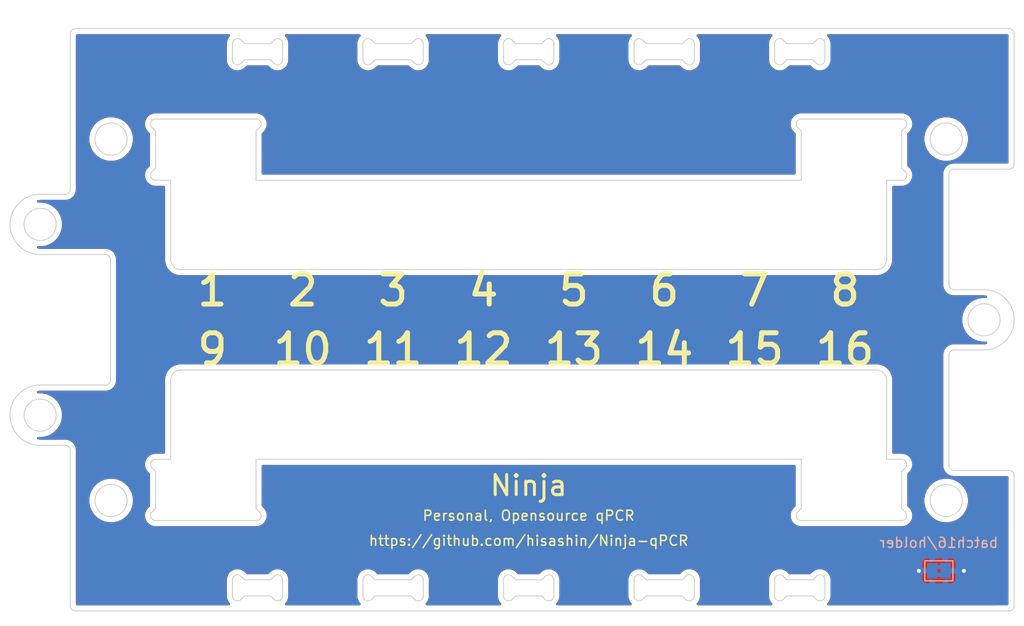
<source format=kicad_pcb>
(kicad_pcb (version 20171130) (host pcbnew "(5.1.6-0-10_14)")

  (general
    (thickness 1.6)
    (drawings 250)
    (tracks 4)
    (zones 0)
    (modules 2)
    (nets 2)
  )

  (page A4)
  (layers
    (0 F.Cu signal)
    (31 B.Cu signal)
    (32 B.Adhes user)
    (33 F.Adhes user)
    (34 B.Paste user)
    (35 F.Paste user)
    (36 B.SilkS user)
    (37 F.SilkS user)
    (38 B.Mask user)
    (39 F.Mask user)
    (40 Dwgs.User user)
    (41 Cmts.User user)
    (42 Eco1.User user)
    (43 Eco2.User user)
    (44 Edge.Cuts user)
    (45 Margin user)
    (46 B.CrtYd user)
    (47 F.CrtYd user)
    (48 B.Fab user)
    (49 F.Fab user)
  )

  (setup
    (last_trace_width 0.25)
    (trace_clearance 0.2)
    (zone_clearance 0.508)
    (zone_45_only no)
    (trace_min 0.2)
    (via_size 0.8)
    (via_drill 0.4)
    (via_min_size 0.4)
    (via_min_drill 0.3)
    (uvia_size 0.3)
    (uvia_drill 0.1)
    (uvias_allowed no)
    (uvia_min_size 0.2)
    (uvia_min_drill 0.1)
    (edge_width 0.1)
    (segment_width 0.2)
    (pcb_text_width 0.3)
    (pcb_text_size 1.5 1.5)
    (mod_edge_width 0.15)
    (mod_text_size 1 1)
    (mod_text_width 0.15)
    (pad_size 1.7 1.7)
    (pad_drill 1)
    (pad_to_mask_clearance 0)
    (aux_axis_origin 0 0)
    (grid_origin 0.5 0.5)
    (visible_elements FFFFFF7F)
    (pcbplotparams
      (layerselection 0x010fc_ffffffff)
      (usegerberextensions true)
      (usegerberattributes false)
      (usegerberadvancedattributes true)
      (creategerberjobfile false)
      (excludeedgelayer true)
      (linewidth 0.100000)
      (plotframeref false)
      (viasonmask false)
      (mode 1)
      (useauxorigin false)
      (hpglpennumber 1)
      (hpglpenspeed 20)
      (hpglpendiameter 15.000000)
      (psnegative false)
      (psa4output false)
      (plotreference true)
      (plotvalue true)
      (plotinvisibletext false)
      (padsonsilk false)
      (subtractmaskfromsilk false)
      (outputformat 1)
      (mirror false)
      (drillshape 0)
      (scaleselection 1)
      (outputdirectory ""))
  )

  (net 0 "")
  (net 1 GND)

  (net_class Default "This is the default net class."
    (clearance 0.2)
    (trace_width 0.25)
    (via_dia 0.8)
    (via_drill 0.4)
    (uvia_dia 0.3)
    (uvia_drill 0.1)
    (add_net GND)
  )

  (module Jumper:SolderJumper-2_P1.3mm_Bridged2Bar_Pad1.0x1.5mm (layer B.Cu) (tedit 5C756A82) (tstamp 60DA6E90)
    (at 206.5 124.5)
    (descr "SMD Solder Jumper, 1x1.5mm Pads, 0.3mm gap, bridged with 2 copper strips")
    (tags "solder jumper open")
    (path /60DA7283)
    (attr virtual)
    (fp_text reference JP1 (at 0 1.8) (layer B.SilkS) hide
      (effects (font (size 1 1) (thickness 0.15)) (justify mirror))
    )
    (fp_text value Jumper_2_Bridged (at 0 -1.9) (layer B.Fab) hide
      (effects (font (size 1 1) (thickness 0.15)) (justify mirror))
    )
    (fp_line (start -1.4 -1) (end -1.4 1) (layer B.SilkS) (width 0.12))
    (fp_line (start 1.4 -1) (end -1.4 -1) (layer B.SilkS) (width 0.12))
    (fp_line (start 1.4 1) (end 1.4 -1) (layer B.SilkS) (width 0.12))
    (fp_line (start -1.4 1) (end 1.4 1) (layer B.SilkS) (width 0.12))
    (fp_line (start -1.65 1.25) (end 1.65 1.25) (layer B.CrtYd) (width 0.05))
    (fp_line (start -1.65 1.25) (end -1.65 -1.25) (layer B.CrtYd) (width 0.05))
    (fp_line (start 1.65 -1.25) (end 1.65 1.25) (layer B.CrtYd) (width 0.05))
    (fp_line (start 1.65 -1.25) (end -1.65 -1.25) (layer B.CrtYd) (width 0.05))
    (fp_poly (pts (xy -0.25 -0.2) (xy 0.25 -0.2) (xy 0.25 -0.6) (xy -0.25 -0.6)) (layer B.Cu) (width 0))
    (fp_poly (pts (xy -0.25 0.6) (xy 0.25 0.6) (xy 0.25 0.2) (xy -0.25 0.2)) (layer B.Cu) (width 0))
    (pad 1 smd rect (at -0.65 0) (size 1 1.5) (layers B.Cu B.Mask)
      (net 1 GND))
    (pad 2 smd rect (at 0.65 0) (size 1 1.5) (layers B.Cu B.Mask)
      (net 1 GND))
  )

  (module Fiducials:Fiducial_0.5mm_Dia_1mm_Outer (layer F.Cu) (tedit 59FE02FD) (tstamp 60DA81C1)
    (at 212.5 127)
    (descr "Circular Fiducial, 0.5mm bare copper top; 1mm keepout (Level C)")
    (tags marker)
    (path /60DA829F)
    (attr virtual)
    (fp_text reference FID1 (at 0 -1.5) (layer F.SilkS) hide
      (effects (font (size 1 1) (thickness 0.15)))
    )
    (fp_text value Fiducial (at 0 1.5) (layer F.Fab) hide
      (effects (font (size 1 1) (thickness 0.15)))
    )
    (fp_circle (center 0 0) (end 0.5 0) (layer F.Fab) (width 0.1))
    (fp_circle (center 0 0) (end 0.75 0) (layer F.CrtYd) (width 0.05))
    (fp_text user %R (at 0 0) (layer F.Fab)
      (effects (font (size 0.2 0.2) (thickness 0.04)))
    )
    (pad ~ smd circle (at 0 0) (size 0.5 0.5) (layers F.Cu F.Mask)
      (solder_mask_margin 0.25) (clearance 0.25))
  )

  (gr_text batch16/holder (at 206.5 121.7) (layer B.SilkS) (tstamp 61B01424)
    (effects (font (size 1 1) (thickness 0.15)) (justify mirror))
  )
  (gr_arc (start 117 90) (end 117 87) (angle -180) (layer Edge.Cuts) (width 0.1) (tstamp 61AFB2F9))
  (gr_arc (start 117 109) (end 117 106) (angle -180) (layer Edge.Cuts) (width 0.1) (tstamp 61AFB2F4))
  (gr_arc (start 119.5 86.5) (end 119.5 87) (angle -90) (layer Edge.Cuts) (width 0.1) (tstamp 61AFB0E6))
  (gr_arc (start 119.5 112.5) (end 120 112.5) (angle -90) (layer Edge.Cuts) (width 0.1) (tstamp 61AFB0E2))
  (gr_line (start 117 112) (end 119.5 112) (layer Edge.Cuts) (width 0.1))
  (gr_line (start 120 128) (end 120 112.5) (layer Edge.Cuts) (width 0.1))
  (gr_line (start 117 87) (end 119.5 87) (layer Edge.Cuts) (width 0.1))
  (gr_line (start 120 71) (end 120 86.5) (layer Edge.Cuts) (width 0.1))
  (gr_line (start 214 115) (end 214 128) (layer Edge.Cuts) (width 0.1) (tstamp 61AFB010))
  (gr_arc (start 213.5 115) (end 214 115) (angle -90) (layer Edge.Cuts) (width 0.1) (tstamp 61AFB005))
  (gr_line (start 208 114.5) (end 213.5 114.5) (layer Edge.Cuts) (width 0.1) (tstamp 61AFAFFF))
  (gr_arc (start 208 114) (end 207.5 114) (angle -90) (layer Edge.Cuts) (width 0.1) (tstamp 61AFAFF9))
  (gr_line (start 207.5 114) (end 207.5 103) (layer Edge.Cuts) (width 0.1) (tstamp 61AFAFF2))
  (gr_arc (start 213.5 84) (end 213.5 84.5) (angle -90) (layer Edge.Cuts) (width 0.1) (tstamp 61AFAFDA))
  (gr_line (start 208 84.5) (end 213.5 84.5) (layer Edge.Cuts) (width 0.1) (tstamp 61AFAFBC))
  (gr_arc (start 208 85) (end 208 84.5) (angle -90) (layer Edge.Cuts) (width 0.1) (tstamp 61AFAFAB))
  (gr_line (start 207.5 96) (end 207.5 85) (layer Edge.Cuts) (width 0.1) (tstamp 61AFAF8C))
  (gr_arc (start 208 103) (end 208 102.5) (angle -90) (layer Edge.Cuts) (width 0.1) (tstamp 61AFAF6D))
  (gr_arc (start 208 96) (end 207.5 96) (angle -90) (layer Edge.Cuts) (width 0.1) (tstamp 61AFAF69))
  (gr_line (start 208 102.5) (end 211 102.5) (layer Edge.Cuts) (width 0.1) (tstamp 61AFAF27))
  (gr_line (start 208 96.5) (end 211 96.5) (layer Edge.Cuts) (width 0.1) (tstamp 61AFAF23))
  (gr_arc (start 211 99.5) (end 211 102.5) (angle -180) (layer Edge.Cuts) (width 0.1) (tstamp 61AFAEFE))
  (gr_line (start 117 106) (end 123.5 106) (layer Edge.Cuts) (width 0.1) (tstamp 61AFAEAE))
  (gr_line (start 124 93.5) (end 124 105.5) (layer Edge.Cuts) (width 0.1) (tstamp 61AFAEAC))
  (gr_line (start 117 93) (end 123.5 93) (layer Edge.Cuts) (width 0.1) (tstamp 61AFAEAA))
  (gr_arc (start 123.5 93.5) (end 124 93.5) (angle -90) (layer Edge.Cuts) (width 0.1) (tstamp 61AFAE90))
  (gr_arc (start 123.5 105.5) (end 123.5 106) (angle -90) (layer Edge.Cuts) (width 0.1) (tstamp 61AFAE71))
  (gr_circle (center 117 90) (end 118.6 90) (layer Edge.Cuts) (width 0.1) (tstamp 61AFA3E0))
  (gr_circle (center 211 99.5) (end 212.6 99.5) (layer Edge.Cuts) (width 0.1) (tstamp 61AFA18E))
  (gr_circle (center 117 109) (end 118.6 109) (layer Edge.Cuts) (width 0.1) (tstamp 61AFA18C))
  (gr_text 100x58mm (at 122 68.5) (layer Dwgs.User)
    (effects (font (size 1 1) (thickness 0.15)))
  )
  (gr_text https://github.com/hisashin/Ninja-qPCR (at 165.650074 121.5) (layer F.SilkS) (tstamp 60D54DBF)
    (effects (font (size 1 1) (thickness 0.15)))
  )
  (gr_text "Personal, Opensource qPCR" (at 165.650074 119) (layer F.SilkS) (tstamp 60D54DBD)
    (effects (font (size 1 1) (thickness 0.15)))
  )
  (gr_text Ninja (at 165.650074 116) (layer F.SilkS)
    (effects (font (size 2 2) (thickness 0.3)))
  )
  (gr_text 10 (at 143.150074 102.43) (layer F.SilkS) (tstamp 60D54D34)
    (effects (font (size 3 3) (thickness 0.5)))
  )
  (gr_text 16 (at 197.150074 102.43) (layer F.SilkS) (tstamp 60D54D33)
    (effects (font (size 3 3) (thickness 0.5)))
  )
  (gr_text 13 (at 170.150074 102.43) (layer F.SilkS) (tstamp 60D54D32)
    (effects (font (size 3 3) (thickness 0.5)))
  )
  (gr_text 15 (at 188.150074 102.43) (layer F.SilkS) (tstamp 60D54D31)
    (effects (font (size 3 3) (thickness 0.5)))
  )
  (gr_text 11 (at 152.150074 102.43) (layer F.SilkS) (tstamp 60D54D30)
    (effects (font (size 3 3) (thickness 0.5)))
  )
  (gr_text 12 (at 161.150074 102.43) (layer F.SilkS) (tstamp 60D54D2F)
    (effects (font (size 3 3) (thickness 0.5)))
  )
  (gr_text 14 (at 179.150074 102.43) (layer F.SilkS) (tstamp 60D54D2E)
    (effects (font (size 3 3) (thickness 0.5)))
  )
  (gr_text 9 (at 134.150074 102.43) (layer F.SilkS) (tstamp 60D54D2D)
    (effects (font (size 3 3) (thickness 0.5)))
  )
  (gr_text 8 (at 197.150074 96.57) (layer F.SilkS) (tstamp 60D54CA5)
    (effects (font (size 3 3) (thickness 0.5)))
  )
  (gr_text 7 (at 188.150074 96.57) (layer F.SilkS) (tstamp 60D54CA3)
    (effects (font (size 3 3) (thickness 0.5)))
  )
  (gr_text 6 (at 179.150074 96.57) (layer F.SilkS) (tstamp 60D54CA1)
    (effects (font (size 3 3) (thickness 0.5)))
  )
  (gr_text 5 (at 170.150074 96.57) (layer F.SilkS) (tstamp 60D54C9F)
    (effects (font (size 3 3) (thickness 0.5)))
  )
  (gr_text 4 (at 161.150074 96.57) (layer F.SilkS) (tstamp 60D54C9D)
    (effects (font (size 3 3) (thickness 0.5)))
  )
  (gr_text 3 (at 152.150074 96.57) (layer F.SilkS) (tstamp 60D54C9B)
    (effects (font (size 3 3) (thickness 0.5)))
  )
  (gr_text 2 (at 143.150074 96.57) (layer F.SilkS) (tstamp 60D54C98)
    (effects (font (size 3 3) (thickness 0.5)))
  )
  (gr_text 1 (at 134.150074 96.57) (layer F.SilkS)
    (effects (font (size 3 3) (thickness 0.5)))
  )
  (gr_circle (center 179.150074 90.000094) (end 180.750074 90.000094) (layer Dwgs.User) (width 0.1) (tstamp 60D54C41))
  (gr_circle (center 197.150074 90.000094) (end 198.750074 90.000094) (layer Dwgs.User) (width 0.1) (tstamp 60D54C40))
  (gr_circle (center 134.150074 90.000094) (end 135.750074 90.000094) (layer Dwgs.User) (width 0.1) (tstamp 60D54C3F))
  (gr_circle (center 161.150074 90.000094) (end 162.750074 90.000094) (layer Dwgs.User) (width 0.1) (tstamp 60D54C3E))
  (gr_circle (center 188.150074 90.000094) (end 189.750074 90.000094) (layer Dwgs.User) (width 0.1) (tstamp 60D54C3D))
  (gr_circle (center 143.150074 90.000094) (end 144.750074 90.000094) (layer Dwgs.User) (width 0.1) (tstamp 60D54C3C))
  (gr_circle (center 170.150074 90.000094) (end 171.750074 90.000094) (layer Dwgs.User) (width 0.1) (tstamp 60D54C3B))
  (gr_circle (center 152.150074 90.000094) (end 153.750074 90.000094) (layer Dwgs.User) (width 0.1) (tstamp 60D54C3A))
  (gr_circle (center 134.150074 108.999906) (end 135.750074 108.999906) (layer Dwgs.User) (width 0.1) (tstamp 60D54C27))
  (gr_circle (center 143.150074 108.999906) (end 144.750074 108.999906) (layer Dwgs.User) (width 0.1) (tstamp 60D54C25))
  (gr_circle (center 152.150074 108.999906) (end 153.750074 108.999906) (layer Dwgs.User) (width 0.1) (tstamp 60D54C23))
  (gr_circle (center 161.150074 108.999906) (end 162.750074 108.999906) (layer Dwgs.User) (width 0.1) (tstamp 60D54C21))
  (gr_circle (center 170.150074 108.999906) (end 171.750074 108.999906) (layer Dwgs.User) (width 0.1) (tstamp 60D54C1F))
  (gr_circle (center 179.150074 108.999906) (end 180.750074 108.999906) (layer Dwgs.User) (width 0.1) (tstamp 60D54C1D))
  (gr_circle (center 188.150074 108.999906) (end 189.750074 108.999906) (layer Dwgs.User) (width 0.1) (tstamp 60D54C1B))
  (gr_circle (center 197.150074 108.999906) (end 198.750074 108.999906) (layer Dwgs.User) (width 0.1) (tstamp 60D54C10))
  (gr_arc (start 213.5 128) (end 213.5 128.5) (angle -90) (layer Edge.Cuts) (width 0.1))
  (gr_arc (start 120.5 128) (end 120 128) (angle -90) (layer Edge.Cuts) (width 0.1))
  (gr_arc (start 120.5 71) (end 120.5 70.5) (angle -90) (layer Edge.Cuts) (width 0.1))
  (gr_arc (start 213.5 71) (end 214 71) (angle -90) (layer Edge.Cuts) (width 0.1))
  (gr_line (start 176.15 125.398483) (end 176.15 126.998483) (layer Edge.Cuts) (width 0.1) (tstamp 60D54A87))
  (gr_arc (start 176.65 125.398483) (end 176.15 125.398483) (angle 135) (layer Edge.Cuts) (width 0.1) (tstamp 60D54A86))
  (gr_line (start 177.357106 125.398483) (end 177.003553 125.044929) (layer Edge.Cuts) (width 0.1) (tstamp 60D54A85))
  (gr_line (start 180.942893 125.398483) (end 177.357106 125.398483) (layer Edge.Cuts) (width 0.1) (tstamp 60D54A84))
  (gr_line (start 181.296446 125.044929) (end 180.942893 125.398483) (layer Edge.Cuts) (width 0.1) (tstamp 60D54A83))
  (gr_arc (start 181.65 125.398483) (end 181.296446 125.044929) (angle 135) (layer Edge.Cuts) (width 0.1) (tstamp 60D54A82))
  (gr_line (start 182.15 126.998483) (end 182.15 125.398483) (layer Edge.Cuts) (width 0.1) (tstamp 60D54A81))
  (gr_arc (start 181.65 126.998483) (end 182.15 126.998483) (angle 135) (layer Edge.Cuts) (width 0.1) (tstamp 60D54A80))
  (gr_line (start 180.942893 126.998483) (end 181.296446 127.352036) (layer Edge.Cuts) (width 0.1) (tstamp 60D54A7F))
  (gr_line (start 177.357106 126.998483) (end 180.942893 126.998483) (layer Edge.Cuts) (width 0.1) (tstamp 60D54A7E))
  (gr_line (start 177.003553 127.352036) (end 177.357106 126.998483) (layer Edge.Cuts) (width 0.1) (tstamp 60D54A7D))
  (gr_arc (start 176.65 126.998483) (end 177.003553 127.352036) (angle 135) (layer Edge.Cuts) (width 0.1) (tstamp 60D54A7C))
  (gr_line (start 166.942893 126.998483) (end 164.357106 126.998483) (layer Edge.Cuts) (width 0.1) (tstamp 60D54A7B))
  (gr_line (start 167.296446 127.352036) (end 166.942893 126.998483) (layer Edge.Cuts) (width 0.1) (tstamp 60D54A7A))
  (gr_arc (start 167.65 126.998483) (end 168.15 126.998483) (angle 135) (layer Edge.Cuts) (width 0.1) (tstamp 60D54A79))
  (gr_line (start 168.15 125.398483) (end 168.15 126.998483) (layer Edge.Cuts) (width 0.1) (tstamp 60D54A78))
  (gr_arc (start 167.65 125.398483) (end 167.296446 125.044929) (angle 135) (layer Edge.Cuts) (width 0.1) (tstamp 60D54A77))
  (gr_line (start 166.942893 125.398483) (end 167.296446 125.044929) (layer Edge.Cuts) (width 0.1) (tstamp 60D54A76))
  (gr_line (start 164.357106 125.398483) (end 166.942893 125.398483) (layer Edge.Cuts) (width 0.1) (tstamp 60D54A75))
  (gr_line (start 164.003553 125.044929) (end 164.357106 125.398483) (layer Edge.Cuts) (width 0.1) (tstamp 60D54A74))
  (gr_arc (start 163.65 125.398483) (end 163.15 125.398483) (angle 135) (layer Edge.Cuts) (width 0.1) (tstamp 60D54A73))
  (gr_line (start 163.15 126.998483) (end 163.15 125.398483) (layer Edge.Cuts) (width 0.1) (tstamp 60D54A72))
  (gr_arc (start 163.65 126.998483) (end 164.003553 127.352036) (angle 135) (layer Edge.Cuts) (width 0.1) (tstamp 60D54A71))
  (gr_line (start 164.357106 126.998483) (end 164.003553 127.352036) (layer Edge.Cuts) (width 0.1) (tstamp 60D54A70))
  (gr_circle (center 124.064141 117.499167) (end 122.464141 117.499167) (layer Edge.Cuts) (width 0.1) (tstamp 60D54A6F))
  (gr_circle (center 207.236141 117.499167) (end 205.636141 117.499167) (layer Edge.Cuts) (width 0.1) (tstamp 60D54A6E))
  (gr_line (start 137.357106 125.398483) (end 139.942893 125.398483) (layer Edge.Cuts) (width 0.1) (tstamp 60D54A6D))
  (gr_line (start 137.003553 125.044929) (end 137.357106 125.398483) (layer Edge.Cuts) (width 0.1) (tstamp 60D54A6C))
  (gr_arc (start 136.65 125.398483) (end 136.15 125.398483) (angle 135) (layer Edge.Cuts) (width 0.1) (tstamp 60D54A6B))
  (gr_line (start 136.15 126.998483) (end 136.15 125.398483) (layer Edge.Cuts) (width 0.1) (tstamp 60D54A6A))
  (gr_arc (start 136.65 126.998483) (end 137.003553 127.352036) (angle 135) (layer Edge.Cuts) (width 0.1) (tstamp 60D54A69))
  (gr_line (start 137.357106 126.998483) (end 137.003553 127.352036) (layer Edge.Cuts) (width 0.1) (tstamp 60D54A68))
  (gr_line (start 139.942893 126.998483) (end 137.357106 126.998483) (layer Edge.Cuts) (width 0.1) (tstamp 60D54A67))
  (gr_line (start 140.296446 127.352036) (end 139.942893 126.998483) (layer Edge.Cuts) (width 0.1) (tstamp 60D54A66))
  (gr_arc (start 140.65 126.998483) (end 141.15 126.998483) (angle 135) (layer Edge.Cuts) (width 0.1) (tstamp 60D54A65))
  (gr_line (start 141.15 125.398483) (end 141.15 126.998483) (layer Edge.Cuts) (width 0.1) (tstamp 60D54A64))
  (gr_arc (start 140.65 125.398483) (end 140.296446 125.044929) (angle 135) (layer Edge.Cuts) (width 0.1) (tstamp 60D54A63))
  (gr_line (start 139.942893 125.398483) (end 140.296446 125.044929) (layer Edge.Cuts) (width 0.1) (tstamp 60D54A62))
  (gr_line (start 149.15 125.398483) (end 149.15 126.998483) (layer Edge.Cuts) (width 0.1) (tstamp 60D54A61))
  (gr_arc (start 149.65 125.398483) (end 149.15 125.398483) (angle 135) (layer Edge.Cuts) (width 0.1) (tstamp 60D54A60))
  (gr_line (start 150.357106 125.398483) (end 150.003553 125.044929) (layer Edge.Cuts) (width 0.1) (tstamp 60D54A5F))
  (gr_line (start 153.942893 125.398483) (end 150.357106 125.398483) (layer Edge.Cuts) (width 0.1) (tstamp 60D54A5E))
  (gr_line (start 154.296446 125.044929) (end 153.942893 125.398483) (layer Edge.Cuts) (width 0.1) (tstamp 60D54A5D))
  (gr_arc (start 154.65 125.398483) (end 154.296446 125.044929) (angle 135) (layer Edge.Cuts) (width 0.1) (tstamp 60D54A5C))
  (gr_line (start 155.15 126.998483) (end 155.15 125.398483) (layer Edge.Cuts) (width 0.1) (tstamp 60D54A5B))
  (gr_arc (start 154.65 126.998483) (end 155.15 126.998483) (angle 135) (layer Edge.Cuts) (width 0.1) (tstamp 60D54A5A))
  (gr_line (start 153.942893 126.998483) (end 154.296446 127.352036) (layer Edge.Cuts) (width 0.1) (tstamp 60D54A59))
  (gr_line (start 150.357106 126.998483) (end 153.942893 126.998483) (layer Edge.Cuts) (width 0.1) (tstamp 60D54A58))
  (gr_line (start 150.003553 127.352036) (end 150.357106 126.998483) (layer Edge.Cuts) (width 0.1) (tstamp 60D54A57))
  (gr_arc (start 149.65 126.998483) (end 150.003553 127.352036) (angle 135) (layer Edge.Cuts) (width 0.1) (tstamp 60D54A56))
  (gr_line (start 193.942893 126.998483) (end 191.357106 126.998483) (layer Edge.Cuts) (width 0.1) (tstamp 60D54A55))
  (gr_line (start 194.296446 127.352036) (end 193.942893 126.998483) (layer Edge.Cuts) (width 0.1) (tstamp 60D54A54))
  (gr_arc (start 194.65 126.998483) (end 195.15 126.998483) (angle 135) (layer Edge.Cuts) (width 0.1) (tstamp 60D54A53))
  (gr_line (start 195.15 125.398483) (end 195.15 126.998483) (layer Edge.Cuts) (width 0.1) (tstamp 60D54A52))
  (gr_arc (start 194.65 125.398483) (end 194.296446 125.044929) (angle 135) (layer Edge.Cuts) (width 0.1) (tstamp 60D54A51))
  (gr_line (start 193.942893 125.398483) (end 194.296446 125.044929) (layer Edge.Cuts) (width 0.1) (tstamp 60D54A50))
  (gr_line (start 191.357106 125.398483) (end 193.942893 125.398483) (layer Edge.Cuts) (width 0.1) (tstamp 60D54A4F))
  (gr_line (start 191.003553 125.044929) (end 191.357106 125.398483) (layer Edge.Cuts) (width 0.1) (tstamp 60D54A4E))
  (gr_arc (start 190.65 125.398483) (end 190.15 125.398483) (angle 135) (layer Edge.Cuts) (width 0.1) (tstamp 60D54A4D))
  (gr_line (start 190.15 126.998483) (end 190.15 125.398483) (layer Edge.Cuts) (width 0.1) (tstamp 60D54A4C))
  (gr_arc (start 190.65 126.998483) (end 191.003553 127.352036) (angle 135) (layer Edge.Cuts) (width 0.1) (tstamp 60D54A4B))
  (gr_line (start 191.357106 126.998483) (end 191.003553 127.352036) (layer Edge.Cuts) (width 0.1) (tstamp 60D54A4A))
  (gr_line (start 192.446053 118.644929) (end 192.799606 118.291376) (layer Edge.Cuts) (width 0.1) (tstamp 60D54A49))
  (gr_arc (start 192.799606 118.998483) (end 192.799606 119.498483) (angle 135) (layer Edge.Cuts) (width 0.1) (tstamp 60D54A48))
  (gr_line (start 202.8 119.498483) (end 192.799606 119.498483) (layer Edge.Cuts) (width 0.1) (tstamp 60D54A47))
  (gr_arc (start 202.8 118.998483) (end 203.153553 118.644929) (angle 135) (layer Edge.Cuts) (width 0.1) (tstamp 60D54A46))
  (gr_line (start 202.8 118.291376) (end 203.153553 118.644929) (layer Edge.Cuts) (width 0.1) (tstamp 60D54A45))
  (gr_line (start 202.8 114.605589) (end 202.8 118.291376) (layer Edge.Cuts) (width 0.1) (tstamp 60D54A44))
  (gr_line (start 203.153553 114.252036) (end 202.8 114.605589) (layer Edge.Cuts) (width 0.1) (tstamp 60D54A43))
  (gr_line (start 192.799606 113.398483) (end 138.499606 113.398483) (layer Edge.Cuts) (width 0.1) (tstamp 60D54A42))
  (gr_line (start 192.799606 118.291376) (end 192.799606 113.398483) (layer Edge.Cuts) (width 0.1) (tstamp 60D54A41))
  (gr_arc (start 200.3 105.501319) (end 200.3 104.501319) (angle 90) (layer Edge.Cuts) (width 0.1) (tstamp 60D54A40))
  (gr_line (start 131 104.501319) (end 200.3 104.501319) (layer Edge.Cuts) (width 0.1) (tstamp 60D54A3F))
  (gr_arc (start 131 105.501319) (end 130 105.501319) (angle 90) (layer Edge.Cuts) (width 0.1) (tstamp 60D54A3E))
  (gr_line (start 130 113.398483) (end 130 105.501319) (layer Edge.Cuts) (width 0.1) (tstamp 60D54A3D))
  (gr_line (start 128.5 113.398483) (end 130 113.398483) (layer Edge.Cuts) (width 0.1) (tstamp 60D54A3A))
  (gr_arc (start 128.5 113.898483) (end 128.146446 114.252036) (angle 135) (layer Edge.Cuts) (width 0.1) (tstamp 60D54A39))
  (gr_line (start 128.5 114.605589) (end 128.146446 114.252036) (layer Edge.Cuts) (width 0.1) (tstamp 60D54A38))
  (gr_line (start 128.5 118.291376) (end 128.5 114.605589) (layer Edge.Cuts) (width 0.1) (tstamp 60D54A37))
  (gr_line (start 128.146446 118.644929) (end 128.5 118.291376) (layer Edge.Cuts) (width 0.1) (tstamp 60D54A36))
  (gr_arc (start 128.5 118.998483) (end 128.5 119.498483) (angle 135) (layer Edge.Cuts) (width 0.1) (tstamp 60D54A35))
  (gr_line (start 138.499606 119.498483) (end 128.5 119.498483) (layer Edge.Cuts) (width 0.1) (tstamp 60D54A34))
  (gr_arc (start 138.499606 118.998483) (end 138.853159 118.644929) (angle 134.9999941) (layer Edge.Cuts) (width 0.1) (tstamp 60D54A33))
  (gr_line (start 138.499606 118.291376) (end 138.853159 118.644929) (layer Edge.Cuts) (width 0.1) (tstamp 60D54A32))
  (gr_line (start 138.499606 113.398483) (end 138.499606 118.291376) (layer Edge.Cuts) (width 0.1) (tstamp 60D54A31))
  (gr_line (start 120.5 128.5) (end 213.5 128.5) (layer Edge.Cuts) (width 0.1) (tstamp 60D54A2F))
  (gr_arc (start 202.8 113.898483) (end 202.8 113.398483) (angle 135) (layer Edge.Cuts) (width 0.1) (tstamp 60D54A2E))
  (gr_line (start 201.3 113.398483) (end 202.8 113.398483) (layer Edge.Cuts) (width 0.1) (tstamp 60D54A2D))
  (gr_line (start 201.3 105.501319) (end 201.3 113.398483) (layer Edge.Cuts) (width 0.1) (tstamp 60D54A2C))
  (gr_line (start 176.15 73.601517) (end 176.15 72.001517) (layer Edge.Cuts) (width 0.1))
  (gr_arc (start 176.65 73.601517) (end 176.15 73.601517) (angle -135) (layer Edge.Cuts) (width 0.1))
  (gr_line (start 177.357106 73.601517) (end 177.003553 73.955071) (layer Edge.Cuts) (width 0.1))
  (gr_line (start 180.942893 73.601517) (end 177.357106 73.601517) (layer Edge.Cuts) (width 0.1))
  (gr_line (start 181.296446 73.955071) (end 180.942893 73.601517) (layer Edge.Cuts) (width 0.1))
  (gr_arc (start 181.65 73.601517) (end 181.296446 73.955071) (angle -135) (layer Edge.Cuts) (width 0.1))
  (gr_line (start 182.15 72.001517) (end 182.15 73.601517) (layer Edge.Cuts) (width 0.1))
  (gr_arc (start 181.65 72.001517) (end 182.15 72.001517) (angle -135) (layer Edge.Cuts) (width 0.1))
  (gr_line (start 180.942893 72.001517) (end 181.296446 71.647964) (layer Edge.Cuts) (width 0.1))
  (gr_line (start 177.357106 72.001517) (end 180.942893 72.001517) (layer Edge.Cuts) (width 0.1))
  (gr_line (start 177.003553 71.647964) (end 177.357106 72.001517) (layer Edge.Cuts) (width 0.1))
  (gr_arc (start 176.65 72.001517) (end 177.003553 71.647964) (angle -135) (layer Edge.Cuts) (width 0.1))
  (gr_line (start 166.942893 72.001517) (end 164.357106 72.001517) (layer Edge.Cuts) (width 0.1))
  (gr_line (start 167.296446 71.647964) (end 166.942893 72.001517) (layer Edge.Cuts) (width 0.1))
  (gr_arc (start 167.65 72.001517) (end 168.15 72.001517) (angle -135) (layer Edge.Cuts) (width 0.1))
  (gr_line (start 168.15 73.601517) (end 168.15 72.001517) (layer Edge.Cuts) (width 0.1))
  (gr_arc (start 167.65 73.601517) (end 167.296446 73.955071) (angle -135) (layer Edge.Cuts) (width 0.1))
  (gr_line (start 166.942893 73.601517) (end 167.296446 73.955071) (layer Edge.Cuts) (width 0.1))
  (gr_line (start 164.357106 73.601517) (end 166.942893 73.601517) (layer Edge.Cuts) (width 0.1))
  (gr_line (start 164.003553 73.955071) (end 164.357106 73.601517) (layer Edge.Cuts) (width 0.1))
  (gr_arc (start 163.65 73.601517) (end 163.15 73.601517) (angle -135) (layer Edge.Cuts) (width 0.1))
  (gr_line (start 163.15 72.001517) (end 163.15 73.601517) (layer Edge.Cuts) (width 0.1))
  (gr_arc (start 163.65 72.001517) (end 164.003553 71.647964) (angle -135) (layer Edge.Cuts) (width 0.1))
  (gr_line (start 164.357106 72.001517) (end 164.003553 71.647964) (layer Edge.Cuts) (width 0.1))
  (gr_circle (center 124.064141 81.500833) (end 122.464141 81.500833) (layer Edge.Cuts) (width 0.1))
  (gr_circle (center 207.236141 81.500833) (end 205.636141 81.500833) (layer Edge.Cuts) (width 0.1))
  (gr_line (start 137.357106 73.601517) (end 139.942893 73.601517) (layer Edge.Cuts) (width 0.1))
  (gr_line (start 137.003553 73.955071) (end 137.357106 73.601517) (layer Edge.Cuts) (width 0.1))
  (gr_arc (start 136.65 73.601517) (end 136.15 73.601517) (angle -135) (layer Edge.Cuts) (width 0.1))
  (gr_line (start 136.15 72.001517) (end 136.15 73.601517) (layer Edge.Cuts) (width 0.1))
  (gr_arc (start 136.65 72.001517) (end 137.003553 71.647964) (angle -135) (layer Edge.Cuts) (width 0.1))
  (gr_line (start 137.357106 72.001517) (end 137.003553 71.647964) (layer Edge.Cuts) (width 0.1))
  (gr_line (start 139.942893 72.001517) (end 137.357106 72.001517) (layer Edge.Cuts) (width 0.1))
  (gr_line (start 140.296446 71.647964) (end 139.942893 72.001517) (layer Edge.Cuts) (width 0.1))
  (gr_arc (start 140.65 72.001517) (end 141.15 72.001517) (angle -135) (layer Edge.Cuts) (width 0.1))
  (gr_line (start 141.15 73.601517) (end 141.15 72.001517) (layer Edge.Cuts) (width 0.1))
  (gr_arc (start 140.65 73.601517) (end 140.296446 73.955071) (angle -135) (layer Edge.Cuts) (width 0.1))
  (gr_line (start 139.942893 73.601517) (end 140.296446 73.955071) (layer Edge.Cuts) (width 0.1))
  (gr_line (start 149.15 73.601517) (end 149.15 72.001517) (layer Edge.Cuts) (width 0.1))
  (gr_arc (start 149.65 73.601517) (end 149.15 73.601517) (angle -135) (layer Edge.Cuts) (width 0.1))
  (gr_line (start 150.357106 73.601517) (end 150.003553 73.955071) (layer Edge.Cuts) (width 0.1))
  (gr_line (start 153.942893 73.601517) (end 150.357106 73.601517) (layer Edge.Cuts) (width 0.1))
  (gr_line (start 154.296446 73.955071) (end 153.942893 73.601517) (layer Edge.Cuts) (width 0.1))
  (gr_arc (start 154.65 73.601517) (end 154.296446 73.955071) (angle -135) (layer Edge.Cuts) (width 0.1))
  (gr_line (start 155.15 72.001517) (end 155.15 73.601517) (layer Edge.Cuts) (width 0.1))
  (gr_arc (start 154.65 72.001517) (end 155.15 72.001517) (angle -135) (layer Edge.Cuts) (width 0.1))
  (gr_line (start 153.942893 72.001517) (end 154.296446 71.647964) (layer Edge.Cuts) (width 0.1))
  (gr_line (start 150.357106 72.001517) (end 153.942893 72.001517) (layer Edge.Cuts) (width 0.1))
  (gr_line (start 150.003553 71.647964) (end 150.357106 72.001517) (layer Edge.Cuts) (width 0.1))
  (gr_arc (start 149.65 72.001517) (end 150.003553 71.647964) (angle -135) (layer Edge.Cuts) (width 0.1))
  (gr_line (start 193.942893 72.001517) (end 191.357106 72.001517) (layer Edge.Cuts) (width 0.1))
  (gr_line (start 194.296446 71.647964) (end 193.942893 72.001517) (layer Edge.Cuts) (width 0.1))
  (gr_arc (start 194.65 72.001517) (end 195.15 72.001517) (angle -135) (layer Edge.Cuts) (width 0.1))
  (gr_line (start 195.15 73.601517) (end 195.15 72.001517) (layer Edge.Cuts) (width 0.1))
  (gr_arc (start 194.65 73.601517) (end 194.296446 73.955071) (angle -135) (layer Edge.Cuts) (width 0.1))
  (gr_line (start 193.942893 73.601517) (end 194.296446 73.955071) (layer Edge.Cuts) (width 0.1))
  (gr_line (start 191.357106 73.601517) (end 193.942893 73.601517) (layer Edge.Cuts) (width 0.1))
  (gr_line (start 191.003553 73.955071) (end 191.357106 73.601517) (layer Edge.Cuts) (width 0.1))
  (gr_arc (start 190.65 73.601517) (end 190.15 73.601517) (angle -135) (layer Edge.Cuts) (width 0.1))
  (gr_line (start 190.15 72.001517) (end 190.15 73.601517) (layer Edge.Cuts) (width 0.1))
  (gr_arc (start 190.65 72.001517) (end 191.003553 71.647964) (angle -135) (layer Edge.Cuts) (width 0.1))
  (gr_line (start 191.357106 72.001517) (end 191.003553 71.647964) (layer Edge.Cuts) (width 0.1))
  (gr_line (start 192.446053 80.355071) (end 192.799606 80.708624) (layer Edge.Cuts) (width 0.1))
  (gr_arc (start 192.799606 80.001517) (end 192.799606 79.501517) (angle -135) (layer Edge.Cuts) (width 0.1))
  (gr_line (start 202.8 79.501517) (end 192.799606 79.501517) (layer Edge.Cuts) (width 0.1))
  (gr_arc (start 202.8 80.001517) (end 203.153553 80.355071) (angle -135) (layer Edge.Cuts) (width 0.1))
  (gr_line (start 202.8 80.708624) (end 203.153553 80.355071) (layer Edge.Cuts) (width 0.1))
  (gr_line (start 202.8 84.394411) (end 202.8 80.708624) (layer Edge.Cuts) (width 0.1))
  (gr_line (start 203.153553 84.747964) (end 202.8 84.394411) (layer Edge.Cuts) (width 0.1))
  (gr_line (start 192.799606 85.601517) (end 138.499606 85.601517) (layer Edge.Cuts) (width 0.1))
  (gr_line (start 192.799606 80.708624) (end 192.799606 85.601517) (layer Edge.Cuts) (width 0.1))
  (gr_arc (start 200.3 93.498681) (end 200.3 94.498681) (angle -90) (layer Edge.Cuts) (width 0.1))
  (gr_line (start 131 94.498681) (end 200.3 94.498681) (layer Edge.Cuts) (width 0.1))
  (gr_arc (start 131 93.498681) (end 130 93.498681) (angle -90) (layer Edge.Cuts) (width 0.1))
  (gr_line (start 130 85.601517) (end 130 93.498681) (layer Edge.Cuts) (width 0.1))
  (gr_line (start 128.5 85.601517) (end 130 85.601517) (layer Edge.Cuts) (width 0.1))
  (gr_arc (start 128.5 85.101517) (end 128.146446 84.747964) (angle -135) (layer Edge.Cuts) (width 0.1))
  (gr_line (start 128.5 84.394411) (end 128.146446 84.747964) (layer Edge.Cuts) (width 0.1))
  (gr_line (start 128.5 80.708624) (end 128.5 84.394411) (layer Edge.Cuts) (width 0.1))
  (gr_line (start 128.146446 80.355071) (end 128.5 80.708624) (layer Edge.Cuts) (width 0.1))
  (gr_arc (start 128.5 80.001517) (end 128.5 79.501517) (angle -135) (layer Edge.Cuts) (width 0.1))
  (gr_line (start 138.499606 79.501517) (end 128.5 79.501517) (layer Edge.Cuts) (width 0.1))
  (gr_arc (start 138.499606 80.001517) (end 138.853159 80.355071) (angle -134.9999941) (layer Edge.Cuts) (width 0.1))
  (gr_line (start 138.499606 80.708624) (end 138.853159 80.355071) (layer Edge.Cuts) (width 0.1))
  (gr_line (start 138.499606 85.601517) (end 138.499606 80.708624) (layer Edge.Cuts) (width 0.1))
  (gr_line (start 214 71) (end 214 84) (layer Edge.Cuts) (width 0.1))
  (gr_line (start 120.5 70.5) (end 213.5 70.5) (layer Edge.Cuts) (width 0.1))
  (gr_arc (start 202.8 85.101517) (end 202.8 85.601517) (angle -135) (layer Edge.Cuts) (width 0.1))
  (gr_line (start 201.3 85.601517) (end 202.8 85.601517) (layer Edge.Cuts) (width 0.1))
  (gr_line (start 201.3 93.498681) (end 201.3 85.601517) (layer Edge.Cuts) (width 0.1))

  (via (at 209 124.5) (size 0.8) (drill 0.4) (layers F.Cu B.Cu) (net 1))
  (via (at 204.5 124.5) (size 0.8) (drill 0.4) (layers F.Cu B.Cu) (net 1))
  (segment (start 205.85 124.5) (end 204.5 124.5) (width 0.25) (layer B.Cu) (net 1) (status 10))
  (segment (start 207.15 124.5) (end 209 124.5) (width 0.25) (layer B.Cu) (net 1) (status 10))

  (zone (net 1) (net_name GND) (layer F.Cu) (tstamp 60DA7DAE) (hatch edge 0.508)
    (connect_pads (clearance 0.508))
    (min_thickness 0.254)
    (fill yes (arc_segments 32) (thermal_gap 0.508) (thermal_bridge_width 0.508))
    (polygon
      (pts
        (xy 214.5 129.5) (xy 113.5 129.5) (xy 113.5 70) (xy 214.5 70)
      )
    )
    (filled_polygon
      (pts
        (xy 135.770474 71.208892) (xy 135.764378 71.216261) (xy 135.702703 71.291882) (xy 135.668335 71.343611) (xy 135.63327 71.394822)
        (xy 135.628724 71.40323) (xy 135.628721 71.403234) (xy 135.628721 71.403235) (xy 135.582909 71.489394) (xy 135.55925 71.546794)
        (xy 135.534793 71.603856) (xy 135.531965 71.612992) (xy 135.50376 71.70641) (xy 135.491699 71.767322) (xy 135.478792 71.828046)
        (xy 135.477792 71.837558) (xy 135.468473 71.932607) (xy 135.465 71.967871) (xy 135.465001 73.635164) (xy 135.468085 73.666471)
        (xy 135.468068 73.671218) (xy 135.469035 73.680733) (xy 135.473901 73.725525) (xy 135.474913 73.7358) (xy 135.475075 73.736335)
        (xy 135.479574 73.777746) (xy 135.492268 73.838509) (xy 135.504116 73.899461) (xy 135.506912 73.908607) (xy 135.536093 74.001724)
        (xy 135.56035 74.058868) (xy 135.58381 74.116356) (xy 135.588329 74.124786) (xy 135.635042 74.210462) (xy 135.669931 74.261799)
        (xy 135.704114 74.313641) (xy 135.710185 74.321032) (xy 135.772649 74.396004) (xy 135.81684 74.439582) (xy 135.860452 74.483807)
        (xy 135.867843 74.489878) (xy 135.943679 74.551288) (xy 135.995535 74.58548) (xy 136.046853 74.620356) (xy 136.055282 74.624876)
        (xy 136.055287 74.624878) (xy 136.055289 74.62488) (xy 136.055292 74.624881) (xy 136.141602 74.670388) (xy 136.199097 74.693852)
        (xy 136.256239 74.718107) (xy 136.265386 74.720904) (xy 136.358902 74.748782) (xy 136.419875 74.760633) (xy 136.480619 74.773323)
        (xy 136.490134 74.77429) (xy 136.587283 74.783473) (xy 136.649384 74.783256) (xy 136.711444 74.783906) (xy 136.720966 74.783007)
        (xy 136.81805 74.773146) (xy 136.87892 74.760872) (xy 136.939937 74.749453) (xy 136.949102 74.746721) (xy 137.042421 74.718191)
        (xy 137.099758 74.694324) (xy 137.157382 74.671276) (xy 137.165842 74.666816) (xy 137.251844 74.620703) (xy 137.303462 74.586147)
        (xy 137.355508 74.552348) (xy 137.362941 74.546329) (xy 137.438346 74.48439) (xy 137.438348 74.484388) (xy 137.464129 74.46323)
        (xy 137.640842 74.286517) (xy 139.659157 74.286517) (xy 139.83587 74.46323) (xy 139.860187 74.483187) (xy 139.863532 74.486555)
        (xy 139.870943 74.4926) (xy 139.906128 74.52089) (xy 139.914039 74.527382) (xy 139.914528 74.527643) (xy 139.946993 74.553746)
        (xy 139.998935 74.587736) (xy 140.050413 74.622458) (xy 140.058858 74.626948) (xy 140.145336 74.672158) (xy 140.202894 74.695413)
        (xy 140.260135 74.719475) (xy 140.269291 74.72224) (xy 140.362904 74.749792) (xy 140.423903 74.761428) (xy 140.484709 74.773909)
        (xy 140.494227 74.774843) (xy 140.59141 74.783687) (xy 140.653492 74.783253) (xy 140.715573 74.783687) (xy 140.725092 74.782754)
        (xy 140.82214 74.772554) (xy 140.883004 74.76006) (xy 140.943949 74.748434) (xy 140.953097 74.745672) (xy 140.953099 74.745672)
        (xy 140.953101 74.745671) (xy 140.953105 74.74567) (xy 141.046323 74.716813) (xy 141.103543 74.692759) (xy 141.16111 74.669501)
        (xy 141.169555 74.665011) (xy 141.255394 74.618599) (xy 141.306861 74.583885) (xy 141.358822 74.549882) (xy 141.366233 74.543838)
        (xy 141.441422 74.481636) (xy 141.485174 74.437578) (xy 141.529529 74.394141) (xy 141.535626 74.386772) (xy 141.597301 74.31115)
        (xy 141.631679 74.259406) (xy 141.666728 74.208219) (xy 141.671277 74.199806) (xy 141.717091 74.113646) (xy 141.740758 74.056225)
        (xy 141.765209 73.999177) (xy 141.768038 73.990041) (xy 141.796243 73.896622) (xy 141.808313 73.835663) (xy 141.82121 73.774987)
        (xy 141.82221 73.765475) (xy 141.831732 73.668358) (xy 141.831732 73.668344) (xy 141.835 73.635164) (xy 141.835 71.96787)
        (xy 141.831915 71.936553) (xy 141.831932 71.931816) (xy 141.830965 71.922301) (xy 141.82611 71.877612) (xy 141.825088 71.867234)
        (xy 141.824924 71.866693) (xy 141.820426 71.825289) (xy 141.807733 71.764533) (xy 141.795884 71.703573) (xy 141.793088 71.694426)
        (xy 141.763907 71.60131) (xy 141.739641 71.544142) (xy 141.71619 71.486678) (xy 141.711671 71.478249) (xy 141.664959 71.392572)
        (xy 141.630052 71.341208) (xy 141.595886 71.289393) (xy 141.589816 71.282002) (xy 141.527351 71.20703) (xy 141.505011 71.185)
        (xy 148.794872 71.185) (xy 148.770474 71.208892) (xy 148.764378 71.216261) (xy 148.702703 71.291882) (xy 148.668335 71.343611)
        (xy 148.63327 71.394822) (xy 148.628724 71.40323) (xy 148.628721 71.403234) (xy 148.628721 71.403235) (xy 148.582909 71.489394)
        (xy 148.55925 71.546794) (xy 148.534793 71.603856) (xy 148.531965 71.612992) (xy 148.50376 71.70641) (xy 148.491699 71.767322)
        (xy 148.478792 71.828046) (xy 148.477792 71.837558) (xy 148.46827 71.934676) (xy 148.465001 71.96787) (xy 148.465 73.635163)
        (xy 148.468085 73.66648) (xy 148.468068 73.671218) (xy 148.469035 73.680733) (xy 148.473891 73.725436) (xy 148.474912 73.735799)
        (xy 148.475076 73.736339) (xy 148.479574 73.777746) (xy 148.492268 73.838509) (xy 148.504116 73.899461) (xy 148.506912 73.908607)
        (xy 148.536093 74.001724) (xy 148.56035 74.058868) (xy 148.58381 74.116356) (xy 148.588329 74.124786) (xy 148.635042 74.210462)
        (xy 148.669931 74.261799) (xy 148.704114 74.313641) (xy 148.710185 74.321032) (xy 148.772649 74.396004) (xy 148.81684 74.439582)
        (xy 148.860452 74.483807) (xy 148.867843 74.489878) (xy 148.943679 74.551288) (xy 148.995535 74.58548) (xy 149.046853 74.620356)
        (xy 149.055282 74.624876) (xy 149.055287 74.624878) (xy 149.055289 74.62488) (xy 149.055292 74.624881) (xy 149.141602 74.670388)
        (xy 149.199097 74.693852) (xy 149.256239 74.718107) (xy 149.265386 74.720904) (xy 149.358902 74.748782) (xy 149.419875 74.760633)
        (xy 149.480619 74.773323) (xy 149.490134 74.77429) (xy 149.587283 74.783473) (xy 149.649384 74.783256) (xy 149.711444 74.783906)
        (xy 149.720966 74.783007) (xy 149.81805 74.773146) (xy 149.87892 74.760872) (xy 149.939937 74.749453) (xy 149.949102 74.746721)
        (xy 150.042421 74.718191) (xy 150.099758 74.694324) (xy 150.157382 74.671276) (xy 150.165842 74.666816) (xy 150.251844 74.620703)
        (xy 150.303462 74.586147) (xy 150.355508 74.552348) (xy 150.362941 74.546329) (xy 150.438346 74.48439) (xy 150.438348 74.484388)
        (xy 150.464129 74.46323) (xy 150.640842 74.286517) (xy 153.659157 74.286517) (xy 153.83587 74.46323) (xy 153.860187 74.483187)
        (xy 153.863532 74.486555) (xy 153.870943 74.4926) (xy 153.906128 74.52089) (xy 153.914039 74.527382) (xy 153.914528 74.527643)
        (xy 153.946993 74.553746) (xy 153.998935 74.587736) (xy 154.050413 74.622458) (xy 154.058858 74.626948) (xy 154.145336 74.672158)
        (xy 154.202894 74.695413) (xy 154.260135 74.719475) (xy 154.269291 74.72224) (xy 154.362904 74.749792) (xy 154.423903 74.761428)
        (xy 154.484709 74.773909) (xy 154.494227 74.774843) (xy 154.59141 74.783687) (xy 154.653492 74.783253) (xy 154.715573 74.783687)
        (xy 154.725092 74.782754) (xy 154.82214 74.772554) (xy 154.883004 74.76006) (xy 154.943949 74.748434) (xy 154.953097 74.745672)
        (xy 154.953099 74.745672) (xy 154.953101 74.745671) (xy 154.953105 74.74567) (xy 155.046323 74.716813) (xy 155.103543 74.692759)
        (xy 155.16111 74.669501) (xy 155.169555 74.665011) (xy 155.255394 74.618599) (xy 155.306861 74.583885) (xy 155.358822 74.549882)
        (xy 155.366233 74.543838) (xy 155.441422 74.481636) (xy 155.485174 74.437578) (xy 155.529529 74.394141) (xy 155.535626 74.386772)
        (xy 155.597301 74.31115) (xy 155.631679 74.259406) (xy 155.666728 74.208219) (xy 155.671277 74.199806) (xy 155.717091 74.113646)
        (xy 155.740758 74.056225) (xy 155.765209 73.999177) (xy 155.768038 73.990041) (xy 155.796243 73.896622) (xy 155.808313 73.835663)
        (xy 155.82121 73.774987) (xy 155.82221 73.765475) (xy 155.831732 73.668358) (xy 155.831732 73.668344) (xy 155.835 73.635164)
        (xy 155.835 71.96787) (xy 155.831915 71.936553) (xy 155.831932 71.931816) (xy 155.830965 71.922301) (xy 155.82611 71.877612)
        (xy 155.825088 71.867234) (xy 155.824924 71.866693) (xy 155.820426 71.825289) (xy 155.807733 71.764533) (xy 155.795884 71.703573)
        (xy 155.793088 71.694426) (xy 155.763907 71.60131) (xy 155.739641 71.544142) (xy 155.71619 71.486678) (xy 155.711671 71.478249)
        (xy 155.664959 71.392572) (xy 155.630052 71.341208) (xy 155.595886 71.289393) (xy 155.589816 71.282002) (xy 155.527351 71.20703)
        (xy 155.505011 71.185) (xy 162.794872 71.185) (xy 162.770474 71.208892) (xy 162.764378 71.216261) (xy 162.702703 71.291882)
        (xy 162.668335 71.343611) (xy 162.63327 71.394822) (xy 162.628724 71.40323) (xy 162.628721 71.403234) (xy 162.628721 71.403235)
        (xy 162.582909 71.489394) (xy 162.55925 71.546794) (xy 162.534793 71.603856) (xy 162.531965 71.612992) (xy 162.50376 71.70641)
        (xy 162.491699 71.767322) (xy 162.478792 71.828046) (xy 162.477792 71.837558) (xy 162.468473 71.932607) (xy 162.465 71.967871)
        (xy 162.465001 73.635164) (xy 162.468085 73.666471) (xy 162.468068 73.671218) (xy 162.469035 73.680733) (xy 162.473901 73.725525)
        (xy 162.474913 73.7358) (xy 162.475075 73.736335) (xy 162.479574 73.777746) (xy 162.492268 73.838509) (xy 162.504116 73.899461)
        (xy 162.506912 73.908607) (xy 162.536093 74.001724) (xy 162.56035 74.058868) (xy 162.58381 74.116356) (xy 162.588329 74.124786)
        (xy 162.635042 74.210462) (xy 162.669931 74.261799) (xy 162.704114 74.313641) (xy 162.710185 74.321032) (xy 162.772649 74.396004)
        (xy 162.81684 74.439582) (xy 162.860452 74.483807) (xy 162.867843 74.489878) (xy 162.943679 74.551288) (xy 162.995535 74.58548)
        (xy 163.046853 74.620356) (xy 163.055282 74.624876) (xy 163.055287 74.624878) (xy 163.055289 74.62488) (xy 163.055292 74.624881)
        (xy 163.141602 74.670388) (xy 163.199097 74.693852) (xy 163.256239 74.718107) (xy 163.265386 74.720904) (xy 163.358902 74.748782)
        (xy 163.419875 74.760633) (xy 163.480619 74.773323) (xy 163.490134 74.77429) (xy 163.587283 74.783473) (xy 163.649384 74.783256)
        (xy 163.711444 74.783906) (xy 163.720966 74.783007) (xy 163.81805 74.773146) (xy 163.87892 74.760872) (xy 163.939937 74.749453)
        (xy 163.949102 74.746721) (xy 164.042421 74.718191) (xy 164.099758 74.694324) (xy 164.157382 74.671276) (xy 164.165842 74.666816)
        (xy 164.251844 74.620703) (xy 164.303462 74.586147) (xy 164.355508 74.552348) (xy 164.362941 74.546329) (xy 164.438346 74.48439)
        (xy 164.438348 74.484388) (xy 164.464129 74.46323) (xy 164.640842 74.286517) (xy 166.659157 74.286517) (xy 166.83587 74.46323)
        (xy 166.860187 74.483187) (xy 166.863532 74.486555) (xy 166.870943 74.4926) (xy 166.906128 74.52089) (xy 166.914039 74.527382)
        (xy 166.914528 74.527643) (xy 166.946993 74.553746) (xy 166.998935 74.587736) (xy 167.050413 74.622458) (xy 167.058858 74.626948)
        (xy 167.145336 74.672158) (xy 167.202894 74.695413) (xy 167.260135 74.719475) (xy 167.269291 74.72224) (xy 167.362904 74.749792)
        (xy 167.423903 74.761428) (xy 167.484709 74.773909) (xy 167.494227 74.774843) (xy 167.59141 74.783687) (xy 167.653492 74.783253)
        (xy 167.715573 74.783687) (xy 167.725092 74.782754) (xy 167.82214 74.772554) (xy 167.883004 74.76006) (xy 167.943949 74.748434)
        (xy 167.953097 74.745672) (xy 167.953099 74.745672) (xy 167.953101 74.745671) (xy 167.953105 74.74567) (xy 168.046323 74.716813)
        (xy 168.103543 74.692759) (xy 168.16111 74.669501) (xy 168.169555 74.665011) (xy 168.255394 74.618599) (xy 168.306861 74.583885)
        (xy 168.358822 74.549882) (xy 168.366233 74.543838) (xy 168.441422 74.481636) (xy 168.485174 74.437578) (xy 168.529529 74.394141)
        (xy 168.535626 74.386772) (xy 168.597301 74.31115) (xy 168.631679 74.259406) (xy 168.666728 74.208219) (xy 168.671277 74.199806)
        (xy 168.717091 74.113646) (xy 168.740758 74.056225) (xy 168.765209 73.999177) (xy 168.768038 73.990041) (xy 168.796243 73.896622)
        (xy 168.808313 73.835663) (xy 168.82121 73.774987) (xy 168.82221 73.765475) (xy 168.831732 73.668358) (xy 168.831732 73.668344)
        (xy 168.835 73.635164) (xy 168.835 71.96787) (xy 168.831915 71.936553) (xy 168.831932 71.931816) (xy 168.830965 71.922301)
        (xy 168.82611 71.877612) (xy 168.825088 71.867234) (xy 168.824924 71.866693) (xy 168.820426 71.825289) (xy 168.807733 71.764533)
        (xy 168.795884 71.703573) (xy 168.793088 71.694426) (xy 168.763907 71.60131) (xy 168.739641 71.544142) (xy 168.71619 71.486678)
        (xy 168.711671 71.478249) (xy 168.664959 71.392572) (xy 168.630052 71.341208) (xy 168.595886 71.289393) (xy 168.589816 71.282002)
        (xy 168.527351 71.20703) (xy 168.505011 71.185) (xy 175.794872 71.185) (xy 175.770474 71.208892) (xy 175.764378 71.216261)
        (xy 175.702703 71.291882) (xy 175.668335 71.343611) (xy 175.63327 71.394822) (xy 175.628724 71.40323) (xy 175.628721 71.403234)
        (xy 175.628721 71.403235) (xy 175.582909 71.489394) (xy 175.55925 71.546794) (xy 175.534793 71.603856) (xy 175.531965 71.612992)
        (xy 175.50376 71.70641) (xy 175.491699 71.767322) (xy 175.478792 71.828046) (xy 175.477792 71.837558) (xy 175.46827 71.934676)
        (xy 175.465001 71.96787) (xy 175.465 73.635163) (xy 175.468085 73.66648) (xy 175.468068 73.671218) (xy 175.469035 73.680733)
        (xy 175.473891 73.725436) (xy 175.474912 73.735799) (xy 175.475076 73.736339) (xy 175.479574 73.777746) (xy 175.492268 73.838509)
        (xy 175.504116 73.899461) (xy 175.506912 73.908607) (xy 175.536093 74.001724) (xy 175.56035 74.058868) (xy 175.58381 74.116356)
        (xy 175.588329 74.124786) (xy 175.635042 74.210462) (xy 175.669931 74.261799) (xy 175.704114 74.313641) (xy 175.710185 74.321032)
        (xy 175.772649 74.396004) (xy 175.81684 74.439582) (xy 175.860452 74.483807) (xy 175.867843 74.489878) (xy 175.943679 74.551288)
        (xy 175.995535 74.58548) (xy 176.046853 74.620356) (xy 176.055282 74.624876) (xy 176.055287 74.624878) (xy 176.055289 74.62488)
        (xy 176.055292 74.624881) (xy 176.141602 74.670388) (xy 176.199097 74.693852) (xy 176.256239 74.718107) (xy 176.265386 74.720904)
        (xy 176.358902 74.748782) (xy 176.419875 74.760633) (xy 176.480619 74.773323) (xy 176.490134 74.77429) (xy 176.587283 74.783473)
        (xy 176.649384 74.783256) (xy 176.711444 74.783906) (xy 176.720966 74.783007) (xy 176.81805 74.773146) (xy 176.87892 74.760872)
        (xy 176.939937 74.749453) (xy 176.949102 74.746721) (xy 177.042421 74.718191) (xy 177.099758 74.694324) (xy 177.157382 74.671276)
        (xy 177.165842 74.666816) (xy 177.251844 74.620703) (xy 177.303462 74.586147) (xy 177.355508 74.552348) (xy 177.362941 74.546329)
        (xy 177.438346 74.48439) (xy 177.438348 74.484388) (xy 177.464129 74.46323) (xy 177.640842 74.286517) (xy 180.659157 74.286517)
        (xy 180.83587 74.46323) (xy 180.860187 74.483187) (xy 180.863532 74.486555) (xy 180.870943 74.4926) (xy 180.906128 74.52089)
        (xy 180.914039 74.527382) (xy 180.914528 74.527643) (xy 180.946993 74.553746) (xy 180.998935 74.587736) (xy 181.050413 74.622458)
        (xy 181.058858 74.626948) (xy 181.145336 74.672158) (xy 181.202894 74.695413) (xy 181.260135 74.719475) (xy 181.269291 74.72224)
        (xy 181.362904 74.749792) (xy 181.423903 74.761428) (xy 181.484709 74.773909) (xy 181.494227 74.774843) (xy 181.59141 74.783687)
        (xy 181.653492 74.783253) (xy 181.715573 74.783687) (xy 181.725092 74.782754) (xy 181.82214 74.772554) (xy 181.883004 74.76006)
        (xy 181.943949 74.748434) (xy 181.953097 74.745672) (xy 181.953099 74.745672) (xy 181.953101 74.745671) (xy 181.953105 74.74567)
        (xy 182.046323 74.716813) (xy 182.103543 74.692759) (xy 182.16111 74.669501) (xy 182.169555 74.665011) (xy 182.255394 74.618599)
        (xy 182.306861 74.583885) (xy 182.358822 74.549882) (xy 182.366233 74.543838) (xy 182.441422 74.481636) (xy 182.485174 74.437578)
        (xy 182.529529 74.394141) (xy 182.535626 74.386772) (xy 182.597301 74.31115) (xy 182.631679 74.259406) (xy 182.666728 74.208219)
        (xy 182.671277 74.199806) (xy 182.717091 74.113646) (xy 182.740758 74.056225) (xy 182.765209 73.999177) (xy 182.768038 73.990041)
        (xy 182.796243 73.896622) (xy 182.808313 73.835663) (xy 182.82121 73.774987) (xy 182.82221 73.765475) (xy 182.831732 73.668358)
        (xy 182.831732 73.668344) (xy 182.835 73.635164) (xy 182.835 71.96787) (xy 182.831915 71.936553) (xy 182.831932 71.931816)
        (xy 182.830965 71.922301) (xy 182.82611 71.877612) (xy 182.825088 71.867234) (xy 182.824924 71.866693) (xy 182.820426 71.825289)
        (xy 182.807733 71.764533) (xy 182.795884 71.703573) (xy 182.793088 71.694426) (xy 182.763907 71.60131) (xy 182.739641 71.544142)
        (xy 182.71619 71.486678) (xy 182.711671 71.478249) (xy 182.664959 71.392572) (xy 182.630052 71.341208) (xy 182.595886 71.289393)
        (xy 182.589816 71.282002) (xy 182.527351 71.20703) (xy 182.505011 71.185) (xy 189.794872 71.185) (xy 189.770474 71.208892)
        (xy 189.764378 71.216261) (xy 189.702703 71.291882) (xy 189.668335 71.343611) (xy 189.63327 71.394822) (xy 189.628724 71.40323)
        (xy 189.628721 71.403234) (xy 189.628721 71.403235) (xy 189.582909 71.489394) (xy 189.55925 71.546794) (xy 189.534793 71.603856)
        (xy 189.531965 71.612992) (xy 189.50376 71.70641) (xy 189.491699 71.767322) (xy 189.478792 71.828046) (xy 189.477792 71.837558)
        (xy 189.468473 71.932607) (xy 189.465 71.967871) (xy 189.465001 73.635164) (xy 189.468085 73.666471) (xy 189.468068 73.671218)
        (xy 189.469035 73.680733) (xy 189.473901 73.725525) (xy 189.474913 73.7358) (xy 189.475075 73.736335) (xy 189.479574 73.777746)
        (xy 189.492268 73.838509) (xy 189.504116 73.899461) (xy 189.506912 73.908607) (xy 189.536093 74.001724) (xy 189.56035 74.058868)
        (xy 189.58381 74.116356) (xy 189.588329 74.124786) (xy 189.635042 74.210462) (xy 189.669931 74.261799) (xy 189.704114 74.313641)
        (xy 189.710185 74.321032) (xy 189.772649 74.396004) (xy 189.81684 74.439582) (xy 189.860452 74.483807) (xy 189.867843 74.489878)
        (xy 189.943679 74.551288) (xy 189.995535 74.58548) (xy 190.046853 74.620356) (xy 190.055282 74.624876) (xy 190.055287 74.624878)
        (xy 190.055289 74.62488) (xy 190.055292 74.624881) (xy 190.141602 74.670388) (xy 190.199097 74.693852) (xy 190.256239 74.718107)
        (xy 190.265386 74.720904) (xy 190.358902 74.748782) (xy 190.419875 74.760633) (xy 190.480619 74.773323) (xy 190.490134 74.77429)
        (xy 190.587283 74.783473) (xy 190.649384 74.783256) (xy 190.711444 74.783906) (xy 190.720966 74.783007) (xy 190.81805 74.773146)
        (xy 190.87892 74.760872) (xy 190.939937 74.749453) (xy 190.949102 74.746721) (xy 191.042421 74.718191) (xy 191.099758 74.694324)
        (xy 191.157382 74.671276) (xy 191.165842 74.666816) (xy 191.251844 74.620703) (xy 191.303462 74.586147) (xy 191.355508 74.552348)
        (xy 191.362941 74.546329) (xy 191.438346 74.48439) (xy 191.438348 74.484388) (xy 191.464129 74.46323) (xy 191.640842 74.286517)
        (xy 193.659157 74.286517) (xy 193.83587 74.46323) (xy 193.860187 74.483187) (xy 193.863532 74.486555) (xy 193.870943 74.4926)
        (xy 193.906128 74.52089) (xy 193.914039 74.527382) (xy 193.914528 74.527643) (xy 193.946993 74.553746) (xy 193.998935 74.587736)
        (xy 194.050413 74.622458) (xy 194.058858 74.626948) (xy 194.145336 74.672158) (xy 194.202894 74.695413) (xy 194.260135 74.719475)
        (xy 194.269291 74.72224) (xy 194.362904 74.749792) (xy 194.423903 74.761428) (xy 194.484709 74.773909) (xy 194.494227 74.774843)
        (xy 194.59141 74.783687) (xy 194.653492 74.783253) (xy 194.715573 74.783687) (xy 194.725092 74.782754) (xy 194.82214 74.772554)
        (xy 194.883004 74.76006) (xy 194.943949 74.748434) (xy 194.953097 74.745672) (xy 194.953099 74.745672) (xy 194.953101 74.745671)
        (xy 194.953105 74.74567) (xy 195.046323 74.716813) (xy 195.103543 74.692759) (xy 195.16111 74.669501) (xy 195.169555 74.665011)
        (xy 195.255394 74.618599) (xy 195.306861 74.583885) (xy 195.358822 74.549882) (xy 195.366233 74.543838) (xy 195.441422 74.481636)
        (xy 195.485174 74.437578) (xy 195.529529 74.394141) (xy 195.535626 74.386772) (xy 195.597301 74.31115) (xy 195.631679 74.259406)
        (xy 195.666728 74.208219) (xy 195.671277 74.199806) (xy 195.717091 74.113646) (xy 195.740758 74.056225) (xy 195.765209 73.999177)
        (xy 195.768038 73.990041) (xy 195.796243 73.896622) (xy 195.808313 73.835663) (xy 195.82121 73.774987) (xy 195.82221 73.765475)
        (xy 195.831732 73.668358) (xy 195.831732 73.668344) (xy 195.835 73.635164) (xy 195.835 71.96787) (xy 195.831915 71.936553)
        (xy 195.831932 71.931816) (xy 195.830965 71.922301) (xy 195.82611 71.877612) (xy 195.825088 71.867234) (xy 195.824924 71.866693)
        (xy 195.820426 71.825289) (xy 195.807733 71.764533) (xy 195.795884 71.703573) (xy 195.793088 71.694426) (xy 195.763907 71.60131)
        (xy 195.739641 71.544142) (xy 195.71619 71.486678) (xy 195.711671 71.478249) (xy 195.664959 71.392572) (xy 195.630052 71.341208)
        (xy 195.595886 71.289393) (xy 195.589816 71.282002) (xy 195.527351 71.20703) (xy 195.505011 71.185) (xy 213.315 71.185)
        (xy 213.315001 83.815) (xy 207.966353 83.815) (xy 207.937399 83.817852) (xy 207.934427 83.817831) (xy 207.924909 83.818764)
        (xy 207.87679 83.823821) (xy 207.865717 83.824912) (xy 207.865348 83.825024) (xy 207.82786 83.828964) (xy 207.767017 83.841453)
        (xy 207.706058 83.853082) (xy 207.696902 83.855846) (xy 207.603683 83.884702) (xy 207.546434 83.908768) (xy 207.488881 83.932021)
        (xy 207.480436 83.936511) (xy 207.394598 83.982923) (xy 207.343115 84.01765) (xy 207.291179 84.051636) (xy 207.283767 84.05768)
        (xy 207.208579 84.119882) (xy 207.164818 84.163949) (xy 207.120478 84.20737) (xy 207.114381 84.214739) (xy 207.052706 84.29036)
        (xy 207.018368 84.342041) (xy 206.983267 84.393306) (xy 206.978718 84.401719) (xy 206.932906 84.48788) (xy 206.909242 84.545296)
        (xy 206.884792 84.602339) (xy 206.881964 84.611475) (xy 206.853759 84.704893) (xy 206.841698 84.765805) (xy 206.828791 84.826529)
        (xy 206.827791 84.836041) (xy 206.818269 84.933159) (xy 206.818269 84.933173) (xy 206.815001 84.966353) (xy 206.815 96.033646)
        (xy 206.817852 96.0626) (xy 206.817831 96.065573) (xy 206.818764 96.075092) (xy 206.823824 96.123233) (xy 206.824912 96.134282)
        (xy 206.825024 96.13465) (xy 206.828964 96.17214) (xy 206.841455 96.23299) (xy 206.853082 96.293942) (xy 206.855845 96.303096)
        (xy 206.855847 96.303102) (xy 206.884702 96.396317) (xy 206.908754 96.453533) (xy 206.93202 96.511119) (xy 206.93651 96.519564)
        (xy 206.982923 96.605401) (xy 207.017638 96.656867) (xy 207.051636 96.708821) (xy 207.05768 96.716232) (xy 207.119882 96.791421)
        (xy 207.16393 96.835162) (xy 207.207369 96.879522) (xy 207.214739 96.885618) (xy 207.214744 96.885623) (xy 207.21475 96.885627)
        (xy 207.29036 96.947294) (xy 207.342041 96.981632) (xy 207.393306 97.016733) (xy 207.401719 97.021282) (xy 207.48788 97.067094)
        (xy 207.545296 97.090758) (xy 207.602339 97.115208) (xy 207.611475 97.118036) (xy 207.704893 97.146241) (xy 207.765813 97.158303)
        (xy 207.82653 97.171209) (xy 207.836042 97.172209) (xy 207.933159 97.181731) (xy 207.933163 97.181731) (xy 207.966353 97.185)
        (xy 210.966495 97.185) (xy 211.181677 97.206099) (xy 210.77407 97.206099) (xy 210.330894 97.294253) (xy 209.913431 97.467171)
        (xy 209.537723 97.718211) (xy 209.218211 98.037723) (xy 208.967171 98.413431) (xy 208.794253 98.830894) (xy 208.706099 99.27407)
        (xy 208.706099 99.72593) (xy 208.794253 100.169106) (xy 208.967171 100.586569) (xy 209.218211 100.962277) (xy 209.537723 101.281789)
        (xy 209.913431 101.532829) (xy 210.330894 101.705747) (xy 210.77407 101.793901) (xy 211.189087 101.793901) (xy 211.001206 101.814975)
        (xy 210.997664 101.815) (xy 207.966353 101.815) (xy 207.937399 101.817852) (xy 207.934427 101.817831) (xy 207.924909 101.818764)
        (xy 207.87679 101.823821) (xy 207.865717 101.824912) (xy 207.865348 101.825024) (xy 207.82786 101.828964) (xy 207.767017 101.841453)
        (xy 207.706058 101.853082) (xy 207.696902 101.855846) (xy 207.603683 101.884702) (xy 207.546434 101.908768) (xy 207.488881 101.932021)
        (xy 207.480436 101.936511) (xy 207.394598 101.982923) (xy 207.343115 102.01765) (xy 207.291179 102.051636) (xy 207.283767 102.05768)
        (xy 207.208579 102.119882) (xy 207.164818 102.163949) (xy 207.120478 102.20737) (xy 207.114381 102.214739) (xy 207.052706 102.29036)
        (xy 207.018368 102.342041) (xy 206.983267 102.393306) (xy 206.978718 102.401719) (xy 206.932906 102.48788) (xy 206.909242 102.545296)
        (xy 206.884792 102.602339) (xy 206.881964 102.611475) (xy 206.853759 102.704893) (xy 206.841698 102.765805) (xy 206.828791 102.826529)
        (xy 206.827791 102.836041) (xy 206.818269 102.933159) (xy 206.818269 102.933173) (xy 206.815001 102.966353) (xy 206.815 114.033646)
        (xy 206.817852 114.0626) (xy 206.817831 114.065573) (xy 206.818764 114.075092) (xy 206.823824 114.123233) (xy 206.824912 114.134282)
        (xy 206.825024 114.13465) (xy 206.828964 114.17214) (xy 206.841455 114.23299) (xy 206.853082 114.293942) (xy 206.855845 114.303096)
        (xy 206.855847 114.303102) (xy 206.884702 114.396317) (xy 206.908754 114.453533) (xy 206.93202 114.511119) (xy 206.93651 114.519564)
        (xy 206.982923 114.605401) (xy 207.017638 114.656867) (xy 207.051636 114.708821) (xy 207.05768 114.716232) (xy 207.119882 114.791421)
        (xy 207.16393 114.835162) (xy 207.207369 114.879522) (xy 207.214739 114.885618) (xy 207.214744 114.885623) (xy 207.21475 114.885627)
        (xy 207.29036 114.947294) (xy 207.342041 114.981632) (xy 207.393306 115.016733) (xy 207.401719 115.021282) (xy 207.48788 115.067094)
        (xy 207.545296 115.090758) (xy 207.602339 115.115208) (xy 207.611475 115.118036) (xy 207.704893 115.146241) (xy 207.765813 115.158303)
        (xy 207.82653 115.171209) (xy 207.836042 115.172209) (xy 207.933159 115.181731) (xy 207.933163 115.181731) (xy 207.966353 115.185)
        (xy 213.315 115.185) (xy 213.315001 126.654969) (xy 213.284277 126.580795) (xy 213.187424 126.435845) (xy 213.064155 126.312576)
        (xy 212.919205 126.215723) (xy 212.758145 126.14901) (xy 212.587165 126.115) (xy 212.412835 126.115) (xy 212.241855 126.14901)
        (xy 212.080795 126.215723) (xy 211.935845 126.312576) (xy 211.812576 126.435845) (xy 211.715723 126.580795) (xy 211.64901 126.741855)
        (xy 211.615 126.912835) (xy 211.615 127.087165) (xy 211.64901 127.258145) (xy 211.715723 127.419205) (xy 211.812576 127.564155)
        (xy 211.935845 127.687424) (xy 212.080795 127.784277) (xy 212.154967 127.815) (xy 195.50513 127.815) (xy 195.529522 127.791114)
        (xy 195.535618 127.783744) (xy 195.535623 127.783739) (xy 195.535627 127.783733) (xy 195.597294 127.708123) (xy 195.631632 127.656442)
        (xy 195.666733 127.605177) (xy 195.671282 127.596764) (xy 195.717094 127.510603) (xy 195.740758 127.453187) (xy 195.765208 127.396144)
        (xy 195.768036 127.387008) (xy 195.796241 127.29359) (xy 195.808303 127.23267) (xy 195.821209 127.171953) (xy 195.822209 127.162441)
        (xy 195.831731 127.065324) (xy 195.831731 127.06532) (xy 195.835 127.03213) (xy 195.835 125.364836) (xy 195.831916 125.333529)
        (xy 195.831933 125.328789) (xy 195.830967 125.319274) (xy 195.826094 125.27441) (xy 195.825088 125.2642) (xy 195.824927 125.263669)
        (xy 195.820429 125.222262) (xy 195.807738 125.161509) (xy 195.795885 125.100535) (xy 195.793089 125.091389) (xy 195.763906 124.99827)
        (xy 195.739643 124.941112) (xy 195.716191 124.883643) (xy 195.711672 124.875214) (xy 195.66496 124.789537) (xy 195.630053 124.738173)
        (xy 195.595887 124.686358) (xy 195.589817 124.678967) (xy 195.527352 124.603995) (xy 195.483146 124.560402) (xy 195.439553 124.516196)
        (xy 195.432163 124.510125) (xy 195.356326 124.448714) (xy 195.304514 124.41455) (xy 195.253143 124.379639) (xy 195.244714 124.375119)
        (xy 195.158394 124.329608) (xy 195.100885 124.306139) (xy 195.043762 124.281892) (xy 195.034615 124.279095) (xy 194.941099 124.251217)
        (xy 194.88015 124.23937) (xy 194.819389 124.226676) (xy 194.809873 124.225709) (xy 194.712724 124.216525) (xy 194.650646 124.216742)
        (xy 194.58855 124.216092) (xy 194.579028 124.216992) (xy 194.481943 124.226854) (xy 194.421102 124.239122) (xy 194.360065 124.250545)
        (xy 194.3509 124.253277) (xy 194.25758 124.281807) (xy 194.200243 124.305674) (xy 194.142614 124.328724) (xy 194.134161 124.333181)
        (xy 194.134157 124.333183) (xy 194.134154 124.333185) (xy 194.048154 124.379298) (xy 193.996585 124.413821) (xy 193.944495 124.447648)
        (xy 193.937062 124.453667) (xy 193.861656 124.515606) (xy 193.861646 124.515616) (xy 193.83587 124.53677) (xy 193.659157 124.713483)
        (xy 191.640842 124.713483) (xy 191.464129 124.53677) (xy 191.439812 124.516814) (xy 191.436468 124.513446) (xy 191.429057 124.507401)
        (xy 191.393883 124.47912) (xy 191.38596 124.472618) (xy 191.38547 124.472356) (xy 191.353007 124.446255) (xy 191.301053 124.412257)
        (xy 191.249584 124.377542) (xy 191.241139 124.373051) (xy 191.15466 124.327841) (xy 191.097125 124.304596) (xy 191.039866 124.280526)
        (xy 191.03071 124.277762) (xy 190.937098 124.25021) (xy 190.876115 124.238577) (xy 190.815292 124.226092) (xy 190.805773 124.225158)
        (xy 190.708591 124.216314) (xy 190.646509 124.216748) (xy 190.584427 124.216314) (xy 190.574909 124.217247) (xy 190.47786 124.227447)
        (xy 190.417017 124.239936) (xy 190.356058 124.251565) (xy 190.346902 124.254329) (xy 190.253683 124.283185) (xy 190.196434 124.307251)
        (xy 190.138881 124.330504) (xy 190.130436 124.334994) (xy 190.044598 124.381406) (xy 189.993115 124.416133) (xy 189.941179 124.450119)
        (xy 189.933767 124.456163) (xy 189.858579 124.518365) (xy 189.814818 124.562432) (xy 189.770478 124.605853) (xy 189.764381 124.613222)
        (xy 189.702706 124.688843) (xy 189.668368 124.740524) (xy 189.633267 124.791789) (xy 189.628718 124.800202) (xy 189.582906 124.886363)
        (xy 189.559242 124.943779) (xy 189.534792 125.000822) (xy 189.531964 125.009958) (xy 189.503759 125.103376) (xy 189.491698 125.164288)
        (xy 189.478791 125.225012) (xy 189.477791 125.234524) (xy 189.468269 125.331642) (xy 189.468269 125.331656) (xy 189.465001 125.364836)
        (xy 189.465 127.032129) (xy 189.468085 127.063446) (xy 189.468068 127.068184) (xy 189.469035 127.077699) (xy 189.473891 127.122402)
        (xy 189.474912 127.132765) (xy 189.475076 127.133305) (xy 189.479574 127.174712) (xy 189.492268 127.235475) (xy 189.504116 127.296427)
        (xy 189.506912 127.305573) (xy 189.536093 127.39869) (xy 189.56035 127.455834) (xy 189.58381 127.513322) (xy 189.588329 127.521752)
        (xy 189.635042 127.607428) (xy 189.669931 127.658765) (xy 189.704114 127.710607) (xy 189.710185 127.717998) (xy 189.772649 127.79297)
        (xy 189.794989 127.815) (xy 182.50513 127.815) (xy 182.529522 127.791114) (xy 182.535618 127.783744) (xy 182.535623 127.783739)
        (xy 182.535627 127.783733) (xy 182.597294 127.708123) (xy 182.631632 127.656442) (xy 182.666733 127.605177) (xy 182.671282 127.596764)
        (xy 182.717094 127.510603) (xy 182.740758 127.453187) (xy 182.765208 127.396144) (xy 182.768036 127.387008) (xy 182.796241 127.29359)
        (xy 182.808303 127.23267) (xy 182.821209 127.171953) (xy 182.822209 127.162441) (xy 182.831731 127.065324) (xy 182.831731 127.06532)
        (xy 182.835 127.03213) (xy 182.835 125.364836) (xy 182.831916 125.333529) (xy 182.831933 125.328789) (xy 182.830967 125.319274)
        (xy 182.826094 125.27441) (xy 182.825088 125.2642) (xy 182.824927 125.263669) (xy 182.820429 125.222262) (xy 182.807738 125.161509)
        (xy 182.795885 125.100535) (xy 182.793089 125.091389) (xy 182.763906 124.99827) (xy 182.739643 124.941112) (xy 182.716191 124.883643)
        (xy 182.711672 124.875214) (xy 182.66496 124.789537) (xy 182.630053 124.738173) (xy 182.595887 124.686358) (xy 182.589817 124.678967)
        (xy 182.527352 124.603995) (xy 182.483146 124.560402) (xy 182.439553 124.516196) (xy 182.432163 124.510125) (xy 182.356326 124.448714)
        (xy 182.304514 124.41455) (xy 182.253143 124.379639) (xy 182.244714 124.375119) (xy 182.158394 124.329608) (xy 182.100885 124.306139)
        (xy 182.043762 124.281892) (xy 182.034615 124.279095) (xy 181.941099 124.251217) (xy 181.88015 124.23937) (xy 181.819389 124.226676)
        (xy 181.809873 124.225709) (xy 181.712724 124.216525) (xy 181.650646 124.216742) (xy 181.58855 124.216092) (xy 181.579028 124.216992)
        (xy 181.481943 124.226854) (xy 181.421102 124.239122) (xy 181.360065 124.250545) (xy 181.3509 124.253277) (xy 181.25758 124.281807)
        (xy 181.200243 124.305674) (xy 181.142614 124.328724) (xy 181.134161 124.333181) (xy 181.134157 124.333183) (xy 181.134154 124.333185)
        (xy 181.048154 124.379298) (xy 180.996585 124.413821) (xy 180.944495 124.447648) (xy 180.937062 124.453667) (xy 180.861656 124.515606)
        (xy 180.861646 124.515616) (xy 180.83587 124.53677) (xy 180.659157 124.713483) (xy 177.640842 124.713483) (xy 177.464129 124.53677)
        (xy 177.439812 124.516814) (xy 177.436468 124.513446) (xy 177.429057 124.507401) (xy 177.393883 124.47912) (xy 177.38596 124.472618)
        (xy 177.38547 124.472356) (xy 177.353007 124.446255) (xy 177.301053 124.412257) (xy 177.249584 124.377542) (xy 177.241139 124.373051)
        (xy 177.15466 124.327841) (xy 177.097125 124.304596) (xy 177.039866 124.280526) (xy 177.03071 124.277762) (xy 176.937098 124.25021)
        (xy 176.876115 124.238577) (xy 176.815292 124.226092) (xy 176.805773 124.225158) (xy 176.708591 124.216314) (xy 176.646509 124.216748)
        (xy 176.584427 124.216314) (xy 176.574909 124.217247) (xy 176.47786 124.227447) (xy 176.417017 124.239936) (xy 176.356058 124.251565)
        (xy 176.346902 124.254329) (xy 176.253683 124.283185) (xy 176.196434 124.307251) (xy 176.138881 124.330504) (xy 176.130436 124.334994)
        (xy 176.044598 124.381406) (xy 175.993115 124.416133) (xy 175.941179 124.450119) (xy 175.933767 124.456163) (xy 175.858579 124.518365)
        (xy 175.814818 124.562432) (xy 175.770478 124.605853) (xy 175.764381 124.613222) (xy 175.702706 124.688843) (xy 175.668368 124.740524)
        (xy 175.633267 124.791789) (xy 175.628718 124.800202) (xy 175.582906 124.886363) (xy 175.559242 124.943779) (xy 175.534792 125.000822)
        (xy 175.531964 125.009958) (xy 175.503759 125.103376) (xy 175.491698 125.164288) (xy 175.478791 125.225012) (xy 175.477791 125.234524)
        (xy 175.468269 125.331642) (xy 175.465 125.364837) (xy 175.465001 127.03213) (xy 175.468085 127.063437) (xy 175.468068 127.068184)
        (xy 175.469035 127.077699) (xy 175.473901 127.122491) (xy 175.474913 127.132766) (xy 175.475075 127.133301) (xy 175.479574 127.174712)
        (xy 175.492268 127.235475) (xy 175.504116 127.296427) (xy 175.506912 127.305573) (xy 175.536093 127.39869) (xy 175.56035 127.455834)
        (xy 175.58381 127.513322) (xy 175.588329 127.521752) (xy 175.635042 127.607428) (xy 175.669931 127.658765) (xy 175.704114 127.710607)
        (xy 175.710185 127.717998) (xy 175.772649 127.79297) (xy 175.794989 127.815) (xy 168.50513 127.815) (xy 168.529522 127.791114)
        (xy 168.535618 127.783744) (xy 168.535623 127.783739) (xy 168.535627 127.783733) (xy 168.597294 127.708123) (xy 168.631632 127.656442)
        (xy 168.666733 127.605177) (xy 168.671282 127.596764) (xy 168.717094 127.510603) (xy 168.740758 127.453187) (xy 168.765208 127.396144)
        (xy 168.768036 127.387008) (xy 168.796241 127.29359) (xy 168.808303 127.23267) (xy 168.821209 127.171953) (xy 168.822209 127.162441)
        (xy 168.831731 127.065324) (xy 168.831731 127.06532) (xy 168.835 127.03213) (xy 168.835 125.364836) (xy 168.831916 125.333529)
        (xy 168.831933 125.328789) (xy 168.830967 125.319274) (xy 168.826094 125.27441) (xy 168.825088 125.2642) (xy 168.824927 125.263669)
        (xy 168.820429 125.222262) (xy 168.807738 125.161509) (xy 168.795885 125.100535) (xy 168.793089 125.091389) (xy 168.763906 124.99827)
        (xy 168.739643 124.941112) (xy 168.716191 124.883643) (xy 168.711672 124.875214) (xy 168.66496 124.789537) (xy 168.630053 124.738173)
        (xy 168.595887 124.686358) (xy 168.589817 124.678967) (xy 168.527352 124.603995) (xy 168.483146 124.560402) (xy 168.439553 124.516196)
        (xy 168.432163 124.510125) (xy 168.356326 124.448714) (xy 168.304514 124.41455) (xy 168.253143 124.379639) (xy 168.244714 124.375119)
        (xy 168.158394 124.329608) (xy 168.100885 124.306139) (xy 168.043762 124.281892) (xy 168.034615 124.279095) (xy 167.941099 124.251217)
        (xy 167.88015 124.23937) (xy 167.819389 124.226676) (xy 167.809873 124.225709) (xy 167.712724 124.216525) (xy 167.650646 124.216742)
        (xy 167.58855 124.216092) (xy 167.579028 124.216992) (xy 167.481943 124.226854) (xy 167.421102 124.239122) (xy 167.360065 124.250545)
        (xy 167.3509 124.253277) (xy 167.25758 124.281807) (xy 167.200243 124.305674) (xy 167.142614 124.328724) (xy 167.134161 124.333181)
        (xy 167.134157 124.333183) (xy 167.134154 124.333185) (xy 167.048154 124.379298) (xy 166.996585 124.413821) (xy 166.944495 124.447648)
        (xy 166.937062 124.453667) (xy 166.861656 124.515606) (xy 166.861646 124.515616) (xy 166.83587 124.53677) (xy 166.659157 124.713483)
        (xy 164.640842 124.713483) (xy 164.464129 124.53677) (xy 164.439812 124.516814) (xy 164.436468 124.513446) (xy 164.429057 124.507401)
        (xy 164.393883 124.47912) (xy 164.38596 124.472618) (xy 164.38547 124.472356) (xy 164.353007 124.446255) (xy 164.301053 124.412257)
        (xy 164.249584 124.377542) (xy 164.241139 124.373051) (xy 164.15466 124.327841) (xy 164.097125 124.304596) (xy 164.039866 124.280526)
        (xy 164.03071 124.277762) (xy 163.937098 124.25021) (xy 163.876115 124.238577) (xy 163.815292 124.226092) (xy 163.805773 124.225158)
        (xy 163.708591 124.216314) (xy 163.646509 124.216748) (xy 163.584427 124.216314) (xy 163.574909 124.217247) (xy 163.47786 124.227447)
        (xy 163.417017 124.239936) (xy 163.356058 124.251565) (xy 163.346902 124.254329) (xy 163.253683 124.283185) (xy 163.196434 124.307251)
        (xy 163.138881 124.330504) (xy 163.130436 124.334994) (xy 163.044598 124.381406) (xy 162.993115 124.416133) (xy 162.941179 124.450119)
        (xy 162.933767 124.456163) (xy 162.858579 124.518365) (xy 162.814818 124.562432) (xy 162.770478 124.605853) (xy 162.764381 124.613222)
        (xy 162.702706 124.688843) (xy 162.668368 124.740524) (xy 162.633267 124.791789) (xy 162.628718 124.800202) (xy 162.582906 124.886363)
        (xy 162.559242 124.943779) (xy 162.534792 125.000822) (xy 162.531964 125.009958) (xy 162.503759 125.103376) (xy 162.491698 125.164288)
        (xy 162.478791 125.225012) (xy 162.477791 125.234524) (xy 162.468269 125.331642) (xy 162.468269 125.331656) (xy 162.465001 125.364836)
        (xy 162.465 127.032129) (xy 162.468085 127.063446) (xy 162.468068 127.068184) (xy 162.469035 127.077699) (xy 162.473891 127.122402)
        (xy 162.474912 127.132765) (xy 162.475076 127.133305) (xy 162.479574 127.174712) (xy 162.492268 127.235475) (xy 162.504116 127.296427)
        (xy 162.506912 127.305573) (xy 162.536093 127.39869) (xy 162.56035 127.455834) (xy 162.58381 127.513322) (xy 162.588329 127.521752)
        (xy 162.635042 127.607428) (xy 162.669931 127.658765) (xy 162.704114 127.710607) (xy 162.710185 127.717998) (xy 162.772649 127.79297)
        (xy 162.794989 127.815) (xy 155.50513 127.815) (xy 155.529522 127.791114) (xy 155.535618 127.783744) (xy 155.535623 127.783739)
        (xy 155.535627 127.783733) (xy 155.597294 127.708123) (xy 155.631632 127.656442) (xy 155.666733 127.605177) (xy 155.671282 127.596764)
        (xy 155.717094 127.510603) (xy 155.740758 127.453187) (xy 155.765208 127.396144) (xy 155.768036 127.387008) (xy 155.796241 127.29359)
        (xy 155.808303 127.23267) (xy 155.821209 127.171953) (xy 155.822209 127.162441) (xy 155.831731 127.065324) (xy 155.831731 127.06532)
        (xy 155.835 127.03213) (xy 155.835 125.364836) (xy 155.831916 125.333529) (xy 155.831933 125.328789) (xy 155.830967 125.319274)
        (xy 155.826094 125.27441) (xy 155.825088 125.2642) (xy 155.824927 125.263669) (xy 155.820429 125.222262) (xy 155.807738 125.161509)
        (xy 155.795885 125.100535) (xy 155.793089 125.091389) (xy 155.763906 124.99827) (xy 155.739643 124.941112) (xy 155.716191 124.883643)
        (xy 155.711672 124.875214) (xy 155.66496 124.789537) (xy 155.630053 124.738173) (xy 155.595887 124.686358) (xy 155.589817 124.678967)
        (xy 155.527352 124.603995) (xy 155.483146 124.560402) (xy 155.439553 124.516196) (xy 155.432163 124.510125) (xy 155.356326 124.448714)
        (xy 155.304514 124.41455) (xy 155.253143 124.379639) (xy 155.244714 124.375119) (xy 155.158394 124.329608) (xy 155.100885 124.306139)
        (xy 155.043762 124.281892) (xy 155.034615 124.279095) (xy 154.941099 124.251217) (xy 154.88015 124.23937) (xy 154.819389 124.226676)
        (xy 154.809873 124.225709) (xy 154.712724 124.216525) (xy 154.650646 124.216742) (xy 154.58855 124.216092) (xy 154.579028 124.216992)
        (xy 154.481943 124.226854) (xy 154.421102 124.239122) (xy 154.360065 124.250545) (xy 154.3509 124.253277) (xy 154.25758 124.281807)
        (xy 154.200243 124.305674) (xy 154.142614 124.328724) (xy 154.134161 124.333181) (xy 154.134157 124.333183) (xy 154.134154 124.333185)
        (xy 154.048154 124.379298) (xy 153.996585 124.413821) (xy 153.944495 124.447648) (xy 153.937062 124.453667) (xy 153.861656 124.515606)
        (xy 153.861646 124.515616) (xy 153.83587 124.53677) (xy 153.659157 124.713483) (xy 150.640842 124.713483) (xy 150.464129 124.53677)
        (xy 150.439812 124.516814) (xy 150.436468 124.513446) (xy 150.429057 124.507401) (xy 150.393883 124.47912) (xy 150.38596 124.472618)
        (xy 150.38547 124.472356) (xy 150.353007 124.446255) (xy 150.301053 124.412257) (xy 150.249584 124.377542) (xy 150.241139 124.373051)
        (xy 150.15466 124.327841) (xy 150.097125 124.304596) (xy 150.039866 124.280526) (xy 150.03071 124.277762) (xy 149.937098 124.25021)
        (xy 149.876115 124.238577) (xy 149.815292 124.226092) (xy 149.805773 124.225158) (xy 149.708591 124.216314) (xy 149.646509 124.216748)
        (xy 149.584427 124.216314) (xy 149.574909 124.217247) (xy 149.47786 124.227447) (xy 149.417017 124.239936) (xy 149.356058 124.251565)
        (xy 149.346902 124.254329) (xy 149.253683 124.283185) (xy 149.196434 124.307251) (xy 149.138881 124.330504) (xy 149.130436 124.334994)
        (xy 149.044598 124.381406) (xy 148.993115 124.416133) (xy 148.941179 124.450119) (xy 148.933767 124.456163) (xy 148.858579 124.518365)
        (xy 148.814818 124.562432) (xy 148.770478 124.605853) (xy 148.764381 124.613222) (xy 148.702706 124.688843) (xy 148.668368 124.740524)
        (xy 148.633267 124.791789) (xy 148.628718 124.800202) (xy 148.582906 124.886363) (xy 148.559242 124.943779) (xy 148.534792 125.000822)
        (xy 148.531964 125.009958) (xy 148.503759 125.103376) (xy 148.491698 125.164288) (xy 148.478791 125.225012) (xy 148.477791 125.234524)
        (xy 148.468269 125.331642) (xy 148.465 125.364837) (xy 148.465001 127.03213) (xy 148.468085 127.063437) (xy 148.468068 127.068184)
        (xy 148.469035 127.077699) (xy 148.473901 127.122491) (xy 148.474913 127.132766) (xy 148.475075 127.133301) (xy 148.479574 127.174712)
        (xy 148.492268 127.235475) (xy 148.504116 127.296427) (xy 148.506912 127.305573) (xy 148.536093 127.39869) (xy 148.56035 127.455834)
        (xy 148.58381 127.513322) (xy 148.588329 127.521752) (xy 148.635042 127.607428) (xy 148.669931 127.658765) (xy 148.704114 127.710607)
        (xy 148.710185 127.717998) (xy 148.772649 127.79297) (xy 148.794989 127.815) (xy 141.50513 127.815) (xy 141.529522 127.791114)
        (xy 141.535618 127.783744) (xy 141.535623 127.783739) (xy 141.535627 127.783733) (xy 141.597294 127.708123) (xy 141.631632 127.656442)
        (xy 141.666733 127.605177) (xy 141.671282 127.596764) (xy 141.717094 127.510603) (xy 141.740758 127.453187) (xy 141.765208 127.396144)
        (xy 141.768036 127.387008) (xy 141.796241 127.29359) (xy 141.808303 127.23267) (xy 141.821209 127.171953) (xy 141.822209 127.162441)
        (xy 141.831731 127.065324) (xy 141.831731 127.06532) (xy 141.835 127.03213) (xy 141.835 125.364836) (xy 141.831916 125.333529)
        (xy 141.831933 125.328789) (xy 141.830967 125.319274) (xy 141.826094 125.27441) (xy 141.825088 125.2642) (xy 141.824927 125.263669)
        (xy 141.820429 125.222262) (xy 141.807738 125.161509) (xy 141.795885 125.100535) (xy 141.793089 125.091389) (xy 141.763906 124.99827)
        (xy 141.739643 124.941112) (xy 141.716191 124.883643) (xy 141.711672 124.875214) (xy 141.66496 124.789537) (xy 141.630053 124.738173)
        (xy 141.595887 124.686358) (xy 141.589817 124.678967) (xy 141.527352 124.603995) (xy 141.483146 124.560402) (xy 141.439553 124.516196)
        (xy 141.432163 124.510125) (xy 141.356326 124.448714) (xy 141.304514 124.41455) (xy 141.253143 124.379639) (xy 141.244714 124.375119)
        (xy 141.158394 124.329608) (xy 141.100885 124.306139) (xy 141.043762 124.281892) (xy 141.034615 124.279095) (xy 140.941099 124.251217)
        (xy 140.88015 124.23937) (xy 140.819389 124.226676) (xy 140.809873 124.225709) (xy 140.712724 124.216525) (xy 140.650646 124.216742)
        (xy 140.58855 124.216092) (xy 140.579028 124.216992) (xy 140.481943 124.226854) (xy 140.421102 124.239122) (xy 140.360065 124.250545)
        (xy 140.3509 124.253277) (xy 140.25758 124.281807) (xy 140.200243 124.305674) (xy 140.142614 124.328724) (xy 140.134161 124.333181)
        (xy 140.134157 124.333183) (xy 140.134154 124.333185) (xy 140.048154 124.379298) (xy 139.996585 124.413821) (xy 139.944495 124.447648)
        (xy 139.937062 124.453667) (xy 139.861656 124.515606) (xy 139.861646 124.515616) (xy 139.83587 124.53677) (xy 139.659157 124.713483)
        (xy 137.640842 124.713483) (xy 137.464129 124.53677) (xy 137.439812 124.516814) (xy 137.436468 124.513446) (xy 137.429057 124.507401)
        (xy 137.393883 124.47912) (xy 137.38596 124.472618) (xy 137.38547 124.472356) (xy 137.353007 124.446255) (xy 137.301053 124.412257)
        (xy 137.249584 124.377542) (xy 137.241139 124.373051) (xy 137.15466 124.327841) (xy 137.097125 124.304596) (xy 137.039866 124.280526)
        (xy 137.03071 124.277762) (xy 136.937098 124.25021) (xy 136.876115 124.238577) (xy 136.815292 124.226092) (xy 136.805773 124.225158)
        (xy 136.708591 124.216314) (xy 136.646509 124.216748) (xy 136.584427 124.216314) (xy 136.574909 124.217247) (xy 136.47786 124.227447)
        (xy 136.417017 124.239936) (xy 136.356058 124.251565) (xy 136.346902 124.254329) (xy 136.253683 124.283185) (xy 136.196434 124.307251)
        (xy 136.138881 124.330504) (xy 136.130436 124.334994) (xy 136.044598 124.381406) (xy 135.993115 124.416133) (xy 135.941179 124.450119)
        (xy 135.933767 124.456163) (xy 135.858579 124.518365) (xy 135.814818 124.562432) (xy 135.770478 124.605853) (xy 135.764381 124.613222)
        (xy 135.702706 124.688843) (xy 135.668368 124.740524) (xy 135.633267 124.791789) (xy 135.628718 124.800202) (xy 135.582906 124.886363)
        (xy 135.559242 124.943779) (xy 135.534792 125.000822) (xy 135.531964 125.009958) (xy 135.503759 125.103376) (xy 135.491698 125.164288)
        (xy 135.478791 125.225012) (xy 135.477791 125.234524) (xy 135.468269 125.331642) (xy 135.468269 125.331656) (xy 135.465001 125.364836)
        (xy 135.465 127.032129) (xy 135.468085 127.063446) (xy 135.468068 127.068184) (xy 135.469035 127.077699) (xy 135.473891 127.122402)
        (xy 135.474912 127.132765) (xy 135.475076 127.133305) (xy 135.479574 127.174712) (xy 135.492268 127.235475) (xy 135.504116 127.296427)
        (xy 135.506912 127.305573) (xy 135.536093 127.39869) (xy 135.56035 127.455834) (xy 135.58381 127.513322) (xy 135.588329 127.521752)
        (xy 135.635042 127.607428) (xy 135.669931 127.658765) (xy 135.704114 127.710607) (xy 135.710185 127.717998) (xy 135.772649 127.79297)
        (xy 135.794989 127.815) (xy 120.685 127.815) (xy 120.685 117.273237) (xy 121.77024 117.273237) (xy 121.77024 117.725097)
        (xy 121.858394 118.168273) (xy 122.031312 118.585736) (xy 122.282352 118.961444) (xy 122.601864 119.280956) (xy 122.977572 119.531996)
        (xy 123.395035 119.704914) (xy 123.838211 119.793068) (xy 124.290071 119.793068) (xy 124.733247 119.704914) (xy 125.15071 119.531996)
        (xy 125.526418 119.280956) (xy 125.84593 118.961444) (xy 126.09697 118.585736) (xy 126.269888 118.168273) (xy 126.358042 117.725097)
        (xy 126.358042 117.273237) (xy 126.269888 116.830061) (xy 126.09697 116.412598) (xy 125.84593 116.03689) (xy 125.526418 115.717378)
        (xy 125.15071 115.466338) (xy 124.733247 115.29342) (xy 124.290071 115.205266) (xy 123.838211 115.205266) (xy 123.395035 115.29342)
        (xy 122.977572 115.466338) (xy 122.601864 115.717378) (xy 122.282352 116.03689) (xy 122.031312 116.412598) (xy 121.858394 116.830061)
        (xy 121.77024 117.273237) (xy 120.685 117.273237) (xy 120.685 113.959927) (xy 127.31761 113.959927) (xy 127.318509 113.969449)
        (xy 127.328371 114.066533) (xy 127.340636 114.127361) (xy 127.352062 114.188417) (xy 127.354794 114.197583) (xy 127.383324 114.290902)
        (xy 127.407186 114.348228) (xy 127.430241 114.405868) (xy 127.434702 114.414328) (xy 127.480815 114.500329) (xy 127.515349 114.551915)
        (xy 127.549165 114.603987) (xy 127.555184 114.61142) (xy 127.617123 114.686825) (xy 127.617129 114.686831) (xy 127.638287 114.712612)
        (xy 127.815001 114.889325) (xy 127.815 118.00764) (xy 127.638287 118.184353) (xy 127.618326 118.208675) (xy 127.614963 118.212015)
        (xy 127.608918 118.219426) (xy 127.580677 118.254551) (xy 127.574135 118.262522) (xy 127.573872 118.263015) (xy 127.547772 118.295476)
        (xy 127.513774 118.34743) (xy 127.479059 118.398899) (xy 127.474568 118.407344) (xy 127.429358 118.493823) (xy 127.406113 118.551358)
        (xy 127.382043 118.608617) (xy 127.379279 118.617773) (xy 127.351727 118.711385) (xy 127.340094 118.772368) (xy 127.327609 118.833191)
        (xy 127.326675 118.84271) (xy 127.317831 118.939892) (xy 127.318265 119.001974) (xy 127.317831 119.064056) (xy 127.318764 119.073575)
        (xy 127.328964 119.170623) (xy 127.341455 119.231473) (xy 127.353082 119.292425) (xy 127.355845 119.301579) (xy 127.355847 119.301585)
        (xy 127.384702 119.3948) (xy 127.408754 119.452016) (xy 127.43202 119.509602) (xy 127.43651 119.518047) (xy 127.482923 119.603884)
        (xy 127.517638 119.65535) (xy 127.551636 119.707304) (xy 127.55768 119.714715) (xy 127.619882 119.789904) (xy 127.66393 119.833645)
        (xy 127.707369 119.878005) (xy 127.714739 119.884101) (xy 127.714744 119.884106) (xy 127.71475 119.88411) (xy 127.79036 119.945777)
        (xy 127.842041 119.980115) (xy 127.893306 120.015216) (xy 127.901719 120.019765) (xy 127.98788 120.065577) (xy 128.045296 120.089241)
        (xy 128.102339 120.113691) (xy 128.111475 120.116519) (xy 128.204893 120.144724) (xy 128.265813 120.156786) (xy 128.32653 120.169692)
        (xy 128.336042 120.170692) (xy 128.433159 120.180214) (xy 128.433163 120.180214) (xy 128.466353 120.183483) (xy 138.533253 120.183483)
        (xy 138.56456 120.180399) (xy 138.569308 120.180416) (xy 138.578823 120.179449) (xy 138.623625 120.174582) (xy 138.633889 120.173571)
        (xy 138.634424 120.173409) (xy 138.675836 120.16891) (xy 138.736618 120.156212) (xy 138.797557 120.144366) (xy 138.806704 120.14157)
        (xy 138.899821 120.112388) (xy 138.956989 120.088121) (xy 139.014446 120.064673) (xy 139.022876 120.060154) (xy 139.108552 120.013441)
        (xy 139.159889 119.978552) (xy 139.211731 119.944369) (xy 139.219122 119.938298) (xy 139.294094 119.875834) (xy 139.337672 119.831643)
        (xy 139.381897 119.788031) (xy 139.387968 119.78064) (xy 139.449378 119.704804) (xy 139.48357 119.652948) (xy 139.518446 119.60163)
        (xy 139.522966 119.593201) (xy 139.568478 119.506881) (xy 139.591942 119.449386) (xy 139.616197 119.392244) (xy 139.618994 119.383097)
        (xy 139.646872 119.289581) (xy 139.658725 119.228602) (xy 139.671413 119.167864) (xy 139.67238 119.158349) (xy 139.681563 119.061199)
        (xy 139.681346 118.999098) (xy 139.681996 118.937038) (xy 139.681097 118.927516) (xy 139.671236 118.830433) (xy 139.65896 118.769552)
        (xy 139.647542 118.708542) (xy 139.64481 118.699376) (xy 139.616279 118.606057) (xy 139.592413 118.548724) (xy 139.569364 118.491097)
        (xy 139.564903 118.482637) (xy 139.564902 118.482634) (xy 139.564899 118.482629) (xy 139.51879 118.396637) (xy 139.484267 118.345068)
        (xy 139.45044 118.292978) (xy 139.444421 118.285545) (xy 139.382482 118.210139) (xy 139.382472 118.210129) (xy 139.361318 118.184353)
        (xy 139.184606 118.007641) (xy 139.184606 114.083483) (xy 192.114607 114.083483) (xy 192.114606 118.00764) (xy 191.937893 118.184353)
        (xy 191.917935 118.208672) (xy 191.914569 118.212015) (xy 191.908524 118.219426) (xy 191.880204 118.254649) (xy 191.873742 118.262523)
        (xy 191.873482 118.263009) (xy 191.847378 118.295476) (xy 191.81338 118.34743) (xy 191.778665 118.398899) (xy 191.774174 118.407344)
        (xy 191.728964 118.493823) (xy 191.705719 118.551358) (xy 191.681649 118.608617) (xy 191.678885 118.617773) (xy 191.651333 118.711385)
        (xy 191.6397 118.772368) (xy 191.627215 118.833191) (xy 191.626281 118.84271) (xy 191.617437 118.939892) (xy 191.617871 119.001974)
        (xy 191.617437 119.064056) (xy 191.61837 119.073575) (xy 191.62857 119.170623) (xy 191.641061 119.231473) (xy 191.652688 119.292425)
        (xy 191.655451 119.301579) (xy 191.655453 119.301585) (xy 191.684308 119.3948) (xy 191.70836 119.452016) (xy 191.731626 119.509602)
        (xy 191.736116 119.518047) (xy 191.782529 119.603884) (xy 191.817244 119.65535) (xy 191.851242 119.707304) (xy 191.857286 119.714715)
        (xy 191.919488 119.789904) (xy 191.963536 119.833645) (xy 192.006975 119.878005) (xy 192.014345 119.884101) (xy 192.01435 119.884106)
        (xy 192.014356 119.88411) (xy 192.089966 119.945777) (xy 192.141647 119.980115) (xy 192.192912 120.015216) (xy 192.201325 120.019765)
        (xy 192.287486 120.065577) (xy 192.344902 120.089241) (xy 192.401945 120.113691) (xy 192.411081 120.116519) (xy 192.504499 120.144724)
        (xy 192.565419 120.156786) (xy 192.626136 120.169692) (xy 192.635648 120.170692) (xy 192.732765 120.180214) (xy 192.732769 120.180214)
        (xy 192.765959 120.183483) (xy 202.833647 120.183483) (xy 202.864954 120.180399) (xy 202.869702 120.180416) (xy 202.879217 120.179449)
        (xy 202.924019 120.174582) (xy 202.934283 120.173571) (xy 202.934818 120.173409) (xy 202.97623 120.16891) (xy 203.037012 120.156212)
        (xy 203.097951 120.144366) (xy 203.107098 120.14157) (xy 203.200215 120.112388) (xy 203.257383 120.088121) (xy 203.31484 120.064673)
        (xy 203.32327 120.060154) (xy 203.408946 120.013441) (xy 203.460283 119.978552) (xy 203.512125 119.944369) (xy 203.519516 119.938298)
        (xy 203.594488 119.875834) (xy 203.638066 119.831643) (xy 203.682291 119.788031) (xy 203.688362 119.78064) (xy 203.749772 119.704804)
        (xy 203.783964 119.652948) (xy 203.81884 119.60163) (xy 203.82336 119.593201) (xy 203.868872 119.506881) (xy 203.892336 119.449386)
        (xy 203.916591 119.392244) (xy 203.919388 119.383097) (xy 203.947266 119.289581) (xy 203.959119 119.228602) (xy 203.971807 119.167864)
        (xy 203.972774 119.158349) (xy 203.981957 119.061199) (xy 203.98174 118.999098) (xy 203.98239 118.937038) (xy 203.981491 118.927516)
        (xy 203.97163 118.830433) (xy 203.959354 118.769552) (xy 203.947936 118.708542) (xy 203.945204 118.699376) (xy 203.916673 118.606057)
        (xy 203.892807 118.548724) (xy 203.869758 118.491097) (xy 203.865297 118.482637) (xy 203.865296 118.482634) (xy 203.865293 118.482629)
        (xy 203.819184 118.396637) (xy 203.784661 118.345068) (xy 203.750834 118.292978) (xy 203.744815 118.285545) (xy 203.682876 118.210139)
        (xy 203.682866 118.210129) (xy 203.661712 118.184353) (xy 203.485 118.007641) (xy 203.485 117.273237) (xy 204.94224 117.273237)
        (xy 204.94224 117.725097) (xy 205.030394 118.168273) (xy 205.203312 118.585736) (xy 205.454352 118.961444) (xy 205.773864 119.280956)
        (xy 206.149572 119.531996) (xy 206.567035 119.704914) (xy 207.010211 119.793068) (xy 207.462071 119.793068) (xy 207.905247 119.704914)
        (xy 208.32271 119.531996) (xy 208.698418 119.280956) (xy 209.01793 118.961444) (xy 209.26897 118.585736) (xy 209.441888 118.168273)
        (xy 209.530042 117.725097) (xy 209.530042 117.273237) (xy 209.441888 116.830061) (xy 209.26897 116.412598) (xy 209.01793 116.03689)
        (xy 208.698418 115.717378) (xy 208.32271 115.466338) (xy 207.905247 115.29342) (xy 207.462071 115.205266) (xy 207.010211 115.205266)
        (xy 206.567035 115.29342) (xy 206.149572 115.466338) (xy 205.773864 115.717378) (xy 205.454352 116.03689) (xy 205.203312 116.412598)
        (xy 205.030394 116.830061) (xy 204.94224 117.273237) (xy 203.485 117.273237) (xy 203.485 114.889324) (xy 203.661712 114.712612)
        (xy 203.681664 114.6883) (xy 203.685037 114.684951) (xy 203.691082 114.67754) (xy 203.719411 114.642306) (xy 203.725864 114.634443)
        (xy 203.726124 114.633957) (xy 203.752228 114.60149) (xy 203.786236 114.54952) (xy 203.820941 114.498067) (xy 203.825432 114.489622)
        (xy 203.870642 114.403143) (xy 203.893894 114.345591) (xy 203.917957 114.288349) (xy 203.920721 114.279193) (xy 203.948273 114.185581)
        (xy 203.959908 114.12459) (xy 203.972391 114.063774) (xy 203.973325 114.054256) (xy 203.982169 113.957073) (xy 203.981735 113.894992)
        (xy 203.982169 113.83291) (xy 203.981236 113.823392) (xy 203.971036 113.726343) (xy 203.958547 113.6655) (xy 203.946918 113.604541)
        (xy 203.944154 113.595385) (xy 203.915298 113.502166) (xy 203.891232 113.444917) (xy 203.867979 113.387364) (xy 203.863489 113.378919)
        (xy 203.817077 113.293081) (xy 203.78235 113.241598) (xy 203.748364 113.189662) (xy 203.74232 113.18225) (xy 203.680118 113.107062)
        (xy 203.636051 113.063301) (xy 203.59263 113.018961) (xy 203.585261 113.012864) (xy 203.50964 112.951189) (xy 203.457959 112.916851)
        (xy 203.406694 112.88175) (xy 203.398281 112.877201) (xy 203.31212 112.831389) (xy 203.254704 112.807725) (xy 203.197661 112.783275)
        (xy 203.188525 112.780447) (xy 203.095107 112.752242) (xy 203.034195 112.740181) (xy 202.973471 112.727274) (xy 202.963959 112.726274)
        (xy 202.866841 112.716752) (xy 202.866837 112.716752) (xy 202.833647 112.713483) (xy 201.985 112.713483) (xy 201.985 105.467672)
        (xy 201.982113 105.438364) (xy 201.982156 105.432252) (xy 201.981223 105.422734) (xy 201.960822 105.228637) (xy 201.948339 105.167823)
        (xy 201.936705 105.106838) (xy 201.933941 105.097682) (xy 201.876229 104.911244) (xy 201.85217 104.854011) (xy 201.828913 104.796446)
        (xy 201.824423 104.788001) (xy 201.731598 104.616325) (xy 201.696878 104.564851) (xy 201.662883 104.512901) (xy 201.656838 104.505489)
        (xy 201.532435 104.355112) (xy 201.488362 104.311346) (xy 201.444943 104.267008) (xy 201.437574 104.260911) (xy 201.286332 104.137561)
        (xy 201.234614 104.1032) (xy 201.183393 104.068128) (xy 201.17498 104.063579) (xy 201.002657 103.971954) (xy 200.945261 103.948297)
        (xy 200.888193 103.923838) (xy 200.879057 103.921009) (xy 200.69222 103.8646) (xy 200.631302 103.852538) (xy 200.57059 103.839633)
        (xy 200.561078 103.838633) (xy 200.366845 103.819588) (xy 200.366837 103.819588) (xy 200.333647 103.816319) (xy 130.966353 103.816319)
        (xy 130.937045 103.819206) (xy 130.930933 103.819163) (xy 130.921415 103.820096) (xy 130.727318 103.840497) (xy 130.666504 103.85298)
        (xy 130.605519 103.864614) (xy 130.596363 103.867378) (xy 130.409925 103.92509) (xy 130.352692 103.949149) (xy 130.295127 103.972406)
        (xy 130.286682 103.976896) (xy 130.115006 104.069721) (xy 130.063532 104.104441) (xy 130.011582 104.138436) (xy 130.00417 104.144481)
        (xy 129.853793 104.268884) (xy 129.810027 104.312957) (xy 129.765689 104.356376) (xy 129.759592 104.363745) (xy 129.636242 104.514987)
        (xy 129.601881 104.566705) (xy 129.566809 104.617926) (xy 129.56226 104.626339) (xy 129.470635 104.798662) (xy 129.446978 104.856058)
        (xy 129.422519 104.913126) (xy 129.41969 104.922262) (xy 129.363281 105.109099) (xy 129.351222 105.170001) (xy 129.338314 105.230729)
        (xy 129.337314 105.240241) (xy 129.318269 105.434474) (xy 129.318269 105.434492) (xy 129.315001 105.467672) (xy 129.315 112.713483)
        (xy 128.466353 112.713483) (xy 128.435046 112.716567) (xy 128.4303 112.71655) (xy 128.420785 112.717517) (xy 128.376007 112.722381)
        (xy 128.365717 112.723395) (xy 128.365181 112.723558) (xy 128.323773 112.728056) (xy 128.26299 112.740754) (xy 128.202059 112.752598)
        (xy 128.192912 112.755394) (xy 128.099795 112.784575) (xy 128.042649 112.808832) (xy 127.985161 112.832292) (xy 127.976732 112.836811)
        (xy 127.891055 112.883523) (xy 127.839691 112.91843) (xy 127.787876 112.952596) (xy 127.780485 112.958666) (xy 127.705513 113.021131)
        (xy 127.66192 113.065337) (xy 127.617714 113.10893) (xy 127.611643 113.11632) (xy 127.550232 113.192157) (xy 127.516068 113.243969)
        (xy 127.481157 113.29534) (xy 127.476637 113.303769) (xy 127.431126 113.390089) (xy 127.407659 113.447593) (xy 127.383412 113.504715)
        (xy 127.380615 113.513861) (xy 127.352736 113.607377) (xy 127.340884 113.668351) (xy 127.328193 113.729101) (xy 127.327226 113.738616)
        (xy 127.318043 113.835766) (xy 127.31826 113.897867) (xy 127.31761 113.959927) (xy 120.685 113.959927) (xy 120.685 112.466353)
        (xy 120.682148 112.437399) (xy 120.682169 112.434427) (xy 120.681236 112.424909) (xy 120.676179 112.37679) (xy 120.675088 112.365717)
        (xy 120.674976 112.365348) (xy 120.671036 112.32786) (xy 120.658547 112.267017) (xy 120.646918 112.206058) (xy 120.644154 112.196902)
        (xy 120.615298 112.103683) (xy 120.591232 112.046434) (xy 120.567979 111.988881) (xy 120.563489 111.980436) (xy 120.517077 111.894598)
        (xy 120.48235 111.843115) (xy 120.448364 111.791179) (xy 120.44232 111.783767) (xy 120.380118 111.708579) (xy 120.336051 111.664818)
        (xy 120.29263 111.620478) (xy 120.285261 111.614381) (xy 120.20964 111.552706) (xy 120.157959 111.518368) (xy 120.106694 111.483267)
        (xy 120.098281 111.478718) (xy 120.01212 111.432906) (xy 119.954704 111.409242) (xy 119.897661 111.384792) (xy 119.888525 111.381964)
        (xy 119.795107 111.353759) (xy 119.734195 111.341698) (xy 119.673471 111.328791) (xy 119.663959 111.327791) (xy 119.566841 111.318269)
        (xy 119.566837 111.318269) (xy 119.533647 111.315) (xy 117.033504 111.315) (xy 116.818322 111.293901) (xy 117.22593 111.293901)
        (xy 117.669106 111.205747) (xy 118.086569 111.032829) (xy 118.462277 110.781789) (xy 118.781789 110.462277) (xy 119.032829 110.086569)
        (xy 119.205747 109.669106) (xy 119.293901 109.22593) (xy 119.293901 108.77407) (xy 119.205747 108.330894) (xy 119.032829 107.913431)
        (xy 118.781789 107.537723) (xy 118.462277 107.218211) (xy 118.086569 106.967171) (xy 117.669106 106.794253) (xy 117.22593 106.706099)
        (xy 116.810913 106.706099) (xy 116.998794 106.685025) (xy 117.002336 106.685) (xy 123.533647 106.685) (xy 123.562601 106.682148)
        (xy 123.565573 106.682169) (xy 123.575092 106.681236) (xy 123.623218 106.676178) (xy 123.634283 106.675088) (xy 123.634652 106.674976)
        (xy 123.67214 106.671036) (xy 123.73299 106.658545) (xy 123.793942 106.646918) (xy 123.803096 106.644155) (xy 123.803102 106.644153)
        (xy 123.896317 106.615298) (xy 123.953533 106.591246) (xy 124.011119 106.56798) (xy 124.019564 106.56349) (xy 124.105401 106.517077)
        (xy 124.156867 106.482362) (xy 124.208821 106.448364) (xy 124.216232 106.44232) (xy 124.291421 106.380118) (xy 124.335162 106.33607)
        (xy 124.379522 106.292631) (xy 124.385618 106.285261) (xy 124.385623 106.285256) (xy 124.385627 106.28525) (xy 124.447294 106.20964)
        (xy 124.481632 106.157959) (xy 124.516733 106.106694) (xy 124.521282 106.098281) (xy 124.567094 106.01212) (xy 124.590758 105.954704)
        (xy 124.615208 105.897661) (xy 124.618036 105.888525) (xy 124.646241 105.795107) (xy 124.658303 105.734187) (xy 124.671209 105.67347)
        (xy 124.672209 105.663958) (xy 124.681731 105.566841) (xy 124.681731 105.566837) (xy 124.685 105.533647) (xy 124.685 93.466353)
        (xy 124.682148 93.437399) (xy 124.682169 93.434427) (xy 124.681236 93.424909) (xy 124.676179 93.37679) (xy 124.675088 93.365717)
        (xy 124.674976 93.365348) (xy 124.671036 93.32786) (xy 124.658547 93.267017) (xy 124.646918 93.206058) (xy 124.644154 93.196902)
        (xy 124.615298 93.103683) (xy 124.591232 93.046434) (xy 124.567979 92.988881) (xy 124.563489 92.980436) (xy 124.517077 92.894598)
        (xy 124.48235 92.843115) (xy 124.448364 92.791179) (xy 124.44232 92.783767) (xy 124.380118 92.708579) (xy 124.336051 92.664818)
        (xy 124.29263 92.620478) (xy 124.285261 92.614381) (xy 124.20964 92.552706) (xy 124.157959 92.518368) (xy 124.106694 92.483267)
        (xy 124.098281 92.478718) (xy 124.01212 92.432906) (xy 123.954704 92.409242) (xy 123.897661 92.384792) (xy 123.888525 92.381964)
        (xy 123.795107 92.353759) (xy 123.734195 92.341698) (xy 123.673471 92.328791) (xy 123.663959 92.327791) (xy 123.566841 92.318269)
        (xy 123.566837 92.318269) (xy 123.533647 92.315) (xy 117.033504 92.315) (xy 116.818322 92.293901) (xy 117.22593 92.293901)
        (xy 117.669106 92.205747) (xy 118.086569 92.032829) (xy 118.462277 91.781789) (xy 118.781789 91.462277) (xy 119.032829 91.086569)
        (xy 119.205747 90.669106) (xy 119.293901 90.22593) (xy 119.293901 89.77407) (xy 119.205747 89.330894) (xy 119.032829 88.913431)
        (xy 118.781789 88.537723) (xy 118.462277 88.218211) (xy 118.086569 87.967171) (xy 117.669106 87.794253) (xy 117.22593 87.706099)
        (xy 116.810913 87.706099) (xy 116.998794 87.685025) (xy 117.002336 87.685) (xy 119.533647 87.685) (xy 119.562601 87.682148)
        (xy 119.565573 87.682169) (xy 119.575092 87.681236) (xy 119.623218 87.676178) (xy 119.634283 87.675088) (xy 119.634652 87.674976)
        (xy 119.67214 87.671036) (xy 119.73299 87.658545) (xy 119.793942 87.646918) (xy 119.803096 87.644155) (xy 119.803102 87.644153)
        (xy 119.896317 87.615298) (xy 119.953533 87.591246) (xy 120.011119 87.56798) (xy 120.019564 87.56349) (xy 120.105401 87.517077)
        (xy 120.156867 87.482362) (xy 120.208821 87.448364) (xy 120.216232 87.44232) (xy 120.291421 87.380118) (xy 120.335162 87.33607)
        (xy 120.379522 87.292631) (xy 120.385618 87.285261) (xy 120.385623 87.285256) (xy 120.385627 87.28525) (xy 120.447294 87.20964)
        (xy 120.481632 87.157959) (xy 120.516733 87.106694) (xy 120.521282 87.098281) (xy 120.567094 87.01212) (xy 120.590758 86.954704)
        (xy 120.615208 86.897661) (xy 120.618036 86.888525) (xy 120.646241 86.795107) (xy 120.658303 86.734187) (xy 120.671209 86.67347)
        (xy 120.672209 86.663958) (xy 120.681731 86.566841) (xy 120.681731 86.566837) (xy 120.685 86.533647) (xy 120.685 81.274903)
        (xy 121.77024 81.274903) (xy 121.77024 81.726763) (xy 121.858394 82.169939) (xy 122.031312 82.587402) (xy 122.282352 82.96311)
        (xy 122.601864 83.282622) (xy 122.977572 83.533662) (xy 123.395035 83.70658) (xy 123.838211 83.794734) (xy 124.290071 83.794734)
        (xy 124.733247 83.70658) (xy 125.15071 83.533662) (xy 125.526418 83.282622) (xy 125.84593 82.96311) (xy 126.09697 82.587402)
        (xy 126.269888 82.169939) (xy 126.358042 81.726763) (xy 126.358042 81.274903) (xy 126.269888 80.831727) (xy 126.09697 80.414264)
        (xy 125.862237 80.062961) (xy 127.317611 80.062961) (xy 127.31851 80.072483) (xy 127.328371 80.169567) (xy 127.340645 80.230437)
        (xy 127.352064 80.291454) (xy 127.354796 80.300619) (xy 127.383326 80.393938) (xy 127.407193 80.451275) (xy 127.430241 80.508899)
        (xy 127.434701 80.517359) (xy 127.480814 80.603361) (xy 127.51537 80.654979) (xy 127.549169 80.707025) (xy 127.555188 80.714458)
        (xy 127.616567 80.789181) (xy 127.638287 80.815647) (xy 127.815 80.99236) (xy 127.815001 84.110675) (xy 127.638287 84.287388)
        (xy 127.61833 84.311705) (xy 127.614962 84.31505) (xy 127.608917 84.322461) (xy 127.580627 84.357646) (xy 127.574135 84.365557)
        (xy 127.573874 84.366046) (xy 127.547771 84.398511) (xy 127.513772 84.450468) (xy 127.479054 84.50194) (xy 127.474564 84.510385)
        (xy 127.429355 84.596863) (xy 127.406104 84.654413) (xy 127.382043 84.711652) (xy 127.379279 84.720808) (xy 127.351727 84.81442)
        (xy 127.340094 84.875403) (xy 127.327609 84.936226) (xy 127.326675 84.945745) (xy 127.317831 85.042927) (xy 127.318265 85.105018)
        (xy 127.317832 85.167098) (xy 127.318765 85.176617) (xy 127.328966 85.273665) (xy 127.341454 85.3345) (xy 127.353083 85.39546)
        (xy 127.355847 85.404616) (xy 127.384703 85.497835) (xy 127.408755 85.555051) (xy 127.432021 85.612637) (xy 127.436511 85.621082)
        (xy 127.482924 85.706919) (xy 127.517639 85.758385) (xy 127.551637 85.810339) (xy 127.557681 85.81775) (xy 127.619883 85.892939)
        (xy 127.663956 85.936705) (xy 127.707375 85.981043) (xy 127.714744 85.98714) (xy 127.790364 86.048815) (xy 127.84208 86.083175)
        (xy 127.893307 86.11825) (xy 127.90172 86.122799) (xy 127.987881 86.168611) (xy 128.045297 86.192275) (xy 128.10234 86.216725)
        (xy 128.111476 86.219553) (xy 128.204894 86.247758) (xy 128.265814 86.25982) (xy 128.326531 86.272726) (xy 128.336043 86.273726)
        (xy 128.43316 86.283248) (xy 128.433163 86.283248) (xy 128.466353 86.286517) (xy 129.315 86.286517) (xy 129.315001 93.532328)
        (xy 129.317887 93.561626) (xy 129.317844 93.567747) (xy 129.318777 93.577266) (xy 129.339178 93.771363) (xy 129.351661 93.832177)
        (xy 129.363295 93.893162) (xy 129.366059 93.902318) (xy 129.423771 94.088756) (xy 129.447818 94.14596) (xy 129.471087 94.203554)
        (xy 129.475577 94.211998) (xy 129.568402 94.383675) (xy 129.603122 94.435149) (xy 129.637117 94.487099) (xy 129.643161 94.49451)
        (xy 129.767565 94.644888) (xy 129.811638 94.688654) (xy 129.855057 94.732992) (xy 129.862426 94.739089) (xy 130.013668 94.862439)
        (xy 130.065397 94.896807) (xy 130.116608 94.931872) (xy 130.125016 94.936418) (xy 130.12502 94.936421) (xy 130.125024 94.936423)
        (xy 130.297343 95.028047) (xy 130.354739 95.051703) (xy 130.411807 95.076163) (xy 130.420944 95.078991) (xy 130.60778 95.1354)
        (xy 130.66869 95.147461) (xy 130.729409 95.160367) (xy 130.738921 95.161367) (xy 130.933155 95.180412) (xy 130.933163 95.180412)
        (xy 130.966353 95.183681) (xy 200.333647 95.183681) (xy 200.362955 95.180794) (xy 200.369066 95.180837) (xy 200.378585 95.179904)
        (xy 200.572682 95.159503) (xy 200.633496 95.14702) (xy 200.694481 95.135386) (xy 200.703637 95.132622) (xy 200.890075 95.07491)
        (xy 200.947279 95.050863) (xy 201.004873 95.027594) (xy 201.013317 95.023104) (xy 201.184994 94.930279) (xy 201.236468 94.895559)
        (xy 201.288418 94.861564) (xy 201.295829 94.85552) (xy 201.446207 94.731116) (xy 201.489973 94.687043) (xy 201.534311 94.643624)
        (xy 201.540408 94.636255) (xy 201.663758 94.485013) (xy 201.698126 94.433284) (xy 201.733191 94.382073) (xy 201.737739 94.373662)
        (xy 201.73774 94.373661) (xy 201.737742 94.373657) (xy 201.829366 94.201338) (xy 201.853022 94.143942) (xy 201.877482 94.086874)
        (xy 201.88031 94.077737) (xy 201.936719 93.890901) (xy 201.94878 93.829991) (xy 201.961686 93.769272) (xy 201.962686 93.75976)
        (xy 201.981731 93.565526) (xy 201.981731 93.565518) (xy 201.985 93.532328) (xy 201.985 86.286517) (xy 202.833647 86.286517)
        (xy 202.864964 86.283432) (xy 202.869701 86.283449) (xy 202.879216 86.282482) (xy 202.92391 86.277627) (xy 202.934283 86.276605)
        (xy 202.934823 86.276441) (xy 202.976229 86.271943) (xy 203.036992 86.259249) (xy 203.097944 86.247401) (xy 203.10709 86.244605)
        (xy 203.200207 86.215424) (xy 203.257351 86.191167) (xy 203.314839 86.167707) (xy 203.323269 86.163188) (xy 203.408945 86.116475)
        (xy 203.460282 86.081586) (xy 203.512124 86.047403) (xy 203.519515 86.041332) (xy 203.594487 85.978868) (xy 203.638065 85.934677)
        (xy 203.68229 85.891065) (xy 203.688361 85.883674) (xy 203.749771 85.807838) (xy 203.783963 85.755982) (xy 203.818839 85.704664)
        (xy 203.823359 85.696235) (xy 203.868871 85.609915) (xy 203.892335 85.55242) (xy 203.91659 85.495278) (xy 203.919387 85.486131)
        (xy 203.947265 85.392615) (xy 203.959116 85.331642) (xy 203.971806 85.270898) (xy 203.972773 85.261383) (xy 203.981956 85.164234)
        (xy 203.981739 85.102134) (xy 203.982389 85.040074) (xy 203.98149 85.030552) (xy 203.971629 84.933467) (xy 203.959357 84.872604)
        (xy 203.947936 84.81158) (xy 203.945204 84.802415) (xy 203.916674 84.709097) (xy 203.892812 84.651773) (xy 203.869759 84.594135)
        (xy 203.865299 84.585675) (xy 203.819186 84.499674) (xy 203.784642 84.448073) (xy 203.750831 84.396009) (xy 203.744813 84.388576)
        (xy 203.682873 84.313171) (xy 203.682866 84.313164) (xy 203.661712 84.287388) (xy 203.485 84.110676) (xy 203.485 81.274903)
        (xy 204.94224 81.274903) (xy 204.94224 81.726763) (xy 205.030394 82.169939) (xy 205.203312 82.587402) (xy 205.454352 82.96311)
        (xy 205.773864 83.282622) (xy 206.149572 83.533662) (xy 206.567035 83.70658) (xy 207.010211 83.794734) (xy 207.462071 83.794734)
        (xy 207.905247 83.70658) (xy 208.32271 83.533662) (xy 208.698418 83.282622) (xy 209.01793 82.96311) (xy 209.26897 82.587402)
        (xy 209.441888 82.169939) (xy 209.530042 81.726763) (xy 209.530042 81.274903) (xy 209.441888 80.831727) (xy 209.26897 80.414264)
        (xy 209.01793 80.038556) (xy 208.698418 79.719044) (xy 208.32271 79.468004) (xy 207.905247 79.295086) (xy 207.462071 79.206932)
        (xy 207.010211 79.206932) (xy 206.567035 79.295086) (xy 206.149572 79.468004) (xy 205.773864 79.719044) (xy 205.454352 80.038556)
        (xy 205.203312 80.414264) (xy 205.030394 80.831727) (xy 204.94224 81.274903) (xy 203.485 81.274903) (xy 203.485 80.992359)
        (xy 203.661712 80.815647) (xy 203.681669 80.79133) (xy 203.685037 80.787985) (xy 203.691082 80.780574) (xy 203.719372 80.745389)
        (xy 203.725864 80.737478) (xy 203.726125 80.736989) (xy 203.752228 80.704524) (xy 203.786218 80.652582) (xy 203.82094 80.601104)
        (xy 203.82543 80.592659) (xy 203.87064 80.506181) (xy 203.893876 80.448671) (xy 203.917959 80.391378) (xy 203.920723 80.382222)
        (xy 203.948274 80.28861) (xy 203.959906 80.227633) (xy 203.97239 80.166816) (xy 203.973323 80.157298) (xy 203.982168 80.060115)
        (xy 203.981735 79.998035) (xy 203.982169 79.935945) (xy 203.981236 79.926427) (xy 203.971036 79.829378) (xy 203.958547 79.768535)
        (xy 203.946918 79.707576) (xy 203.944154 79.69842) (xy 203.915298 79.605201) (xy 203.891241 79.547972) (xy 203.867981 79.490402)
        (xy 203.863491 79.481957) (xy 203.817078 79.396118) (xy 203.782357 79.344642) (xy 203.748368 79.292701) (xy 203.742323 79.285289)
        (xy 203.680122 79.2101) (xy 203.636069 79.166352) (xy 203.592627 79.121991) (xy 203.585264 79.1159) (xy 203.585261 79.115897)
        (xy 203.585258 79.115895) (xy 203.509637 79.05422) (xy 203.457933 79.019868) (xy 203.406701 78.984788) (xy 203.398288 78.980239)
        (xy 203.312126 78.934426) (xy 203.254724 78.910766) (xy 203.197656 78.886308) (xy 203.188519 78.883479) (xy 203.095101 78.855275)
        (xy 203.034179 78.843213) (xy 202.973478 78.83031) (xy 202.963967 78.82931) (xy 202.963959 78.829309) (xy 202.963957 78.829309)
        (xy 202.866849 78.819787) (xy 202.866847 78.819787) (xy 202.833647 78.816517) (xy 192.765959 78.816517) (xy 192.734642 78.819602)
        (xy 192.729905 78.819585) (xy 192.72039 78.820552) (xy 192.675701 78.825407) (xy 192.665323 78.826429) (xy 192.664782 78.826593)
        (xy 192.623378 78.831091) (xy 192.562622 78.843784) (xy 192.501662 78.855633) (xy 192.492515 78.858429) (xy 192.399399 78.88761)
        (xy 192.342231 78.911876) (xy 192.284767 78.935327) (xy 192.276338 78.939846) (xy 192.190661 78.986558) (xy 192.139297 79.021465)
        (xy 192.087482 79.055631) (xy 192.080091 79.061701) (xy 192.005119 79.124166) (xy 191.961521 79.168377) (xy 191.917316 79.21197)
        (xy 191.911245 79.21936) (xy 191.849835 79.295196) (xy 191.815648 79.347044) (xy 191.780767 79.39837) (xy 191.776247 79.406799)
        (xy 191.730735 79.493119) (xy 191.707271 79.550614) (xy 191.683016 79.607756) (xy 191.680219 79.616903) (xy 191.652341 79.710419)
        (xy 191.640488 79.771398) (xy 191.6278 79.832136) (xy 191.626833 79.841651) (xy 191.61765 79.9388) (xy 191.617867 80.000901)
        (xy 191.617217 80.062961) (xy 191.618116 80.072483) (xy 191.627977 80.169567) (xy 191.640251 80.230437) (xy 191.65167 80.291454)
        (xy 191.654402 80.300619) (xy 191.682932 80.393938) (xy 191.706799 80.451275) (xy 191.729847 80.508899) (xy 191.734307 80.517359)
        (xy 191.78042 80.603361) (xy 191.814976 80.654979) (xy 191.848775 80.707025) (xy 191.854794 80.714458) (xy 191.916733 80.789863)
        (xy 191.937893 80.815647) (xy 192.114606 80.99236) (xy 192.114607 84.916517) (xy 139.184606 84.916517) (xy 139.184606 80.992359)
        (xy 139.361318 80.815647) (xy 139.381275 80.79133) (xy 139.384643 80.787985) (xy 139.390688 80.780574) (xy 139.418978 80.745389)
        (xy 139.42547 80.737478) (xy 139.425731 80.736989) (xy 139.451834 80.704524) (xy 139.485824 80.652582) (xy 139.520546 80.601104)
        (xy 139.525036 80.592659) (xy 139.570246 80.506181) (xy 139.593482 80.448671) (xy 139.617565 80.391378) (xy 139.620329 80.382222)
        (xy 139.64788 80.28861) (xy 139.659512 80.227633) (xy 139.671996 80.166816) (xy 139.672929 80.157298) (xy 139.681774 80.060115)
        (xy 139.681341 79.998035) (xy 139.681775 79.935945) (xy 139.680842 79.926427) (xy 139.670642 79.829378) (xy 139.658153 79.768535)
        (xy 139.646524 79.707576) (xy 139.64376 79.69842) (xy 139.614904 79.605201) (xy 139.590847 79.547972) (xy 139.567587 79.490402)
        (xy 139.563097 79.481957) (xy 139.516684 79.396118) (xy 139.481963 79.344642) (xy 139.447974 79.292701) (xy 139.441929 79.285289)
        (xy 139.379728 79.2101) (xy 139.335675 79.166352) (xy 139.292233 79.121991) (xy 139.28487 79.1159) (xy 139.284867 79.115897)
        (xy 139.284864 79.115895) (xy 139.209243 79.05422) (xy 139.157539 79.019868) (xy 139.106307 78.984788) (xy 139.097894 78.980239)
        (xy 139.011732 78.934426) (xy 138.95433 78.910766) (xy 138.897262 78.886308) (xy 138.888125 78.883479) (xy 138.794707 78.855275)
        (xy 138.733785 78.843213) (xy 138.673084 78.83031) (xy 138.663573 78.82931) (xy 138.663565 78.829309) (xy 138.663563 78.829309)
        (xy 138.566455 78.819787) (xy 138.566453 78.819787) (xy 138.533253 78.816517) (xy 128.466353 78.816517) (xy 128.435036 78.819602)
        (xy 128.430299 78.819585) (xy 128.420784 78.820552) (xy 128.376095 78.825407) (xy 128.365717 78.826429) (xy 128.365176 78.826593)
        (xy 128.323772 78.831091) (xy 128.263016 78.843784) (xy 128.202056 78.855633) (xy 128.192909 78.858429) (xy 128.099793 78.88761)
        (xy 128.042625 78.911876) (xy 127.985161 78.935327) (xy 127.976732 78.939846) (xy 127.891055 78.986558) (xy 127.839691 79.021465)
        (xy 127.787876 79.055631) (xy 127.780485 79.061701) (xy 127.705513 79.124166) (xy 127.661915 79.168377) (xy 127.61771 79.21197)
        (xy 127.611639 79.21936) (xy 127.550229 79.295196) (xy 127.516042 79.347044) (xy 127.481161 79.39837) (xy 127.476641 79.406799)
        (xy 127.431129 79.493119) (xy 127.407665 79.550614) (xy 127.38341 79.607756) (xy 127.380613 79.616903) (xy 127.352735 79.710419)
        (xy 127.340882 79.771398) (xy 127.328194 79.832136) (xy 127.327227 79.841651) (xy 127.318044 79.9388) (xy 127.318261 80.000901)
        (xy 127.317611 80.062961) (xy 125.862237 80.062961) (xy 125.84593 80.038556) (xy 125.526418 79.719044) (xy 125.15071 79.468004)
        (xy 124.733247 79.295086) (xy 124.290071 79.206932) (xy 123.838211 79.206932) (xy 123.395035 79.295086) (xy 122.977572 79.468004)
        (xy 122.601864 79.719044) (xy 122.282352 80.038556) (xy 122.031312 80.414264) (xy 121.858394 80.831727) (xy 121.77024 81.274903)
        (xy 120.685 81.274903) (xy 120.685 71.185) (xy 135.794872 71.185)
      )
    )
  )
  (zone (net 1) (net_name GND) (layer B.Cu) (tstamp 60DA7DAB) (hatch edge 0.508)
    (connect_pads (clearance 0.508))
    (min_thickness 0.254)
    (fill yes (arc_segments 32) (thermal_gap 0.508) (thermal_bridge_width 0.508))
    (polygon
      (pts
        (xy 215 130) (xy 113 130) (xy 113 69.5) (xy 215 69.5)
      )
    )
    (filled_polygon
      (pts
        (xy 135.770474 71.208892) (xy 135.764378 71.216261) (xy 135.702703 71.291882) (xy 135.668335 71.343611) (xy 135.63327 71.394822)
        (xy 135.628724 71.40323) (xy 135.628721 71.403234) (xy 135.628721 71.403235) (xy 135.582909 71.489394) (xy 135.55925 71.546794)
        (xy 135.534793 71.603856) (xy 135.531965 71.612992) (xy 135.50376 71.70641) (xy 135.491699 71.767322) (xy 135.478792 71.828046)
        (xy 135.477792 71.837558) (xy 135.468473 71.932607) (xy 135.465 71.967871) (xy 135.465001 73.635164) (xy 135.468085 73.666471)
        (xy 135.468068 73.671218) (xy 135.469035 73.680733) (xy 135.473901 73.725525) (xy 135.474913 73.7358) (xy 135.475075 73.736335)
        (xy 135.479574 73.777746) (xy 135.492268 73.838509) (xy 135.504116 73.899461) (xy 135.506912 73.908607) (xy 135.536093 74.001724)
        (xy 135.56035 74.058868) (xy 135.58381 74.116356) (xy 135.588329 74.124786) (xy 135.635042 74.210462) (xy 135.669931 74.261799)
        (xy 135.704114 74.313641) (xy 135.710185 74.321032) (xy 135.772649 74.396004) (xy 135.81684 74.439582) (xy 135.860452 74.483807)
        (xy 135.867843 74.489878) (xy 135.943679 74.551288) (xy 135.995535 74.58548) (xy 136.046853 74.620356) (xy 136.055282 74.624876)
        (xy 136.055287 74.624878) (xy 136.055289 74.62488) (xy 136.055292 74.624881) (xy 136.141602 74.670388) (xy 136.199097 74.693852)
        (xy 136.256239 74.718107) (xy 136.265386 74.720904) (xy 136.358902 74.748782) (xy 136.419875 74.760633) (xy 136.480619 74.773323)
        (xy 136.490134 74.77429) (xy 136.587283 74.783473) (xy 136.649384 74.783256) (xy 136.711444 74.783906) (xy 136.720966 74.783007)
        (xy 136.81805 74.773146) (xy 136.87892 74.760872) (xy 136.939937 74.749453) (xy 136.949102 74.746721) (xy 137.042421 74.718191)
        (xy 137.099758 74.694324) (xy 137.157382 74.671276) (xy 137.165842 74.666816) (xy 137.251844 74.620703) (xy 137.303462 74.586147)
        (xy 137.355508 74.552348) (xy 137.362941 74.546329) (xy 137.438346 74.48439) (xy 137.438348 74.484388) (xy 137.464129 74.46323)
        (xy 137.640842 74.286517) (xy 139.659157 74.286517) (xy 139.83587 74.46323) (xy 139.860187 74.483187) (xy 139.863532 74.486555)
        (xy 139.870943 74.4926) (xy 139.906128 74.52089) (xy 139.914039 74.527382) (xy 139.914528 74.527643) (xy 139.946993 74.553746)
        (xy 139.998935 74.587736) (xy 140.050413 74.622458) (xy 140.058858 74.626948) (xy 140.145336 74.672158) (xy 140.202894 74.695413)
        (xy 140.260135 74.719475) (xy 140.269291 74.72224) (xy 140.362904 74.749792) (xy 140.423903 74.761428) (xy 140.484709 74.773909)
        (xy 140.494227 74.774843) (xy 140.59141 74.783687) (xy 140.653492 74.783253) (xy 140.715573 74.783687) (xy 140.725092 74.782754)
        (xy 140.82214 74.772554) (xy 140.883004 74.76006) (xy 140.943949 74.748434) (xy 140.953097 74.745672) (xy 140.953099 74.745672)
        (xy 140.953101 74.745671) (xy 140.953105 74.74567) (xy 141.046323 74.716813) (xy 141.103543 74.692759) (xy 141.16111 74.669501)
        (xy 141.169555 74.665011) (xy 141.255394 74.618599) (xy 141.306861 74.583885) (xy 141.358822 74.549882) (xy 141.366233 74.543838)
        (xy 141.441422 74.481636) (xy 141.485174 74.437578) (xy 141.529529 74.394141) (xy 141.535626 74.386772) (xy 141.597301 74.31115)
        (xy 141.631679 74.259406) (xy 141.666728 74.208219) (xy 141.671277 74.199806) (xy 141.717091 74.113646) (xy 141.740758 74.056225)
        (xy 141.765209 73.999177) (xy 141.768038 73.990041) (xy 141.796243 73.896622) (xy 141.808313 73.835663) (xy 141.82121 73.774987)
        (xy 141.82221 73.765475) (xy 141.831732 73.668358) (xy 141.831732 73.668344) (xy 141.835 73.635164) (xy 141.835 71.96787)
        (xy 141.831915 71.936553) (xy 141.831932 71.931816) (xy 141.830965 71.922301) (xy 141.82611 71.877612) (xy 141.825088 71.867234)
        (xy 141.824924 71.866693) (xy 141.820426 71.825289) (xy 141.807733 71.764533) (xy 141.795884 71.703573) (xy 141.793088 71.694426)
        (xy 141.763907 71.60131) (xy 141.739641 71.544142) (xy 141.71619 71.486678) (xy 141.711671 71.478249) (xy 141.664959 71.392572)
        (xy 141.630052 71.341208) (xy 141.595886 71.289393) (xy 141.589816 71.282002) (xy 141.527351 71.20703) (xy 141.505011 71.185)
        (xy 148.794872 71.185) (xy 148.770474 71.208892) (xy 148.764378 71.216261) (xy 148.702703 71.291882) (xy 148.668335 71.343611)
        (xy 148.63327 71.394822) (xy 148.628724 71.40323) (xy 148.628721 71.403234) (xy 148.628721 71.403235) (xy 148.582909 71.489394)
        (xy 148.55925 71.546794) (xy 148.534793 71.603856) (xy 148.531965 71.612992) (xy 148.50376 71.70641) (xy 148.491699 71.767322)
        (xy 148.478792 71.828046) (xy 148.477792 71.837558) (xy 148.46827 71.934676) (xy 148.465001 71.96787) (xy 148.465 73.635163)
        (xy 148.468085 73.66648) (xy 148.468068 73.671218) (xy 148.469035 73.680733) (xy 148.473891 73.725436) (xy 148.474912 73.735799)
        (xy 148.475076 73.736339) (xy 148.479574 73.777746) (xy 148.492268 73.838509) (xy 148.504116 73.899461) (xy 148.506912 73.908607)
        (xy 148.536093 74.001724) (xy 148.56035 74.058868) (xy 148.58381 74.116356) (xy 148.588329 74.124786) (xy 148.635042 74.210462)
        (xy 148.669931 74.261799) (xy 148.704114 74.313641) (xy 148.710185 74.321032) (xy 148.772649 74.396004) (xy 148.81684 74.439582)
        (xy 148.860452 74.483807) (xy 148.867843 74.489878) (xy 148.943679 74.551288) (xy 148.995535 74.58548) (xy 149.046853 74.620356)
        (xy 149.055282 74.624876) (xy 149.055287 74.624878) (xy 149.055289 74.62488) (xy 149.055292 74.624881) (xy 149.141602 74.670388)
        (xy 149.199097 74.693852) (xy 149.256239 74.718107) (xy 149.265386 74.720904) (xy 149.358902 74.748782) (xy 149.419875 74.760633)
        (xy 149.480619 74.773323) (xy 149.490134 74.77429) (xy 149.587283 74.783473) (xy 149.649384 74.783256) (xy 149.711444 74.783906)
        (xy 149.720966 74.783007) (xy 149.81805 74.773146) (xy 149.87892 74.760872) (xy 149.939937 74.749453) (xy 149.949102 74.746721)
        (xy 150.042421 74.718191) (xy 150.099758 74.694324) (xy 150.157382 74.671276) (xy 150.165842 74.666816) (xy 150.251844 74.620703)
        (xy 150.303462 74.586147) (xy 150.355508 74.552348) (xy 150.362941 74.546329) (xy 150.438346 74.48439) (xy 150.438348 74.484388)
        (xy 150.464129 74.46323) (xy 150.640842 74.286517) (xy 153.659157 74.286517) (xy 153.83587 74.46323) (xy 153.860187 74.483187)
        (xy 153.863532 74.486555) (xy 153.870943 74.4926) (xy 153.906128 74.52089) (xy 153.914039 74.527382) (xy 153.914528 74.527643)
        (xy 153.946993 74.553746) (xy 153.998935 74.587736) (xy 154.050413 74.622458) (xy 154.058858 74.626948) (xy 154.145336 74.672158)
        (xy 154.202894 74.695413) (xy 154.260135 74.719475) (xy 154.269291 74.72224) (xy 154.362904 74.749792) (xy 154.423903 74.761428)
        (xy 154.484709 74.773909) (xy 154.494227 74.774843) (xy 154.59141 74.783687) (xy 154.653492 74.783253) (xy 154.715573 74.783687)
        (xy 154.725092 74.782754) (xy 154.82214 74.772554) (xy 154.883004 74.76006) (xy 154.943949 74.748434) (xy 154.953097 74.745672)
        (xy 154.953099 74.745672) (xy 154.953101 74.745671) (xy 154.953105 74.74567) (xy 155.046323 74.716813) (xy 155.103543 74.692759)
        (xy 155.16111 74.669501) (xy 155.169555 74.665011) (xy 155.255394 74.618599) (xy 155.306861 74.583885) (xy 155.358822 74.549882)
        (xy 155.366233 74.543838) (xy 155.441422 74.481636) (xy 155.485174 74.437578) (xy 155.529529 74.394141) (xy 155.535626 74.386772)
        (xy 155.597301 74.31115) (xy 155.631679 74.259406) (xy 155.666728 74.208219) (xy 155.671277 74.199806) (xy 155.717091 74.113646)
        (xy 155.740758 74.056225) (xy 155.765209 73.999177) (xy 155.768038 73.990041) (xy 155.796243 73.896622) (xy 155.808313 73.835663)
        (xy 155.82121 73.774987) (xy 155.82221 73.765475) (xy 155.831732 73.668358) (xy 155.831732 73.668344) (xy 155.835 73.635164)
        (xy 155.835 71.96787) (xy 155.831915 71.936553) (xy 155.831932 71.931816) (xy 155.830965 71.922301) (xy 155.82611 71.877612)
        (xy 155.825088 71.867234) (xy 155.824924 71.866693) (xy 155.820426 71.825289) (xy 155.807733 71.764533) (xy 155.795884 71.703573)
        (xy 155.793088 71.694426) (xy 155.763907 71.60131) (xy 155.739641 71.544142) (xy 155.71619 71.486678) (xy 155.711671 71.478249)
        (xy 155.664959 71.392572) (xy 155.630052 71.341208) (xy 155.595886 71.289393) (xy 155.589816 71.282002) (xy 155.527351 71.20703)
        (xy 155.505011 71.185) (xy 162.794872 71.185) (xy 162.770474 71.208892) (xy 162.764378 71.216261) (xy 162.702703 71.291882)
        (xy 162.668335 71.343611) (xy 162.63327 71.394822) (xy 162.628724 71.40323) (xy 162.628721 71.403234) (xy 162.628721 71.403235)
        (xy 162.582909 71.489394) (xy 162.55925 71.546794) (xy 162.534793 71.603856) (xy 162.531965 71.612992) (xy 162.50376 71.70641)
        (xy 162.491699 71.767322) (xy 162.478792 71.828046) (xy 162.477792 71.837558) (xy 162.468473 71.932607) (xy 162.465 71.967871)
        (xy 162.465001 73.635164) (xy 162.468085 73.666471) (xy 162.468068 73.671218) (xy 162.469035 73.680733) (xy 162.473901 73.725525)
        (xy 162.474913 73.7358) (xy 162.475075 73.736335) (xy 162.479574 73.777746) (xy 162.492268 73.838509) (xy 162.504116 73.899461)
        (xy 162.506912 73.908607) (xy 162.536093 74.001724) (xy 162.56035 74.058868) (xy 162.58381 74.116356) (xy 162.588329 74.124786)
        (xy 162.635042 74.210462) (xy 162.669931 74.261799) (xy 162.704114 74.313641) (xy 162.710185 74.321032) (xy 162.772649 74.396004)
        (xy 162.81684 74.439582) (xy 162.860452 74.483807) (xy 162.867843 74.489878) (xy 162.943679 74.551288) (xy 162.995535 74.58548)
        (xy 163.046853 74.620356) (xy 163.055282 74.624876) (xy 163.055287 74.624878) (xy 163.055289 74.62488) (xy 163.055292 74.624881)
        (xy 163.141602 74.670388) (xy 163.199097 74.693852) (xy 163.256239 74.718107) (xy 163.265386 74.720904) (xy 163.358902 74.748782)
        (xy 163.419875 74.760633) (xy 163.480619 74.773323) (xy 163.490134 74.77429) (xy 163.587283 74.783473) (xy 163.649384 74.783256)
        (xy 163.711444 74.783906) (xy 163.720966 74.783007) (xy 163.81805 74.773146) (xy 163.87892 74.760872) (xy 163.939937 74.749453)
        (xy 163.949102 74.746721) (xy 164.042421 74.718191) (xy 164.099758 74.694324) (xy 164.157382 74.671276) (xy 164.165842 74.666816)
        (xy 164.251844 74.620703) (xy 164.303462 74.586147) (xy 164.355508 74.552348) (xy 164.362941 74.546329) (xy 164.438346 74.48439)
        (xy 164.438348 74.484388) (xy 164.464129 74.46323) (xy 164.640842 74.286517) (xy 166.659157 74.286517) (xy 166.83587 74.46323)
        (xy 166.860187 74.483187) (xy 166.863532 74.486555) (xy 166.870943 74.4926) (xy 166.906128 74.52089) (xy 166.914039 74.527382)
        (xy 166.914528 74.527643) (xy 166.946993 74.553746) (xy 166.998935 74.587736) (xy 167.050413 74.622458) (xy 167.058858 74.626948)
        (xy 167.145336 74.672158) (xy 167.202894 74.695413) (xy 167.260135 74.719475) (xy 167.269291 74.72224) (xy 167.362904 74.749792)
        (xy 167.423903 74.761428) (xy 167.484709 74.773909) (xy 167.494227 74.774843) (xy 167.59141 74.783687) (xy 167.653492 74.783253)
        (xy 167.715573 74.783687) (xy 167.725092 74.782754) (xy 167.82214 74.772554) (xy 167.883004 74.76006) (xy 167.943949 74.748434)
        (xy 167.953097 74.745672) (xy 167.953099 74.745672) (xy 167.953101 74.745671) (xy 167.953105 74.74567) (xy 168.046323 74.716813)
        (xy 168.103543 74.692759) (xy 168.16111 74.669501) (xy 168.169555 74.665011) (xy 168.255394 74.618599) (xy 168.306861 74.583885)
        (xy 168.358822 74.549882) (xy 168.366233 74.543838) (xy 168.441422 74.481636) (xy 168.485174 74.437578) (xy 168.529529 74.394141)
        (xy 168.535626 74.386772) (xy 168.597301 74.31115) (xy 168.631679 74.259406) (xy 168.666728 74.208219) (xy 168.671277 74.199806)
        (xy 168.717091 74.113646) (xy 168.740758 74.056225) (xy 168.765209 73.999177) (xy 168.768038 73.990041) (xy 168.796243 73.896622)
        (xy 168.808313 73.835663) (xy 168.82121 73.774987) (xy 168.82221 73.765475) (xy 168.831732 73.668358) (xy 168.831732 73.668344)
        (xy 168.835 73.635164) (xy 168.835 71.96787) (xy 168.831915 71.936553) (xy 168.831932 71.931816) (xy 168.830965 71.922301)
        (xy 168.82611 71.877612) (xy 168.825088 71.867234) (xy 168.824924 71.866693) (xy 168.820426 71.825289) (xy 168.807733 71.764533)
        (xy 168.795884 71.703573) (xy 168.793088 71.694426) (xy 168.763907 71.60131) (xy 168.739641 71.544142) (xy 168.71619 71.486678)
        (xy 168.711671 71.478249) (xy 168.664959 71.392572) (xy 168.630052 71.341208) (xy 168.595886 71.289393) (xy 168.589816 71.282002)
        (xy 168.527351 71.20703) (xy 168.505011 71.185) (xy 175.794872 71.185) (xy 175.770474 71.208892) (xy 175.764378 71.216261)
        (xy 175.702703 71.291882) (xy 175.668335 71.343611) (xy 175.63327 71.394822) (xy 175.628724 71.40323) (xy 175.628721 71.403234)
        (xy 175.628721 71.403235) (xy 175.582909 71.489394) (xy 175.55925 71.546794) (xy 175.534793 71.603856) (xy 175.531965 71.612992)
        (xy 175.50376 71.70641) (xy 175.491699 71.767322) (xy 175.478792 71.828046) (xy 175.477792 71.837558) (xy 175.46827 71.934676)
        (xy 175.465001 71.96787) (xy 175.465 73.635163) (xy 175.468085 73.66648) (xy 175.468068 73.671218) (xy 175.469035 73.680733)
        (xy 175.473891 73.725436) (xy 175.474912 73.735799) (xy 175.475076 73.736339) (xy 175.479574 73.777746) (xy 175.492268 73.838509)
        (xy 175.504116 73.899461) (xy 175.506912 73.908607) (xy 175.536093 74.001724) (xy 175.56035 74.058868) (xy 175.58381 74.116356)
        (xy 175.588329 74.124786) (xy 175.635042 74.210462) (xy 175.669931 74.261799) (xy 175.704114 74.313641) (xy 175.710185 74.321032)
        (xy 175.772649 74.396004) (xy 175.81684 74.439582) (xy 175.860452 74.483807) (xy 175.867843 74.489878) (xy 175.943679 74.551288)
        (xy 175.995535 74.58548) (xy 176.046853 74.620356) (xy 176.055282 74.624876) (xy 176.055287 74.624878) (xy 176.055289 74.62488)
        (xy 176.055292 74.624881) (xy 176.141602 74.670388) (xy 176.199097 74.693852) (xy 176.256239 74.718107) (xy 176.265386 74.720904)
        (xy 176.358902 74.748782) (xy 176.419875 74.760633) (xy 176.480619 74.773323) (xy 176.490134 74.77429) (xy 176.587283 74.783473)
        (xy 176.649384 74.783256) (xy 176.711444 74.783906) (xy 176.720966 74.783007) (xy 176.81805 74.773146) (xy 176.87892 74.760872)
        (xy 176.939937 74.749453) (xy 176.949102 74.746721) (xy 177.042421 74.718191) (xy 177.099758 74.694324) (xy 177.157382 74.671276)
        (xy 177.165842 74.666816) (xy 177.251844 74.620703) (xy 177.303462 74.586147) (xy 177.355508 74.552348) (xy 177.362941 74.546329)
        (xy 177.438346 74.48439) (xy 177.438348 74.484388) (xy 177.464129 74.46323) (xy 177.640842 74.286517) (xy 180.659157 74.286517)
        (xy 180.83587 74.46323) (xy 180.860187 74.483187) (xy 180.863532 74.486555) (xy 180.870943 74.4926) (xy 180.906128 74.52089)
        (xy 180.914039 74.527382) (xy 180.914528 74.527643) (xy 180.946993 74.553746) (xy 180.998935 74.587736) (xy 181.050413 74.622458)
        (xy 181.058858 74.626948) (xy 181.145336 74.672158) (xy 181.202894 74.695413) (xy 181.260135 74.719475) (xy 181.269291 74.72224)
        (xy 181.362904 74.749792) (xy 181.423903 74.761428) (xy 181.484709 74.773909) (xy 181.494227 74.774843) (xy 181.59141 74.783687)
        (xy 181.653492 74.783253) (xy 181.715573 74.783687) (xy 181.725092 74.782754) (xy 181.82214 74.772554) (xy 181.883004 74.76006)
        (xy 181.943949 74.748434) (xy 181.953097 74.745672) (xy 181.953099 74.745672) (xy 181.953101 74.745671) (xy 181.953105 74.74567)
        (xy 182.046323 74.716813) (xy 182.103543 74.692759) (xy 182.16111 74.669501) (xy 182.169555 74.665011) (xy 182.255394 74.618599)
        (xy 182.306861 74.583885) (xy 182.358822 74.549882) (xy 182.366233 74.543838) (xy 182.441422 74.481636) (xy 182.485174 74.437578)
        (xy 182.529529 74.394141) (xy 182.535626 74.386772) (xy 182.597301 74.31115) (xy 182.631679 74.259406) (xy 182.666728 74.208219)
        (xy 182.671277 74.199806) (xy 182.717091 74.113646) (xy 182.740758 74.056225) (xy 182.765209 73.999177) (xy 182.768038 73.990041)
        (xy 182.796243 73.896622) (xy 182.808313 73.835663) (xy 182.82121 73.774987) (xy 182.82221 73.765475) (xy 182.831732 73.668358)
        (xy 182.831732 73.668344) (xy 182.835 73.635164) (xy 182.835 71.96787) (xy 182.831915 71.936553) (xy 182.831932 71.931816)
        (xy 182.830965 71.922301) (xy 182.82611 71.877612) (xy 182.825088 71.867234) (xy 182.824924 71.866693) (xy 182.820426 71.825289)
        (xy 182.807733 71.764533) (xy 182.795884 71.703573) (xy 182.793088 71.694426) (xy 182.763907 71.60131) (xy 182.739641 71.544142)
        (xy 182.71619 71.486678) (xy 182.711671 71.478249) (xy 182.664959 71.392572) (xy 182.630052 71.341208) (xy 182.595886 71.289393)
        (xy 182.589816 71.282002) (xy 182.527351 71.20703) (xy 182.505011 71.185) (xy 189.794872 71.185) (xy 189.770474 71.208892)
        (xy 189.764378 71.216261) (xy 189.702703 71.291882) (xy 189.668335 71.343611) (xy 189.63327 71.394822) (xy 189.628724 71.40323)
        (xy 189.628721 71.403234) (xy 189.628721 71.403235) (xy 189.582909 71.489394) (xy 189.55925 71.546794) (xy 189.534793 71.603856)
        (xy 189.531965 71.612992) (xy 189.50376 71.70641) (xy 189.491699 71.767322) (xy 189.478792 71.828046) (xy 189.477792 71.837558)
        (xy 189.468473 71.932607) (xy 189.465 71.967871) (xy 189.465001 73.635164) (xy 189.468085 73.666471) (xy 189.468068 73.671218)
        (xy 189.469035 73.680733) (xy 189.473901 73.725525) (xy 189.474913 73.7358) (xy 189.475075 73.736335) (xy 189.479574 73.777746)
        (xy 189.492268 73.838509) (xy 189.504116 73.899461) (xy 189.506912 73.908607) (xy 189.536093 74.001724) (xy 189.56035 74.058868)
        (xy 189.58381 74.116356) (xy 189.588329 74.124786) (xy 189.635042 74.210462) (xy 189.669931 74.261799) (xy 189.704114 74.313641)
        (xy 189.710185 74.321032) (xy 189.772649 74.396004) (xy 189.81684 74.439582) (xy 189.860452 74.483807) (xy 189.867843 74.489878)
        (xy 189.943679 74.551288) (xy 189.995535 74.58548) (xy 190.046853 74.620356) (xy 190.055282 74.624876) (xy 190.055287 74.624878)
        (xy 190.055289 74.62488) (xy 190.055292 74.624881) (xy 190.141602 74.670388) (xy 190.199097 74.693852) (xy 190.256239 74.718107)
        (xy 190.265386 74.720904) (xy 190.358902 74.748782) (xy 190.419875 74.760633) (xy 190.480619 74.773323) (xy 190.490134 74.77429)
        (xy 190.587283 74.783473) (xy 190.649384 74.783256) (xy 190.711444 74.783906) (xy 190.720966 74.783007) (xy 190.81805 74.773146)
        (xy 190.87892 74.760872) (xy 190.939937 74.749453) (xy 190.949102 74.746721) (xy 191.042421 74.718191) (xy 191.099758 74.694324)
        (xy 191.157382 74.671276) (xy 191.165842 74.666816) (xy 191.251844 74.620703) (xy 191.303462 74.586147) (xy 191.355508 74.552348)
        (xy 191.362941 74.546329) (xy 191.438346 74.48439) (xy 191.438348 74.484388) (xy 191.464129 74.46323) (xy 191.640842 74.286517)
        (xy 193.659157 74.286517) (xy 193.83587 74.46323) (xy 193.860187 74.483187) (xy 193.863532 74.486555) (xy 193.870943 74.4926)
        (xy 193.906128 74.52089) (xy 193.914039 74.527382) (xy 193.914528 74.527643) (xy 193.946993 74.553746) (xy 193.998935 74.587736)
        (xy 194.050413 74.622458) (xy 194.058858 74.626948) (xy 194.145336 74.672158) (xy 194.202894 74.695413) (xy 194.260135 74.719475)
        (xy 194.269291 74.72224) (xy 194.362904 74.749792) (xy 194.423903 74.761428) (xy 194.484709 74.773909) (xy 194.494227 74.774843)
        (xy 194.59141 74.783687) (xy 194.653492 74.783253) (xy 194.715573 74.783687) (xy 194.725092 74.782754) (xy 194.82214 74.772554)
        (xy 194.883004 74.76006) (xy 194.943949 74.748434) (xy 194.953097 74.745672) (xy 194.953099 74.745672) (xy 194.953101 74.745671)
        (xy 194.953105 74.74567) (xy 195.046323 74.716813) (xy 195.103543 74.692759) (xy 195.16111 74.669501) (xy 195.169555 74.665011)
        (xy 195.255394 74.618599) (xy 195.306861 74.583885) (xy 195.358822 74.549882) (xy 195.366233 74.543838) (xy 195.441422 74.481636)
        (xy 195.485174 74.437578) (xy 195.529529 74.394141) (xy 195.535626 74.386772) (xy 195.597301 74.31115) (xy 195.631679 74.259406)
        (xy 195.666728 74.208219) (xy 195.671277 74.199806) (xy 195.717091 74.113646) (xy 195.740758 74.056225) (xy 195.765209 73.999177)
        (xy 195.768038 73.990041) (xy 195.796243 73.896622) (xy 195.808313 73.835663) (xy 195.82121 73.774987) (xy 195.82221 73.765475)
        (xy 195.831732 73.668358) (xy 195.831732 73.668344) (xy 195.835 73.635164) (xy 195.835 71.96787) (xy 195.831915 71.936553)
        (xy 195.831932 71.931816) (xy 195.830965 71.922301) (xy 195.82611 71.877612) (xy 195.825088 71.867234) (xy 195.824924 71.866693)
        (xy 195.820426 71.825289) (xy 195.807733 71.764533) (xy 195.795884 71.703573) (xy 195.793088 71.694426) (xy 195.763907 71.60131)
        (xy 195.739641 71.544142) (xy 195.71619 71.486678) (xy 195.711671 71.478249) (xy 195.664959 71.392572) (xy 195.630052 71.341208)
        (xy 195.595886 71.289393) (xy 195.589816 71.282002) (xy 195.527351 71.20703) (xy 195.505011 71.185) (xy 213.315 71.185)
        (xy 213.315001 83.815) (xy 207.966353 83.815) (xy 207.937399 83.817852) (xy 207.934427 83.817831) (xy 207.924909 83.818764)
        (xy 207.87679 83.823821) (xy 207.865717 83.824912) (xy 207.865348 83.825024) (xy 207.82786 83.828964) (xy 207.767017 83.841453)
        (xy 207.706058 83.853082) (xy 207.696902 83.855846) (xy 207.603683 83.884702) (xy 207.546434 83.908768) (xy 207.488881 83.932021)
        (xy 207.480436 83.936511) (xy 207.394598 83.982923) (xy 207.343115 84.01765) (xy 207.291179 84.051636) (xy 207.283767 84.05768)
        (xy 207.208579 84.119882) (xy 207.164818 84.163949) (xy 207.120478 84.20737) (xy 207.114381 84.214739) (xy 207.052706 84.29036)
        (xy 207.018368 84.342041) (xy 206.983267 84.393306) (xy 206.978718 84.401719) (xy 206.932906 84.48788) (xy 206.909242 84.545296)
        (xy 206.884792 84.602339) (xy 206.881964 84.611475) (xy 206.853759 84.704893) (xy 206.841698 84.765805) (xy 206.828791 84.826529)
        (xy 206.827791 84.836041) (xy 206.818269 84.933159) (xy 206.818269 84.933173) (xy 206.815001 84.966353) (xy 206.815 96.033646)
        (xy 206.817852 96.0626) (xy 206.817831 96.065573) (xy 206.818764 96.075092) (xy 206.823824 96.123233) (xy 206.824912 96.134282)
        (xy 206.825024 96.13465) (xy 206.828964 96.17214) (xy 206.841455 96.23299) (xy 206.853082 96.293942) (xy 206.855845 96.303096)
        (xy 206.855847 96.303102) (xy 206.884702 96.396317) (xy 206.908754 96.453533) (xy 206.93202 96.511119) (xy 206.93651 96.519564)
        (xy 206.982923 96.605401) (xy 207.017638 96.656867) (xy 207.051636 96.708821) (xy 207.05768 96.716232) (xy 207.119882 96.791421)
        (xy 207.16393 96.835162) (xy 207.207369 96.879522) (xy 207.214739 96.885618) (xy 207.214744 96.885623) (xy 207.21475 96.885627)
        (xy 207.29036 96.947294) (xy 207.342041 96.981632) (xy 207.393306 97.016733) (xy 207.401719 97.021282) (xy 207.48788 97.067094)
        (xy 207.545296 97.090758) (xy 207.602339 97.115208) (xy 207.611475 97.118036) (xy 207.704893 97.146241) (xy 207.765813 97.158303)
        (xy 207.82653 97.171209) (xy 207.836042 97.172209) (xy 207.933159 97.181731) (xy 207.933163 97.181731) (xy 207.966353 97.185)
        (xy 210.966495 97.185) (xy 211.181677 97.206099) (xy 210.77407 97.206099) (xy 210.330894 97.294253) (xy 209.913431 97.467171)
        (xy 209.537723 97.718211) (xy 209.218211 98.037723) (xy 208.967171 98.413431) (xy 208.794253 98.830894) (xy 208.706099 99.27407)
        (xy 208.706099 99.72593) (xy 208.794253 100.169106) (xy 208.967171 100.586569) (xy 209.218211 100.962277) (xy 209.537723 101.281789)
        (xy 209.913431 101.532829) (xy 210.330894 101.705747) (xy 210.77407 101.793901) (xy 211.189087 101.793901) (xy 211.001206 101.814975)
        (xy 210.997664 101.815) (xy 207.966353 101.815) (xy 207.937399 101.817852) (xy 207.934427 101.817831) (xy 207.924909 101.818764)
        (xy 207.87679 101.823821) (xy 207.865717 101.824912) (xy 207.865348 101.825024) (xy 207.82786 101.828964) (xy 207.767017 101.841453)
        (xy 207.706058 101.853082) (xy 207.696902 101.855846) (xy 207.603683 101.884702) (xy 207.546434 101.908768) (xy 207.488881 101.932021)
        (xy 207.480436 101.936511) (xy 207.394598 101.982923) (xy 207.343115 102.01765) (xy 207.291179 102.051636) (xy 207.283767 102.05768)
        (xy 207.208579 102.119882) (xy 207.164818 102.163949) (xy 207.120478 102.20737) (xy 207.114381 102.214739) (xy 207.052706 102.29036)
        (xy 207.018368 102.342041) (xy 206.983267 102.393306) (xy 206.978718 102.401719) (xy 206.932906 102.48788) (xy 206.909242 102.545296)
        (xy 206.884792 102.602339) (xy 206.881964 102.611475) (xy 206.853759 102.704893) (xy 206.841698 102.765805) (xy 206.828791 102.826529)
        (xy 206.827791 102.836041) (xy 206.818269 102.933159) (xy 206.818269 102.933173) (xy 206.815001 102.966353) (xy 206.815 114.033646)
        (xy 206.817852 114.0626) (xy 206.817831 114.065573) (xy 206.818764 114.075092) (xy 206.823824 114.123233) (xy 206.824912 114.134282)
        (xy 206.825024 114.13465) (xy 206.828964 114.17214) (xy 206.841455 114.23299) (xy 206.853082 114.293942) (xy 206.855845 114.303096)
        (xy 206.855847 114.303102) (xy 206.884702 114.396317) (xy 206.908754 114.453533) (xy 206.93202 114.511119) (xy 206.93651 114.519564)
        (xy 206.982923 114.605401) (xy 207.017638 114.656867) (xy 207.051636 114.708821) (xy 207.05768 114.716232) (xy 207.119882 114.791421)
        (xy 207.16393 114.835162) (xy 207.207369 114.879522) (xy 207.214739 114.885618) (xy 207.214744 114.885623) (xy 207.21475 114.885627)
        (xy 207.29036 114.947294) (xy 207.342041 114.981632) (xy 207.393306 115.016733) (xy 207.401719 115.021282) (xy 207.48788 115.067094)
        (xy 207.545296 115.090758) (xy 207.602339 115.115208) (xy 207.611475 115.118036) (xy 207.704893 115.146241) (xy 207.765813 115.158303)
        (xy 207.82653 115.171209) (xy 207.836042 115.172209) (xy 207.933159 115.181731) (xy 207.933163 115.181731) (xy 207.966353 115.185)
        (xy 213.315 115.185) (xy 213.315001 127.815) (xy 195.50513 127.815) (xy 195.529522 127.791114) (xy 195.535618 127.783744)
        (xy 195.535623 127.783739) (xy 195.535627 127.783733) (xy 195.597294 127.708123) (xy 195.631632 127.656442) (xy 195.666733 127.605177)
        (xy 195.671282 127.596764) (xy 195.717094 127.510603) (xy 195.740758 127.453187) (xy 195.765208 127.396144) (xy 195.768036 127.387008)
        (xy 195.796241 127.29359) (xy 195.808303 127.23267) (xy 195.821209 127.171953) (xy 195.822209 127.162441) (xy 195.831731 127.065324)
        (xy 195.831731 127.06532) (xy 195.835 127.03213) (xy 195.835 125.364836) (xy 195.831916 125.333529) (xy 195.831933 125.328789)
        (xy 195.830967 125.319274) (xy 195.826094 125.27441) (xy 195.825088 125.2642) (xy 195.824927 125.263669) (xy 195.820429 125.222262)
        (xy 195.807738 125.161509) (xy 195.795885 125.100535) (xy 195.793089 125.091389) (xy 195.763906 124.99827) (xy 195.739643 124.941112)
        (xy 195.716191 124.883643) (xy 195.711672 124.875214) (xy 195.66496 124.789537) (xy 195.630053 124.738173) (xy 195.595887 124.686358)
        (xy 195.589817 124.678967) (xy 195.527352 124.603995) (xy 195.483146 124.560402) (xy 195.439553 124.516196) (xy 195.432163 124.510125)
        (xy 195.356326 124.448714) (xy 195.304514 124.41455) (xy 195.253143 124.379639) (xy 195.244714 124.375119) (xy 195.158394 124.329608)
        (xy 195.100885 124.306139) (xy 195.043762 124.281892) (xy 195.034615 124.279095) (xy 194.941099 124.251217) (xy 194.88015 124.23937)
        (xy 194.819389 124.226676) (xy 194.809873 124.225709) (xy 194.712724 124.216525) (xy 194.650646 124.216742) (xy 194.58855 124.216092)
        (xy 194.579028 124.216992) (xy 194.481943 124.226854) (xy 194.421102 124.239122) (xy 194.360065 124.250545) (xy 194.3509 124.253277)
        (xy 194.25758 124.281807) (xy 194.200243 124.305674) (xy 194.142614 124.328724) (xy 194.134161 124.333181) (xy 194.134157 124.333183)
        (xy 194.134154 124.333185) (xy 194.048154 124.379298) (xy 193.996585 124.413821) (xy 193.944495 124.447648) (xy 193.937062 124.453667)
        (xy 193.861656 124.515606) (xy 193.861646 124.515616) (xy 193.83587 124.53677) (xy 193.659157 124.713483) (xy 191.640842 124.713483)
        (xy 191.464129 124.53677) (xy 191.439812 124.516814) (xy 191.436468 124.513446) (xy 191.429057 124.507401) (xy 191.393883 124.47912)
        (xy 191.38596 124.472618) (xy 191.38547 124.472356) (xy 191.353007 124.446255) (xy 191.301053 124.412257) (xy 191.249584 124.377542)
        (xy 191.241139 124.373051) (xy 191.15466 124.327841) (xy 191.097125 124.304596) (xy 191.039866 124.280526) (xy 191.03071 124.277762)
        (xy 190.937098 124.25021) (xy 190.876115 124.238577) (xy 190.815292 124.226092) (xy 190.805773 124.225158) (xy 190.708591 124.216314)
        (xy 190.646509 124.216748) (xy 190.584427 124.216314) (xy 190.574909 124.217247) (xy 190.47786 124.227447) (xy 190.417017 124.239936)
        (xy 190.356058 124.251565) (xy 190.346902 124.254329) (xy 190.253683 124.283185) (xy 190.196434 124.307251) (xy 190.138881 124.330504)
        (xy 190.130436 124.334994) (xy 190.044598 124.381406) (xy 189.993115 124.416133) (xy 189.941179 124.450119) (xy 189.933767 124.456163)
        (xy 189.858579 124.518365) (xy 189.814818 124.562432) (xy 189.770478 124.605853) (xy 189.764381 124.613222) (xy 189.702706 124.688843)
        (xy 189.668368 124.740524) (xy 189.633267 124.791789) (xy 189.628718 124.800202) (xy 189.582906 124.886363) (xy 189.559242 124.943779)
        (xy 189.534792 125.000822) (xy 189.531964 125.009958) (xy 189.503759 125.103376) (xy 189.491698 125.164288) (xy 189.478791 125.225012)
        (xy 189.477791 125.234524) (xy 189.468269 125.331642) (xy 189.468269 125.331656) (xy 189.465001 125.364836) (xy 189.465 127.032129)
        (xy 189.468085 127.063446) (xy 189.468068 127.068184) (xy 189.469035 127.077699) (xy 189.473891 127.122402) (xy 189.474912 127.132765)
        (xy 189.475076 127.133305) (xy 189.479574 127.174712) (xy 189.492268 127.235475) (xy 189.504116 127.296427) (xy 189.506912 127.305573)
        (xy 189.536093 127.39869) (xy 189.56035 127.455834) (xy 189.58381 127.513322) (xy 189.588329 127.521752) (xy 189.635042 127.607428)
        (xy 189.669931 127.658765) (xy 189.704114 127.710607) (xy 189.710185 127.717998) (xy 189.772649 127.79297) (xy 189.794989 127.815)
        (xy 182.50513 127.815) (xy 182.529522 127.791114) (xy 182.535618 127.783744) (xy 182.535623 127.783739) (xy 182.535627 127.783733)
        (xy 182.597294 127.708123) (xy 182.631632 127.656442) (xy 182.666733 127.605177) (xy 182.671282 127.596764) (xy 182.717094 127.510603)
        (xy 182.740758 127.453187) (xy 182.765208 127.396144) (xy 182.768036 127.387008) (xy 182.796241 127.29359) (xy 182.808303 127.23267)
        (xy 182.821209 127.171953) (xy 182.822209 127.162441) (xy 182.831731 127.065324) (xy 182.831731 127.06532) (xy 182.835 127.03213)
        (xy 182.835 125.364836) (xy 182.831916 125.333529) (xy 182.831933 125.328789) (xy 182.830967 125.319274) (xy 182.826094 125.27441)
        (xy 182.825088 125.2642) (xy 182.824927 125.263669) (xy 182.820429 125.222262) (xy 182.807738 125.161509) (xy 182.795885 125.100535)
        (xy 182.793089 125.091389) (xy 182.763906 124.99827) (xy 182.739643 124.941112) (xy 182.716191 124.883643) (xy 182.711672 124.875214)
        (xy 182.66496 124.789537) (xy 182.630053 124.738173) (xy 182.595887 124.686358) (xy 182.589817 124.678967) (xy 182.527352 124.603995)
        (xy 182.483146 124.560402) (xy 182.439553 124.516196) (xy 182.432163 124.510125) (xy 182.356326 124.448714) (xy 182.304514 124.41455)
        (xy 182.253143 124.379639) (xy 182.244714 124.375119) (xy 182.158394 124.329608) (xy 182.100885 124.306139) (xy 182.043762 124.281892)
        (xy 182.034615 124.279095) (xy 181.941099 124.251217) (xy 181.88015 124.23937) (xy 181.819389 124.226676) (xy 181.809873 124.225709)
        (xy 181.712724 124.216525) (xy 181.650646 124.216742) (xy 181.58855 124.216092) (xy 181.579028 124.216992) (xy 181.481943 124.226854)
        (xy 181.421102 124.239122) (xy 181.360065 124.250545) (xy 181.3509 124.253277) (xy 181.25758 124.281807) (xy 181.200243 124.305674)
        (xy 181.142614 124.328724) (xy 181.134161 124.333181) (xy 181.134157 124.333183) (xy 181.134154 124.333185) (xy 181.048154 124.379298)
        (xy 180.996585 124.413821) (xy 180.944495 124.447648) (xy 180.937062 124.453667) (xy 180.861656 124.515606) (xy 180.861646 124.515616)
        (xy 180.83587 124.53677) (xy 180.659157 124.713483) (xy 177.640842 124.713483) (xy 177.464129 124.53677) (xy 177.439812 124.516814)
        (xy 177.436468 124.513446) (xy 177.429057 124.507401) (xy 177.393883 124.47912) (xy 177.38596 124.472618) (xy 177.38547 124.472356)
        (xy 177.353007 124.446255) (xy 177.301053 124.412257) (xy 177.249584 124.377542) (xy 177.241139 124.373051) (xy 177.15466 124.327841)
        (xy 177.097125 124.304596) (xy 177.039866 124.280526) (xy 177.03071 124.277762) (xy 176.937098 124.25021) (xy 176.876115 124.238577)
        (xy 176.815292 124.226092) (xy 176.805773 124.225158) (xy 176.708591 124.216314) (xy 176.646509 124.216748) (xy 176.584427 124.216314)
        (xy 176.574909 124.217247) (xy 176.47786 124.227447) (xy 176.417017 124.239936) (xy 176.356058 124.251565) (xy 176.346902 124.254329)
        (xy 176.253683 124.283185) (xy 176.196434 124.307251) (xy 176.138881 124.330504) (xy 176.130436 124.334994) (xy 176.044598 124.381406)
        (xy 175.993115 124.416133) (xy 175.941179 124.450119) (xy 175.933767 124.456163) (xy 175.858579 124.518365) (xy 175.814818 124.562432)
        (xy 175.770478 124.605853) (xy 175.764381 124.613222) (xy 175.702706 124.688843) (xy 175.668368 124.740524) (xy 175.633267 124.791789)
        (xy 175.628718 124.800202) (xy 175.582906 124.886363) (xy 175.559242 124.943779) (xy 175.534792 125.000822) (xy 175.531964 125.009958)
        (xy 175.503759 125.103376) (xy 175.491698 125.164288) (xy 175.478791 125.225012) (xy 175.477791 125.234524) (xy 175.468269 125.331642)
        (xy 175.465 125.364837) (xy 175.465001 127.03213) (xy 175.468085 127.063437) (xy 175.468068 127.068184) (xy 175.469035 127.077699)
        (xy 175.473901 127.122491) (xy 175.474913 127.132766) (xy 175.475075 127.133301) (xy 175.479574 127.174712) (xy 175.492268 127.235475)
        (xy 175.504116 127.296427) (xy 175.506912 127.305573) (xy 175.536093 127.39869) (xy 175.56035 127.455834) (xy 175.58381 127.513322)
        (xy 175.588329 127.521752) (xy 175.635042 127.607428) (xy 175.669931 127.658765) (xy 175.704114 127.710607) (xy 175.710185 127.717998)
        (xy 175.772649 127.79297) (xy 175.794989 127.815) (xy 168.50513 127.815) (xy 168.529522 127.791114) (xy 168.535618 127.783744)
        (xy 168.535623 127.783739) (xy 168.535627 127.783733) (xy 168.597294 127.708123) (xy 168.631632 127.656442) (xy 168.666733 127.605177)
        (xy 168.671282 127.596764) (xy 168.717094 127.510603) (xy 168.740758 127.453187) (xy 168.765208 127.396144) (xy 168.768036 127.387008)
        (xy 168.796241 127.29359) (xy 168.808303 127.23267) (xy 168.821209 127.171953) (xy 168.822209 127.162441) (xy 168.831731 127.065324)
        (xy 168.831731 127.06532) (xy 168.835 127.03213) (xy 168.835 125.364836) (xy 168.831916 125.333529) (xy 168.831933 125.328789)
        (xy 168.830967 125.319274) (xy 168.826094 125.27441) (xy 168.825088 125.2642) (xy 168.824927 125.263669) (xy 168.820429 125.222262)
        (xy 168.807738 125.161509) (xy 168.795885 125.100535) (xy 168.793089 125.091389) (xy 168.763906 124.99827) (xy 168.739643 124.941112)
        (xy 168.716191 124.883643) (xy 168.711672 124.875214) (xy 168.66496 124.789537) (xy 168.630053 124.738173) (xy 168.595887 124.686358)
        (xy 168.589817 124.678967) (xy 168.527352 124.603995) (xy 168.483146 124.560402) (xy 168.439553 124.516196) (xy 168.432163 124.510125)
        (xy 168.356326 124.448714) (xy 168.304514 124.41455) (xy 168.253143 124.379639) (xy 168.244714 124.375119) (xy 168.158394 124.329608)
        (xy 168.100885 124.306139) (xy 168.043762 124.281892) (xy 168.034615 124.279095) (xy 167.941099 124.251217) (xy 167.88015 124.23937)
        (xy 167.819389 124.226676) (xy 167.809873 124.225709) (xy 167.712724 124.216525) (xy 167.650646 124.216742) (xy 167.58855 124.216092)
        (xy 167.579028 124.216992) (xy 167.481943 124.226854) (xy 167.421102 124.239122) (xy 167.360065 124.250545) (xy 167.3509 124.253277)
        (xy 167.25758 124.281807) (xy 167.200243 124.305674) (xy 167.142614 124.328724) (xy 167.134161 124.333181) (xy 167.134157 124.333183)
        (xy 167.134154 124.333185) (xy 167.048154 124.379298) (xy 166.996585 124.413821) (xy 166.944495 124.447648) (xy 166.937062 124.453667)
        (xy 166.861656 124.515606) (xy 166.861646 124.515616) (xy 166.83587 124.53677) (xy 166.659157 124.713483) (xy 164.640842 124.713483)
        (xy 164.464129 124.53677) (xy 164.439812 124.516814) (xy 164.436468 124.513446) (xy 164.429057 124.507401) (xy 164.393883 124.47912)
        (xy 164.38596 124.472618) (xy 164.38547 124.472356) (xy 164.353007 124.446255) (xy 164.301053 124.412257) (xy 164.249584 124.377542)
        (xy 164.241139 124.373051) (xy 164.15466 124.327841) (xy 164.097125 124.304596) (xy 164.039866 124.280526) (xy 164.03071 124.277762)
        (xy 163.937098 124.25021) (xy 163.876115 124.238577) (xy 163.815292 124.226092) (xy 163.805773 124.225158) (xy 163.708591 124.216314)
        (xy 163.646509 124.216748) (xy 163.584427 124.216314) (xy 163.574909 124.217247) (xy 163.47786 124.227447) (xy 163.417017 124.239936)
        (xy 163.356058 124.251565) (xy 163.346902 124.254329) (xy 163.253683 124.283185) (xy 163.196434 124.307251) (xy 163.138881 124.330504)
        (xy 163.130436 124.334994) (xy 163.044598 124.381406) (xy 162.993115 124.416133) (xy 162.941179 124.450119) (xy 162.933767 124.456163)
        (xy 162.858579 124.518365) (xy 162.814818 124.562432) (xy 162.770478 124.605853) (xy 162.764381 124.613222) (xy 162.702706 124.688843)
        (xy 162.668368 124.740524) (xy 162.633267 124.791789) (xy 162.628718 124.800202) (xy 162.582906 124.886363) (xy 162.559242 124.943779)
        (xy 162.534792 125.000822) (xy 162.531964 125.009958) (xy 162.503759 125.103376) (xy 162.491698 125.164288) (xy 162.478791 125.225012)
        (xy 162.477791 125.234524) (xy 162.468269 125.331642) (xy 162.468269 125.331656) (xy 162.465001 125.364836) (xy 162.465 127.032129)
        (xy 162.468085 127.063446) (xy 162.468068 127.068184) (xy 162.469035 127.077699) (xy 162.473891 127.122402) (xy 162.474912 127.132765)
        (xy 162.475076 127.133305) (xy 162.479574 127.174712) (xy 162.492268 127.235475) (xy 162.504116 127.296427) (xy 162.506912 127.305573)
        (xy 162.536093 127.39869) (xy 162.56035 127.455834) (xy 162.58381 127.513322) (xy 162.588329 127.521752) (xy 162.635042 127.607428)
        (xy 162.669931 127.658765) (xy 162.704114 127.710607) (xy 162.710185 127.717998) (xy 162.772649 127.79297) (xy 162.794989 127.815)
        (xy 155.50513 127.815) (xy 155.529522 127.791114) (xy 155.535618 127.783744) (xy 155.535623 127.783739) (xy 155.535627 127.783733)
        (xy 155.597294 127.708123) (xy 155.631632 127.656442) (xy 155.666733 127.605177) (xy 155.671282 127.596764) (xy 155.717094 127.510603)
        (xy 155.740758 127.453187) (xy 155.765208 127.396144) (xy 155.768036 127.387008) (xy 155.796241 127.29359) (xy 155.808303 127.23267)
        (xy 155.821209 127.171953) (xy 155.822209 127.162441) (xy 155.831731 127.065324) (xy 155.831731 127.06532) (xy 155.835 127.03213)
        (xy 155.835 125.364836) (xy 155.831916 125.333529) (xy 155.831933 125.328789) (xy 155.830967 125.319274) (xy 155.826094 125.27441)
        (xy 155.825088 125.2642) (xy 155.824927 125.263669) (xy 155.820429 125.222262) (xy 155.807738 125.161509) (xy 155.795885 125.100535)
        (xy 155.793089 125.091389) (xy 155.763906 124.99827) (xy 155.739643 124.941112) (xy 155.716191 124.883643) (xy 155.711672 124.875214)
        (xy 155.66496 124.789537) (xy 155.630053 124.738173) (xy 155.595887 124.686358) (xy 155.589817 124.678967) (xy 155.527352 124.603995)
        (xy 155.483146 124.560402) (xy 155.439553 124.516196) (xy 155.432163 124.510125) (xy 155.356326 124.448714) (xy 155.304514 124.41455)
        (xy 155.253143 124.379639) (xy 155.244714 124.375119) (xy 155.158394 124.329608) (xy 155.100885 124.306139) (xy 155.043762 124.281892)
        (xy 155.034615 124.279095) (xy 154.941099 124.251217) (xy 154.88015 124.23937) (xy 154.819389 124.226676) (xy 154.809873 124.225709)
        (xy 154.712724 124.216525) (xy 154.650646 124.216742) (xy 154.58855 124.216092) (xy 154.579028 124.216992) (xy 154.481943 124.226854)
        (xy 154.421102 124.239122) (xy 154.360065 124.250545) (xy 154.3509 124.253277) (xy 154.25758 124.281807) (xy 154.200243 124.305674)
        (xy 154.142614 124.328724) (xy 154.134161 124.333181) (xy 154.134157 124.333183) (xy 154.134154 124.333185) (xy 154.048154 124.379298)
        (xy 153.996585 124.413821) (xy 153.944495 124.447648) (xy 153.937062 124.453667) (xy 153.861656 124.515606) (xy 153.861646 124.515616)
        (xy 153.83587 124.53677) (xy 153.659157 124.713483) (xy 150.640842 124.713483) (xy 150.464129 124.53677) (xy 150.439812 124.516814)
        (xy 150.436468 124.513446) (xy 150.429057 124.507401) (xy 150.393883 124.47912) (xy 150.38596 124.472618) (xy 150.38547 124.472356)
        (xy 150.353007 124.446255) (xy 150.301053 124.412257) (xy 150.249584 124.377542) (xy 150.241139 124.373051) (xy 150.15466 124.327841)
        (xy 150.097125 124.304596) (xy 150.039866 124.280526) (xy 150.03071 124.277762) (xy 149.937098 124.25021) (xy 149.876115 124.238577)
        (xy 149.815292 124.226092) (xy 149.805773 124.225158) (xy 149.708591 124.216314) (xy 149.646509 124.216748) (xy 149.584427 124.216314)
        (xy 149.574909 124.217247) (xy 149.47786 124.227447) (xy 149.417017 124.239936) (xy 149.356058 124.251565) (xy 149.346902 124.254329)
        (xy 149.253683 124.283185) (xy 149.196434 124.307251) (xy 149.138881 124.330504) (xy 149.130436 124.334994) (xy 149.044598 124.381406)
        (xy 148.993115 124.416133) (xy 148.941179 124.450119) (xy 148.933767 124.456163) (xy 148.858579 124.518365) (xy 148.814818 124.562432)
        (xy 148.770478 124.605853) (xy 148.764381 124.613222) (xy 148.702706 124.688843) (xy 148.668368 124.740524) (xy 148.633267 124.791789)
        (xy 148.628718 124.800202) (xy 148.582906 124.886363) (xy 148.559242 124.943779) (xy 148.534792 125.000822) (xy 148.531964 125.009958)
        (xy 148.503759 125.103376) (xy 148.491698 125.164288) (xy 148.478791 125.225012) (xy 148.477791 125.234524) (xy 148.468269 125.331642)
        (xy 148.465 125.364837) (xy 148.465001 127.03213) (xy 148.468085 127.063437) (xy 148.468068 127.068184) (xy 148.469035 127.077699)
        (xy 148.473901 127.122491) (xy 148.474913 127.132766) (xy 148.475075 127.133301) (xy 148.479574 127.174712) (xy 148.492268 127.235475)
        (xy 148.504116 127.296427) (xy 148.506912 127.305573) (xy 148.536093 127.39869) (xy 148.56035 127.455834) (xy 148.58381 127.513322)
        (xy 148.588329 127.521752) (xy 148.635042 127.607428) (xy 148.669931 127.658765) (xy 148.704114 127.710607) (xy 148.710185 127.717998)
        (xy 148.772649 127.79297) (xy 148.794989 127.815) (xy 141.50513 127.815) (xy 141.529522 127.791114) (xy 141.535618 127.783744)
        (xy 141.535623 127.783739) (xy 141.535627 127.783733) (xy 141.597294 127.708123) (xy 141.631632 127.656442) (xy 141.666733 127.605177)
        (xy 141.671282 127.596764) (xy 141.717094 127.510603) (xy 141.740758 127.453187) (xy 141.765208 127.396144) (xy 141.768036 127.387008)
        (xy 141.796241 127.29359) (xy 141.808303 127.23267) (xy 141.821209 127.171953) (xy 141.822209 127.162441) (xy 141.831731 127.065324)
        (xy 141.831731 127.06532) (xy 141.835 127.03213) (xy 141.835 125.364836) (xy 141.831916 125.333529) (xy 141.831933 125.328789)
        (xy 141.830967 125.319274) (xy 141.826094 125.27441) (xy 141.825088 125.2642) (xy 141.824927 125.263669) (xy 141.820429 125.222262)
        (xy 141.807738 125.161509) (xy 141.795885 125.100535) (xy 141.793089 125.091389) (xy 141.763906 124.99827) (xy 141.739643 124.941112)
        (xy 141.716191 124.883643) (xy 141.711672 124.875214) (xy 141.66496 124.789537) (xy 141.630053 124.738173) (xy 141.595887 124.686358)
        (xy 141.589817 124.678967) (xy 141.527352 124.603995) (xy 141.483146 124.560402) (xy 141.439553 124.516196) (xy 141.432163 124.510125)
        (xy 141.356326 124.448714) (xy 141.304514 124.41455) (xy 141.253143 124.379639) (xy 141.244714 124.375119) (xy 141.158394 124.329608)
        (xy 141.100885 124.306139) (xy 141.043762 124.281892) (xy 141.034615 124.279095) (xy 140.941099 124.251217) (xy 140.88015 124.23937)
        (xy 140.819389 124.226676) (xy 140.809873 124.225709) (xy 140.712724 124.216525) (xy 140.650646 124.216742) (xy 140.58855 124.216092)
        (xy 140.579028 124.216992) (xy 140.481943 124.226854) (xy 140.421102 124.239122) (xy 140.360065 124.250545) (xy 140.3509 124.253277)
        (xy 140.25758 124.281807) (xy 140.200243 124.305674) (xy 140.142614 124.328724) (xy 140.134161 124.333181) (xy 140.134157 124.333183)
        (xy 140.134154 124.333185) (xy 140.048154 124.379298) (xy 139.996585 124.413821) (xy 139.944495 124.447648) (xy 139.937062 124.453667)
        (xy 139.861656 124.515606) (xy 139.861646 124.515616) (xy 139.83587 124.53677) (xy 139.659157 124.713483) (xy 137.640842 124.713483)
        (xy 137.464129 124.53677) (xy 137.439812 124.516814) (xy 137.436468 124.513446) (xy 137.429057 124.507401) (xy 137.393883 124.47912)
        (xy 137.38596 124.472618) (xy 137.38547 124.472356) (xy 137.353007 124.446255) (xy 137.301053 124.412257) (xy 137.249584 124.377542)
        (xy 137.241139 124.373051) (xy 137.15466 124.327841) (xy 137.097125 124.304596) (xy 137.039866 124.280526) (xy 137.03071 124.277762)
        (xy 136.937098 124.25021) (xy 136.876115 124.238577) (xy 136.815292 124.226092) (xy 136.805773 124.225158) (xy 136.708591 124.216314)
        (xy 136.646509 124.216748) (xy 136.584427 124.216314) (xy 136.574909 124.217247) (xy 136.47786 124.227447) (xy 136.417017 124.239936)
        (xy 136.356058 124.251565) (xy 136.346902 124.254329) (xy 136.253683 124.283185) (xy 136.196434 124.307251) (xy 136.138881 124.330504)
        (xy 136.130436 124.334994) (xy 136.044598 124.381406) (xy 135.993115 124.416133) (xy 135.941179 124.450119) (xy 135.933767 124.456163)
        (xy 135.858579 124.518365) (xy 135.814818 124.562432) (xy 135.770478 124.605853) (xy 135.764381 124.613222) (xy 135.702706 124.688843)
        (xy 135.668368 124.740524) (xy 135.633267 124.791789) (xy 135.628718 124.800202) (xy 135.582906 124.886363) (xy 135.559242 124.943779)
        (xy 135.534792 125.000822) (xy 135.531964 125.009958) (xy 135.503759 125.103376) (xy 135.491698 125.164288) (xy 135.478791 125.225012)
        (xy 135.477791 125.234524) (xy 135.468269 125.331642) (xy 135.468269 125.331656) (xy 135.465001 125.364836) (xy 135.465 127.032129)
        (xy 135.468085 127.063446) (xy 135.468068 127.068184) (xy 135.469035 127.077699) (xy 135.473891 127.122402) (xy 135.474912 127.132765)
        (xy 135.475076 127.133305) (xy 135.479574 127.174712) (xy 135.492268 127.235475) (xy 135.504116 127.296427) (xy 135.506912 127.305573)
        (xy 135.536093 127.39869) (xy 135.56035 127.455834) (xy 135.58381 127.513322) (xy 135.588329 127.521752) (xy 135.635042 127.607428)
        (xy 135.669931 127.658765) (xy 135.704114 127.710607) (xy 135.710185 127.717998) (xy 135.772649 127.79297) (xy 135.794989 127.815)
        (xy 120.685 127.815) (xy 120.685 123.75) (xy 204.711928 123.75) (xy 204.715 124.21425) (xy 204.87375 124.373)
        (xy 205.622063 124.373) (xy 205.626248 124.418987) (xy 205.626875 124.421118) (xy 205.627093 124.423339) (xy 205.644388 124.480621)
        (xy 205.65022 124.500438) (xy 205.646966 124.51095) (xy 205.628876 124.567976) (xy 205.628627 124.570192) (xy 205.62797 124.572316)
        (xy 205.622222 124.627) (xy 204.87375 124.627) (xy 204.715 124.78575) (xy 204.711928 125.25) (xy 204.724188 125.374482)
        (xy 204.760498 125.49418) (xy 204.819463 125.604494) (xy 204.898815 125.701185) (xy 204.995506 125.780537) (xy 205.10582 125.839502)
        (xy 205.225518 125.875812) (xy 205.35 125.888072) (xy 205.56425 125.885) (xy 205.723 125.72625) (xy 205.723 125.45374)
        (xy 205.758883 125.497737) (xy 205.79631 125.544286) (xy 205.798015 125.545717) (xy 205.799423 125.547443) (xy 205.845473 125.585539)
        (xy 205.891246 125.623947) (xy 205.893198 125.62502) (xy 205.894913 125.626439) (xy 205.947461 125.654851) (xy 205.977 125.671091)
        (xy 205.977 125.72625) (xy 206.13575 125.885) (xy 206.35 125.888072) (xy 206.474482 125.875812) (xy 206.5 125.868071)
        (xy 206.525518 125.875812) (xy 206.65 125.888072) (xy 206.86425 125.885) (xy 207.023 125.72625) (xy 207.023 125.670593)
        (xy 207.044781 125.659012) (xy 207.097703 125.631345) (xy 207.099437 125.629951) (xy 207.101404 125.628905) (xy 207.147737 125.591117)
        (xy 207.194286 125.55369) (xy 207.195717 125.551985) (xy 207.197443 125.550577) (xy 207.235539 125.504527) (xy 207.273947 125.458754)
        (xy 207.27502 125.456802) (xy 207.276439 125.455087) (xy 207.277 125.454049) (xy 207.277 125.72625) (xy 207.43575 125.885)
        (xy 207.65 125.888072) (xy 207.774482 125.875812) (xy 207.89418 125.839502) (xy 208.004494 125.780537) (xy 208.101185 125.701185)
        (xy 208.180537 125.604494) (xy 208.239502 125.49418) (xy 208.275812 125.374482) (xy 208.288072 125.25) (xy 208.285 124.78575)
        (xy 208.12625 124.627) (xy 207.377937 124.627) (xy 207.373752 124.581013) (xy 207.373125 124.578882) (xy 207.372907 124.576661)
        (xy 207.355612 124.519379) (xy 207.34978 124.499562) (xy 207.353034 124.48905) (xy 207.371124 124.432024) (xy 207.371373 124.429808)
        (xy 207.37203 124.427684) (xy 207.377778 124.373) (xy 208.12625 124.373) (xy 208.285 124.21425) (xy 208.288072 123.75)
        (xy 208.275812 123.625518) (xy 208.239502 123.50582) (xy 208.180537 123.395506) (xy 208.101185 123.298815) (xy 208.004494 123.219463)
        (xy 207.89418 123.160498) (xy 207.774482 123.124188) (xy 207.65 123.111928) (xy 207.43575 123.115) (xy 207.277 123.27375)
        (xy 207.277 123.54626) (xy 207.241117 123.502263) (xy 207.20369 123.455714) (xy 207.201985 123.454283) (xy 207.200577 123.452557)
        (xy 207.154527 123.414461) (xy 207.108754 123.376053) (xy 207.106802 123.37498) (xy 207.105087 123.373561) (xy 207.052539 123.345149)
        (xy 207.023 123.328909) (xy 207.023 123.27375) (xy 206.86425 123.115) (xy 206.65 123.111928) (xy 206.525518 123.124188)
        (xy 206.5 123.131929) (xy 206.474482 123.124188) (xy 206.35 123.111928) (xy 206.13575 123.115) (xy 205.977 123.27375)
        (xy 205.977 123.329407) (xy 205.955219 123.340988) (xy 205.902297 123.368655) (xy 205.900563 123.370049) (xy 205.898596 123.371095)
        (xy 205.852263 123.408883) (xy 205.805714 123.44631) (xy 205.804283 123.448015) (xy 205.802557 123.449423) (xy 205.764461 123.495473)
        (xy 205.726053 123.541246) (xy 205.72498 123.543198) (xy 205.723561 123.544913) (xy 205.723 123.545951) (xy 205.723 123.27375)
        (xy 205.56425 123.115) (xy 205.35 123.111928) (xy 205.225518 123.124188) (xy 205.10582 123.160498) (xy 204.995506 123.219463)
        (xy 204.898815 123.298815) (xy 204.819463 123.395506) (xy 204.760498 123.50582) (xy 204.724188 123.625518) (xy 204.711928 123.75)
        (xy 120.685 123.75) (xy 120.685 117.273237) (xy 121.77024 117.273237) (xy 121.77024 117.725097) (xy 121.858394 118.168273)
        (xy 122.031312 118.585736) (xy 122.282352 118.961444) (xy 122.601864 119.280956) (xy 122.977572 119.531996) (xy 123.395035 119.704914)
        (xy 123.838211 119.793068) (xy 124.290071 119.793068) (xy 124.733247 119.704914) (xy 125.15071 119.531996) (xy 125.526418 119.280956)
        (xy 125.84593 118.961444) (xy 126.09697 118.585736) (xy 126.269888 118.168273) (xy 126.358042 117.725097) (xy 126.358042 117.273237)
        (xy 126.269888 116.830061) (xy 126.09697 116.412598) (xy 125.84593 116.03689) (xy 125.526418 115.717378) (xy 125.15071 115.466338)
        (xy 124.733247 115.29342) (xy 124.290071 115.205266) (xy 123.838211 115.205266) (xy 123.395035 115.29342) (xy 122.977572 115.466338)
        (xy 122.601864 115.717378) (xy 122.282352 116.03689) (xy 122.031312 116.412598) (xy 121.858394 116.830061) (xy 121.77024 117.273237)
        (xy 120.685 117.273237) (xy 120.685 113.959927) (xy 127.31761 113.959927) (xy 127.318509 113.969449) (xy 127.328371 114.066533)
        (xy 127.340636 114.127361) (xy 127.352062 114.188417) (xy 127.354794 114.197583) (xy 127.383324 114.290902) (xy 127.407186 114.348228)
        (xy 127.430241 114.405868) (xy 127.434702 114.414328) (xy 127.480815 114.500329) (xy 127.515349 114.551915) (xy 127.549165 114.603987)
        (xy 127.555184 114.61142) (xy 127.617123 114.686825) (xy 127.617129 114.686831) (xy 127.638287 114.712612) (xy 127.815001 114.889325)
        (xy 127.815 118.00764) (xy 127.638287 118.184353) (xy 127.618326 118.208675) (xy 127.614963 118.212015) (xy 127.608918 118.219426)
        (xy 127.580677 118.254551) (xy 127.574135 118.262522) (xy 127.573872 118.263015) (xy 127.547772 118.295476) (xy 127.513774 118.34743)
        (xy 127.479059 118.398899) (xy 127.474568 118.407344) (xy 127.429358 118.493823) (xy 127.406113 118.551358) (xy 127.382043 118.608617)
        (xy 127.379279 118.617773) (xy 127.351727 118.711385) (xy 127.340094 118.772368) (xy 127.327609 118.833191) (xy 127.326675 118.84271)
        (xy 127.317831 118.939892) (xy 127.318265 119.001974) (xy 127.317831 119.064056) (xy 127.318764 119.073575) (xy 127.328964 119.170623)
        (xy 127.341455 119.231473) (xy 127.353082 119.292425) (xy 127.355845 119.301579) (xy 127.355847 119.301585) (xy 127.384702 119.3948)
        (xy 127.408754 119.452016) (xy 127.43202 119.509602) (xy 127.43651 119.518047) (xy 127.482923 119.603884) (xy 127.517638 119.65535)
        (xy 127.551636 119.707304) (xy 127.55768 119.714715) (xy 127.619882 119.789904) (xy 127.66393 119.833645) (xy 127.707369 119.878005)
        (xy 127.714739 119.884101) (xy 127.714744 119.884106) (xy 127.71475 119.88411) (xy 127.79036 119.945777) (xy 127.842041 119.980115)
        (xy 127.893306 120.015216) (xy 127.901719 120.019765) (xy 127.98788 120.065577) (xy 128.045296 120.089241) (xy 128.102339 120.113691)
        (xy 128.111475 120.116519) (xy 128.204893 120.144724) (xy 128.265813 120.156786) (xy 128.32653 120.169692) (xy 128.336042 120.170692)
        (xy 128.433159 120.180214) (xy 128.433163 120.180214) (xy 128.466353 120.183483) (xy 138.533253 120.183483) (xy 138.56456 120.180399)
        (xy 138.569308 120.180416) (xy 138.578823 120.179449) (xy 138.623625 120.174582) (xy 138.633889 120.173571) (xy 138.634424 120.173409)
        (xy 138.675836 120.16891) (xy 138.736618 120.156212) (xy 138.797557 120.144366) (xy 138.806704 120.14157) (xy 138.899821 120.112388)
        (xy 138.956989 120.088121) (xy 139.014446 120.064673) (xy 139.022876 120.060154) (xy 139.108552 120.013441) (xy 139.159889 119.978552)
        (xy 139.211731 119.944369) (xy 139.219122 119.938298) (xy 139.294094 119.875834) (xy 139.337672 119.831643) (xy 139.381897 119.788031)
        (xy 139.387968 119.78064) (xy 139.449378 119.704804) (xy 139.48357 119.652948) (xy 139.518446 119.60163) (xy 139.522966 119.593201)
        (xy 139.568478 119.506881) (xy 139.591942 119.449386) (xy 139.616197 119.392244) (xy 139.618994 119.383097) (xy 139.646872 119.289581)
        (xy 139.658725 119.228602) (xy 139.671413 119.167864) (xy 139.67238 119.158349) (xy 139.681563 119.061199) (xy 139.681346 118.999098)
        (xy 139.681996 118.937038) (xy 139.681097 118.927516) (xy 139.671236 118.830433) (xy 139.65896 118.769552) (xy 139.647542 118.708542)
        (xy 139.64481 118.699376) (xy 139.616279 118.606057) (xy 139.592413 118.548724) (xy 139.569364 118.491097) (xy 139.564903 118.482637)
        (xy 139.564902 118.482634) (xy 139.564899 118.482629) (xy 139.51879 118.396637) (xy 139.484267 118.345068) (xy 139.45044 118.292978)
        (xy 139.444421 118.285545) (xy 139.382482 118.210139) (xy 139.382472 118.210129) (xy 139.361318 118.184353) (xy 139.184606 118.007641)
        (xy 139.184606 114.083483) (xy 192.114607 114.083483) (xy 192.114606 118.00764) (xy 191.937893 118.184353) (xy 191.917935 118.208672)
        (xy 191.914569 118.212015) (xy 191.908524 118.219426) (xy 191.880204 118.254649) (xy 191.873742 118.262523) (xy 191.873482 118.263009)
        (xy 191.847378 118.295476) (xy 191.81338 118.34743) (xy 191.778665 118.398899) (xy 191.774174 118.407344) (xy 191.728964 118.493823)
        (xy 191.705719 118.551358) (xy 191.681649 118.608617) (xy 191.678885 118.617773) (xy 191.651333 118.711385) (xy 191.6397 118.772368)
        (xy 191.627215 118.833191) (xy 191.626281 118.84271) (xy 191.617437 118.939892) (xy 191.617871 119.001974) (xy 191.617437 119.064056)
        (xy 191.61837 119.073575) (xy 191.62857 119.170623) (xy 191.641061 119.231473) (xy 191.652688 119.292425) (xy 191.655451 119.301579)
        (xy 191.655453 119.301585) (xy 191.684308 119.3948) (xy 191.70836 119.452016) (xy 191.731626 119.509602) (xy 191.736116 119.518047)
        (xy 191.782529 119.603884) (xy 191.817244 119.65535) (xy 191.851242 119.707304) (xy 191.857286 119.714715) (xy 191.919488 119.789904)
        (xy 191.963536 119.833645) (xy 192.006975 119.878005) (xy 192.014345 119.884101) (xy 192.01435 119.884106) (xy 192.014356 119.88411)
        (xy 192.089966 119.945777) (xy 192.141647 119.980115) (xy 192.192912 120.015216) (xy 192.201325 120.019765) (xy 192.287486 120.065577)
        (xy 192.344902 120.089241) (xy 192.401945 120.113691) (xy 192.411081 120.116519) (xy 192.504499 120.144724) (xy 192.565419 120.156786)
        (xy 192.626136 120.169692) (xy 192.635648 120.170692) (xy 192.732765 120.180214) (xy 192.732769 120.180214) (xy 192.765959 120.183483)
        (xy 202.833647 120.183483) (xy 202.864954 120.180399) (xy 202.869702 120.180416) (xy 202.879217 120.179449) (xy 202.924019 120.174582)
        (xy 202.934283 120.173571) (xy 202.934818 120.173409) (xy 202.97623 120.16891) (xy 203.037012 120.156212) (xy 203.097951 120.144366)
        (xy 203.107098 120.14157) (xy 203.200215 120.112388) (xy 203.257383 120.088121) (xy 203.31484 120.064673) (xy 203.32327 120.060154)
        (xy 203.408946 120.013441) (xy 203.460283 119.978552) (xy 203.512125 119.944369) (xy 203.519516 119.938298) (xy 203.594488 119.875834)
        (xy 203.638066 119.831643) (xy 203.682291 119.788031) (xy 203.688362 119.78064) (xy 203.749772 119.704804) (xy 203.783964 119.652948)
        (xy 203.81884 119.60163) (xy 203.82336 119.593201) (xy 203.868872 119.506881) (xy 203.892336 119.449386) (xy 203.916591 119.392244)
        (xy 203.919388 119.383097) (xy 203.947266 119.289581) (xy 203.959119 119.228602) (xy 203.971807 119.167864) (xy 203.972774 119.158349)
        (xy 203.981957 119.061199) (xy 203.98174 118.999098) (xy 203.98239 118.937038) (xy 203.981491 118.927516) (xy 203.97163 118.830433)
        (xy 203.959354 118.769552) (xy 203.947936 118.708542) (xy 203.945204 118.699376) (xy 203.916673 118.606057) (xy 203.892807 118.548724)
        (xy 203.869758 118.491097) (xy 203.865297 118.482637) (xy 203.865296 118.482634) (xy 203.865293 118.482629) (xy 203.819184 118.396637)
        (xy 203.784661 118.345068) (xy 203.750834 118.292978) (xy 203.744815 118.285545) (xy 203.682876 118.210139) (xy 203.682866 118.210129)
        (xy 203.661712 118.184353) (xy 203.485 118.007641) (xy 203.485 117.273237) (xy 204.94224 117.273237) (xy 204.94224 117.725097)
        (xy 205.030394 118.168273) (xy 205.203312 118.585736) (xy 205.454352 118.961444) (xy 205.773864 119.280956) (xy 206.149572 119.531996)
        (xy 206.567035 119.704914) (xy 207.010211 119.793068) (xy 207.462071 119.793068) (xy 207.905247 119.704914) (xy 208.32271 119.531996)
        (xy 208.698418 119.280956) (xy 209.01793 118.961444) (xy 209.26897 118.585736) (xy 209.441888 118.168273) (xy 209.530042 117.725097)
        (xy 209.530042 117.273237) (xy 209.441888 116.830061) (xy 209.26897 116.412598) (xy 209.01793 116.03689) (xy 208.698418 115.717378)
        (xy 208.32271 115.466338) (xy 207.905247 115.29342) (xy 207.462071 115.205266) (xy 207.010211 115.205266) (xy 206.567035 115.29342)
        (xy 206.149572 115.466338) (xy 205.773864 115.717378) (xy 205.454352 116.03689) (xy 205.203312 116.412598) (xy 205.030394 116.830061)
        (xy 204.94224 117.273237) (xy 203.485 117.273237) (xy 203.485 114.889324) (xy 203.661712 114.712612) (xy 203.681664 114.6883)
        (xy 203.685037 114.684951) (xy 203.691082 114.67754) (xy 203.719411 114.642306) (xy 203.725864 114.634443) (xy 203.726124 114.633957)
        (xy 203.752228 114.60149) (xy 203.786236 114.54952) (xy 203.820941 114.498067) (xy 203.825432 114.489622) (xy 203.870642 114.403143)
        (xy 203.893894 114.345591) (xy 203.917957 114.288349) (xy 203.920721 114.279193) (xy 203.948273 114.185581) (xy 203.959908 114.12459)
        (xy 203.972391 114.063774) (xy 203.973325 114.054256) (xy 203.982169 113.957073) (xy 203.981735 113.894992) (xy 203.982169 113.83291)
        (xy 203.981236 113.823392) (xy 203.971036 113.726343) (xy 203.958547 113.6655) (xy 203.946918 113.604541) (xy 203.944154 113.595385)
        (xy 203.915298 113.502166) (xy 203.891232 113.444917) (xy 203.867979 113.387364) (xy 203.863489 113.378919) (xy 203.817077 113.293081)
        (xy 203.78235 113.241598) (xy 203.748364 113.189662) (xy 203.74232 113.18225) (xy 203.680118 113.107062) (xy 203.636051 113.063301)
        (xy 203.59263 113.018961) (xy 203.585261 113.012864) (xy 203.50964 112.951189) (xy 203.457959 112.916851) (xy 203.406694 112.88175)
        (xy 203.398281 112.877201) (xy 203.31212 112.831389) (xy 203.254704 112.807725) (xy 203.197661 112.783275) (xy 203.188525 112.780447)
        (xy 203.095107 112.752242) (xy 203.034195 112.740181) (xy 202.973471 112.727274) (xy 202.963959 112.726274) (xy 202.866841 112.716752)
        (xy 202.866837 112.716752) (xy 202.833647 112.713483) (xy 201.985 112.713483) (xy 201.985 105.467672) (xy 201.982113 105.438364)
        (xy 201.982156 105.432252) (xy 201.981223 105.422734) (xy 201.960822 105.228637) (xy 201.948339 105.167823) (xy 201.936705 105.106838)
        (xy 201.933941 105.097682) (xy 201.876229 104.911244) (xy 201.85217 104.854011) (xy 201.828913 104.796446) (xy 201.824423 104.788001)
        (xy 201.731598 104.616325) (xy 201.696878 104.564851) (xy 201.662883 104.512901) (xy 201.656838 104.505489) (xy 201.532435 104.355112)
        (xy 201.488362 104.311346) (xy 201.444943 104.267008) (xy 201.437574 104.260911) (xy 201.286332 104.137561) (xy 201.234614 104.1032)
        (xy 201.183393 104.068128) (xy 201.17498 104.063579) (xy 201.002657 103.971954) (xy 200.945261 103.948297) (xy 200.888193 103.923838)
        (xy 200.879057 103.921009) (xy 200.69222 103.8646) (xy 200.631302 103.852538) (xy 200.57059 103.839633) (xy 200.561078 103.838633)
        (xy 200.366845 103.819588) (xy 200.366837 103.819588) (xy 200.333647 103.816319) (xy 130.966353 103.816319) (xy 130.937045 103.819206)
        (xy 130.930933 103.819163) (xy 130.921415 103.820096) (xy 130.727318 103.840497) (xy 130.666504 103.85298) (xy 130.605519 103.864614)
        (xy 130.596363 103.867378) (xy 130.409925 103.92509) (xy 130.352692 103.949149) (xy 130.295127 103.972406) (xy 130.286682 103.976896)
        (xy 130.115006 104.069721) (xy 130.063532 104.104441) (xy 130.011582 104.138436) (xy 130.00417 104.144481) (xy 129.853793 104.268884)
        (xy 129.810027 104.312957) (xy 129.765689 104.356376) (xy 129.759592 104.363745) (xy 129.636242 104.514987) (xy 129.601881 104.566705)
        (xy 129.566809 104.617926) (xy 129.56226 104.626339) (xy 129.470635 104.798662) (xy 129.446978 104.856058) (xy 129.422519 104.913126)
        (xy 129.41969 104.922262) (xy 129.363281 105.109099) (xy 129.351222 105.170001) (xy 129.338314 105.230729) (xy 129.337314 105.240241)
        (xy 129.318269 105.434474) (xy 129.318269 105.434492) (xy 129.315001 105.467672) (xy 129.315 112.713483) (xy 128.466353 112.713483)
        (xy 128.435046 112.716567) (xy 128.4303 112.71655) (xy 128.420785 112.717517) (xy 128.376007 112.722381) (xy 128.365717 112.723395)
        (xy 128.365181 112.723558) (xy 128.323773 112.728056) (xy 128.26299 112.740754) (xy 128.202059 112.752598) (xy 128.192912 112.755394)
        (xy 128.099795 112.784575) (xy 128.042649 112.808832) (xy 127.985161 112.832292) (xy 127.976732 112.836811) (xy 127.891055 112.883523)
        (xy 127.839691 112.91843) (xy 127.787876 112.952596) (xy 127.780485 112.958666) (xy 127.705513 113.021131) (xy 127.66192 113.065337)
        (xy 127.617714 113.10893) (xy 127.611643 113.11632) (xy 127.550232 113.192157) (xy 127.516068 113.243969) (xy 127.481157 113.29534)
        (xy 127.476637 113.303769) (xy 127.431126 113.390089) (xy 127.407659 113.447593) (xy 127.383412 113.504715) (xy 127.380615 113.513861)
        (xy 127.352736 113.607377) (xy 127.340884 113.668351) (xy 127.328193 113.729101) (xy 127.327226 113.738616) (xy 127.318043 113.835766)
        (xy 127.31826 113.897867) (xy 127.31761 113.959927) (xy 120.685 113.959927) (xy 120.685 112.466353) (xy 120.682148 112.437399)
        (xy 120.682169 112.434427) (xy 120.681236 112.424909) (xy 120.676179 112.37679) (xy 120.675088 112.365717) (xy 120.674976 112.365348)
        (xy 120.671036 112.32786) (xy 120.658547 112.267017) (xy 120.646918 112.206058) (xy 120.644154 112.196902) (xy 120.615298 112.103683)
        (xy 120.591232 112.046434) (xy 120.567979 111.988881) (xy 120.563489 111.980436) (xy 120.517077 111.894598) (xy 120.48235 111.843115)
        (xy 120.448364 111.791179) (xy 120.44232 111.783767) (xy 120.380118 111.708579) (xy 120.336051 111.664818) (xy 120.29263 111.620478)
        (xy 120.285261 111.614381) (xy 120.20964 111.552706) (xy 120.157959 111.518368) (xy 120.106694 111.483267) (xy 120.098281 111.478718)
        (xy 120.01212 111.432906) (xy 119.954704 111.409242) (xy 119.897661 111.384792) (xy 119.888525 111.381964) (xy 119.795107 111.353759)
        (xy 119.734195 111.341698) (xy 119.673471 111.328791) (xy 119.663959 111.327791) (xy 119.566841 111.318269) (xy 119.566837 111.318269)
        (xy 119.533647 111.315) (xy 117.033504 111.315) (xy 116.818322 111.293901) (xy 117.22593 111.293901) (xy 117.669106 111.205747)
        (xy 118.086569 111.032829) (xy 118.462277 110.781789) (xy 118.781789 110.462277) (xy 119.032829 110.086569) (xy 119.205747 109.669106)
        (xy 119.293901 109.22593) (xy 119.293901 108.77407) (xy 119.205747 108.330894) (xy 119.032829 107.913431) (xy 118.781789 107.537723)
        (xy 118.462277 107.218211) (xy 118.086569 106.967171) (xy 117.669106 106.794253) (xy 117.22593 106.706099) (xy 116.810913 106.706099)
        (xy 116.998794 106.685025) (xy 117.002336 106.685) (xy 123.533647 106.685) (xy 123.562601 106.682148) (xy 123.565573 106.682169)
        (xy 123.575092 106.681236) (xy 123.623218 106.676178) (xy 123.634283 106.675088) (xy 123.634652 106.674976) (xy 123.67214 106.671036)
        (xy 123.73299 106.658545) (xy 123.793942 106.646918) (xy 123.803096 106.644155) (xy 123.803102 106.644153) (xy 123.896317 106.615298)
        (xy 123.953533 106.591246) (xy 124.011119 106.56798) (xy 124.019564 106.56349) (xy 124.105401 106.517077) (xy 124.156867 106.482362)
        (xy 124.208821 106.448364) (xy 124.216232 106.44232) (xy 124.291421 106.380118) (xy 124.335162 106.33607) (xy 124.379522 106.292631)
        (xy 124.385618 106.285261) (xy 124.385623 106.285256) (xy 124.385627 106.28525) (xy 124.447294 106.20964) (xy 124.481632 106.157959)
        (xy 124.516733 106.106694) (xy 124.521282 106.098281) (xy 124.567094 106.01212) (xy 124.590758 105.954704) (xy 124.615208 105.897661)
        (xy 124.618036 105.888525) (xy 124.646241 105.795107) (xy 124.658303 105.734187) (xy 124.671209 105.67347) (xy 124.672209 105.663958)
        (xy 124.681731 105.566841) (xy 124.681731 105.566837) (xy 124.685 105.533647) (xy 124.685 93.466353) (xy 124.682148 93.437399)
        (xy 124.682169 93.434427) (xy 124.681236 93.424909) (xy 124.676179 93.37679) (xy 124.675088 93.365717) (xy 124.674976 93.365348)
        (xy 124.671036 93.32786) (xy 124.658547 93.267017) (xy 124.646918 93.206058) (xy 124.644154 93.196902) (xy 124.615298 93.103683)
        (xy 124.591232 93.046434) (xy 124.567979 92.988881) (xy 124.563489 92.980436) (xy 124.517077 92.894598) (xy 124.48235 92.843115)
        (xy 124.448364 92.791179) (xy 124.44232 92.783767) (xy 124.380118 92.708579) (xy 124.336051 92.664818) (xy 124.29263 92.620478)
        (xy 124.285261 92.614381) (xy 124.20964 92.552706) (xy 124.157959 92.518368) (xy 124.106694 92.483267) (xy 124.098281 92.478718)
        (xy 124.01212 92.432906) (xy 123.954704 92.409242) (xy 123.897661 92.384792) (xy 123.888525 92.381964) (xy 123.795107 92.353759)
        (xy 123.734195 92.341698) (xy 123.673471 92.328791) (xy 123.663959 92.327791) (xy 123.566841 92.318269) (xy 123.566837 92.318269)
        (xy 123.533647 92.315) (xy 117.033504 92.315) (xy 116.818322 92.293901) (xy 117.22593 92.293901) (xy 117.669106 92.205747)
        (xy 118.086569 92.032829) (xy 118.462277 91.781789) (xy 118.781789 91.462277) (xy 119.032829 91.086569) (xy 119.205747 90.669106)
        (xy 119.293901 90.22593) (xy 119.293901 89.77407) (xy 119.205747 89.330894) (xy 119.032829 88.913431) (xy 118.781789 88.537723)
        (xy 118.462277 88.218211) (xy 118.086569 87.967171) (xy 117.669106 87.794253) (xy 117.22593 87.706099) (xy 116.810913 87.706099)
        (xy 116.998794 87.685025) (xy 117.002336 87.685) (xy 119.533647 87.685) (xy 119.562601 87.682148) (xy 119.565573 87.682169)
        (xy 119.575092 87.681236) (xy 119.623218 87.676178) (xy 119.634283 87.675088) (xy 119.634652 87.674976) (xy 119.67214 87.671036)
        (xy 119.73299 87.658545) (xy 119.793942 87.646918) (xy 119.803096 87.644155) (xy 119.803102 87.644153) (xy 119.896317 87.615298)
        (xy 119.953533 87.591246) (xy 120.011119 87.56798) (xy 120.019564 87.56349) (xy 120.105401 87.517077) (xy 120.156867 87.482362)
        (xy 120.208821 87.448364) (xy 120.216232 87.44232) (xy 120.291421 87.380118) (xy 120.335162 87.33607) (xy 120.379522 87.292631)
        (xy 120.385618 87.285261) (xy 120.385623 87.285256) (xy 120.385627 87.28525) (xy 120.447294 87.20964) (xy 120.481632 87.157959)
        (xy 120.516733 87.106694) (xy 120.521282 87.098281) (xy 120.567094 87.01212) (xy 120.590758 86.954704) (xy 120.615208 86.897661)
        (xy 120.618036 86.888525) (xy 120.646241 86.795107) (xy 120.658303 86.734187) (xy 120.671209 86.67347) (xy 120.672209 86.663958)
        (xy 120.681731 86.566841) (xy 120.681731 86.566837) (xy 120.685 86.533647) (xy 120.685 81.274903) (xy 121.77024 81.274903)
        (xy 121.77024 81.726763) (xy 121.858394 82.169939) (xy 122.031312 82.587402) (xy 122.282352 82.96311) (xy 122.601864 83.282622)
        (xy 122.977572 83.533662) (xy 123.395035 83.70658) (xy 123.838211 83.794734) (xy 124.290071 83.794734) (xy 124.733247 83.70658)
        (xy 125.15071 83.533662) (xy 125.526418 83.282622) (xy 125.84593 82.96311) (xy 126.09697 82.587402) (xy 126.269888 82.169939)
        (xy 126.358042 81.726763) (xy 126.358042 81.274903) (xy 126.269888 80.831727) (xy 126.09697 80.414264) (xy 125.862237 80.062961)
        (xy 127.317611 80.062961) (xy 127.31851 80.072483) (xy 127.328371 80.169567) (xy 127.340645 80.230437) (xy 127.352064 80.291454)
        (xy 127.354796 80.300619) (xy 127.383326 80.393938) (xy 127.407193 80.451275) (xy 127.430241 80.508899) (xy 127.434701 80.517359)
        (xy 127.480814 80.603361) (xy 127.51537 80.654979) (xy 127.549169 80.707025) (xy 127.555188 80.714458) (xy 127.616567 80.789181)
        (xy 127.638287 80.815647) (xy 127.815 80.99236) (xy 127.815001 84.110675) (xy 127.638287 84.287388) (xy 127.61833 84.311705)
        (xy 127.614962 84.31505) (xy 127.608917 84.322461) (xy 127.580627 84.357646) (xy 127.574135 84.365557) (xy 127.573874 84.366046)
        (xy 127.547771 84.398511) (xy 127.513772 84.450468) (xy 127.479054 84.50194) (xy 127.474564 84.510385) (xy 127.429355 84.596863)
        (xy 127.406104 84.654413) (xy 127.382043 84.711652) (xy 127.379279 84.720808) (xy 127.351727 84.81442) (xy 127.340094 84.875403)
        (xy 127.327609 84.936226) (xy 127.326675 84.945745) (xy 127.317831 85.042927) (xy 127.318265 85.105018) (xy 127.317832 85.167098)
        (xy 127.318765 85.176617) (xy 127.328966 85.273665) (xy 127.341454 85.3345) (xy 127.353083 85.39546) (xy 127.355847 85.404616)
        (xy 127.384703 85.497835) (xy 127.408755 85.555051) (xy 127.432021 85.612637) (xy 127.436511 85.621082) (xy 127.482924 85.706919)
        (xy 127.517639 85.758385) (xy 127.551637 85.810339) (xy 127.557681 85.81775) (xy 127.619883 85.892939) (xy 127.663956 85.936705)
        (xy 127.707375 85.981043) (xy 127.714744 85.98714) (xy 127.790364 86.048815) (xy 127.84208 86.083175) (xy 127.893307 86.11825)
        (xy 127.90172 86.122799) (xy 127.987881 86.168611) (xy 128.045297 86.192275) (xy 128.10234 86.216725) (xy 128.111476 86.219553)
        (xy 128.204894 86.247758) (xy 128.265814 86.25982) (xy 128.326531 86.272726) (xy 128.336043 86.273726) (xy 128.43316 86.283248)
        (xy 128.433163 86.283248) (xy 128.466353 86.286517) (xy 129.315 86.286517) (xy 129.315001 93.532328) (xy 129.317887 93.561626)
        (xy 129.317844 93.567747) (xy 129.318777 93.577266) (xy 129.339178 93.771363) (xy 129.351661 93.832177) (xy 129.363295 93.893162)
        (xy 129.366059 93.902318) (xy 129.423771 94.088756) (xy 129.447818 94.14596) (xy 129.471087 94.203554) (xy 129.475577 94.211998)
        (xy 129.568402 94.383675) (xy 129.603122 94.435149) (xy 129.637117 94.487099) (xy 129.643161 94.49451) (xy 129.767565 94.644888)
        (xy 129.811638 94.688654) (xy 129.855057 94.732992) (xy 129.862426 94.739089) (xy 130.013668 94.862439) (xy 130.065397 94.896807)
        (xy 130.116608 94.931872) (xy 130.125016 94.936418) (xy 130.12502 94.936421) (xy 130.125024 94.936423) (xy 130.297343 95.028047)
        (xy 130.354739 95.051703) (xy 130.411807 95.076163) (xy 130.420944 95.078991) (xy 130.60778 95.1354) (xy 130.66869 95.147461)
        (xy 130.729409 95.160367) (xy 130.738921 95.161367) (xy 130.933155 95.180412) (xy 130.933163 95.180412) (xy 130.966353 95.183681)
        (xy 200.333647 95.183681) (xy 200.362955 95.180794) (xy 200.369066 95.180837) (xy 200.378585 95.179904) (xy 200.572682 95.159503)
        (xy 200.633496 95.14702) (xy 200.694481 95.135386) (xy 200.703637 95.132622) (xy 200.890075 95.07491) (xy 200.947279 95.050863)
        (xy 201.004873 95.027594) (xy 201.013317 95.023104) (xy 201.184994 94.930279) (xy 201.236468 94.895559) (xy 201.288418 94.861564)
        (xy 201.295829 94.85552) (xy 201.446207 94.731116) (xy 201.489973 94.687043) (xy 201.534311 94.643624) (xy 201.540408 94.636255)
        (xy 201.663758 94.485013) (xy 201.698126 94.433284) (xy 201.733191 94.382073) (xy 201.737739 94.373662) (xy 201.73774 94.373661)
        (xy 201.737742 94.373657) (xy 201.829366 94.201338) (xy 201.853022 94.143942) (xy 201.877482 94.086874) (xy 201.88031 94.077737)
        (xy 201.936719 93.890901) (xy 201.94878 93.829991) (xy 201.961686 93.769272) (xy 201.962686 93.75976) (xy 201.981731 93.565526)
        (xy 201.981731 93.565518) (xy 201.985 93.532328) (xy 201.985 86.286517) (xy 202.833647 86.286517) (xy 202.864964 86.283432)
        (xy 202.869701 86.283449) (xy 202.879216 86.282482) (xy 202.92391 86.277627) (xy 202.934283 86.276605) (xy 202.934823 86.276441)
        (xy 202.976229 86.271943) (xy 203.036992 86.259249) (xy 203.097944 86.247401) (xy 203.10709 86.244605) (xy 203.200207 86.215424)
        (xy 203.257351 86.191167) (xy 203.314839 86.167707) (xy 203.323269 86.163188) (xy 203.408945 86.116475) (xy 203.460282 86.081586)
        (xy 203.512124 86.047403) (xy 203.519515 86.041332) (xy 203.594487 85.978868) (xy 203.638065 85.934677) (xy 203.68229 85.891065)
        (xy 203.688361 85.883674) (xy 203.749771 85.807838) (xy 203.783963 85.755982) (xy 203.818839 85.704664) (xy 203.823359 85.696235)
        (xy 203.868871 85.609915) (xy 203.892335 85.55242) (xy 203.91659 85.495278) (xy 203.919387 85.486131) (xy 203.947265 85.392615)
        (xy 203.959116 85.331642) (xy 203.971806 85.270898) (xy 203.972773 85.261383) (xy 203.981956 85.164234) (xy 203.981739 85.102134)
        (xy 203.982389 85.040074) (xy 203.98149 85.030552) (xy 203.971629 84.933467) (xy 203.959357 84.872604) (xy 203.947936 84.81158)
        (xy 203.945204 84.802415) (xy 203.916674 84.709097) (xy 203.892812 84.651773) (xy 203.869759 84.594135) (xy 203.865299 84.585675)
        (xy 203.819186 84.499674) (xy 203.784642 84.448073) (xy 203.750831 84.396009) (xy 203.744813 84.388576) (xy 203.682873 84.313171)
        (xy 203.682866 84.313164) (xy 203.661712 84.287388) (xy 203.485 84.110676) (xy 203.485 81.274903) (xy 204.94224 81.274903)
        (xy 204.94224 81.726763) (xy 205.030394 82.169939) (xy 205.203312 82.587402) (xy 205.454352 82.96311) (xy 205.773864 83.282622)
        (xy 206.149572 83.533662) (xy 206.567035 83.70658) (xy 207.010211 83.794734) (xy 207.462071 83.794734) (xy 207.905247 83.70658)
        (xy 208.32271 83.533662) (xy 208.698418 83.282622) (xy 209.01793 82.96311) (xy 209.26897 82.587402) (xy 209.441888 82.169939)
        (xy 209.530042 81.726763) (xy 209.530042 81.274903) (xy 209.441888 80.831727) (xy 209.26897 80.414264) (xy 209.01793 80.038556)
        (xy 208.698418 79.719044) (xy 208.32271 79.468004) (xy 207.905247 79.295086) (xy 207.462071 79.206932) (xy 207.010211 79.206932)
        (xy 206.567035 79.295086) (xy 206.149572 79.468004) (xy 205.773864 79.719044) (xy 205.454352 80.038556) (xy 205.203312 80.414264)
        (xy 205.030394 80.831727) (xy 204.94224 81.274903) (xy 203.485 81.274903) (xy 203.485 80.992359) (xy 203.661712 80.815647)
        (xy 203.681669 80.79133) (xy 203.685037 80.787985) (xy 203.691082 80.780574) (xy 203.719372 80.745389) (xy 203.725864 80.737478)
        (xy 203.726125 80.736989) (xy 203.752228 80.704524) (xy 203.786218 80.652582) (xy 203.82094 80.601104) (xy 203.82543 80.592659)
        (xy 203.87064 80.506181) (xy 203.893876 80.448671) (xy 203.917959 80.391378) (xy 203.920723 80.382222) (xy 203.948274 80.28861)
        (xy 203.959906 80.227633) (xy 203.97239 80.166816) (xy 203.973323 80.157298) (xy 203.982168 80.060115) (xy 203.981735 79.998035)
        (xy 203.982169 79.935945) (xy 203.981236 79.926427) (xy 203.971036 79.829378) (xy 203.958547 79.768535) (xy 203.946918 79.707576)
        (xy 203.944154 79.69842) (xy 203.915298 79.605201) (xy 203.891241 79.547972) (xy 203.867981 79.490402) (xy 203.863491 79.481957)
        (xy 203.817078 79.396118) (xy 203.782357 79.344642) (xy 203.748368 79.292701) (xy 203.742323 79.285289) (xy 203.680122 79.2101)
        (xy 203.636069 79.166352) (xy 203.592627 79.121991) (xy 203.585264 79.1159) (xy 203.585261 79.115897) (xy 203.585258 79.115895)
        (xy 203.509637 79.05422) (xy 203.457933 79.019868) (xy 203.406701 78.984788) (xy 203.398288 78.980239) (xy 203.312126 78.934426)
        (xy 203.254724 78.910766) (xy 203.197656 78.886308) (xy 203.188519 78.883479) (xy 203.095101 78.855275) (xy 203.034179 78.843213)
        (xy 202.973478 78.83031) (xy 202.963967 78.82931) (xy 202.963959 78.829309) (xy 202.963957 78.829309) (xy 202.866849 78.819787)
        (xy 202.866847 78.819787) (xy 202.833647 78.816517) (xy 192.765959 78.816517) (xy 192.734642 78.819602) (xy 192.729905 78.819585)
        (xy 192.72039 78.820552) (xy 192.675701 78.825407) (xy 192.665323 78.826429) (xy 192.664782 78.826593) (xy 192.623378 78.831091)
        (xy 192.562622 78.843784) (xy 192.501662 78.855633) (xy 192.492515 78.858429) (xy 192.399399 78.88761) (xy 192.342231 78.911876)
        (xy 192.284767 78.935327) (xy 192.276338 78.939846) (xy 192.190661 78.986558) (xy 192.139297 79.021465) (xy 192.087482 79.055631)
        (xy 192.080091 79.061701) (xy 192.005119 79.124166) (xy 191.961521 79.168377) (xy 191.917316 79.21197) (xy 191.911245 79.21936)
        (xy 191.849835 79.295196) (xy 191.815648 79.347044) (xy 191.780767 79.39837) (xy 191.776247 79.406799) (xy 191.730735 79.493119)
        (xy 191.707271 79.550614) (xy 191.683016 79.607756) (xy 191.680219 79.616903) (xy 191.652341 79.710419) (xy 191.640488 79.771398)
        (xy 191.6278 79.832136) (xy 191.626833 79.841651) (xy 191.61765 79.9388) (xy 191.617867 80.000901) (xy 191.617217 80.062961)
        (xy 191.618116 80.072483) (xy 191.627977 80.169567) (xy 191.640251 80.230437) (xy 191.65167 80.291454) (xy 191.654402 80.300619)
        (xy 191.682932 80.393938) (xy 191.706799 80.451275) (xy 191.729847 80.508899) (xy 191.734307 80.517359) (xy 191.78042 80.603361)
        (xy 191.814976 80.654979) (xy 191.848775 80.707025) (xy 191.854794 80.714458) (xy 191.916733 80.789863) (xy 191.937893 80.815647)
        (xy 192.114606 80.99236) (xy 192.114607 84.916517) (xy 139.184606 84.916517) (xy 139.184606 80.992359) (xy 139.361318 80.815647)
        (xy 139.381275 80.79133) (xy 139.384643 80.787985) (xy 139.390688 80.780574) (xy 139.418978 80.745389) (xy 139.42547 80.737478)
        (xy 139.425731 80.736989) (xy 139.451834 80.704524) (xy 139.485824 80.652582) (xy 139.520546 80.601104) (xy 139.525036 80.592659)
        (xy 139.570246 80.506181) (xy 139.593482 80.448671) (xy 139.617565 80.391378) (xy 139.620329 80.382222) (xy 139.64788 80.28861)
        (xy 139.659512 80.227633) (xy 139.671996 80.166816) (xy 139.672929 80.157298) (xy 139.681774 80.060115) (xy 139.681341 79.998035)
        (xy 139.681775 79.935945) (xy 139.680842 79.926427) (xy 139.670642 79.829378) (xy 139.658153 79.768535) (xy 139.646524 79.707576)
        (xy 139.64376 79.69842) (xy 139.614904 79.605201) (xy 139.590847 79.547972) (xy 139.567587 79.490402) (xy 139.563097 79.481957)
        (xy 139.516684 79.396118) (xy 139.481963 79.344642) (xy 139.447974 79.292701) (xy 139.441929 79.285289) (xy 139.379728 79.2101)
        (xy 139.335675 79.166352) (xy 139.292233 79.121991) (xy 139.28487 79.1159) (xy 139.284867 79.115897) (xy 139.284864 79.115895)
        (xy 139.209243 79.05422) (xy 139.157539 79.019868) (xy 139.106307 78.984788) (xy 139.097894 78.980239) (xy 139.011732 78.934426)
        (xy 138.95433 78.910766) (xy 138.897262 78.886308) (xy 138.888125 78.883479) (xy 138.794707 78.855275) (xy 138.733785 78.843213)
        (xy 138.673084 78.83031) (xy 138.663573 78.82931) (xy 138.663565 78.829309) (xy 138.663563 78.829309) (xy 138.566455 78.819787)
        (xy 138.566453 78.819787) (xy 138.533253 78.816517) (xy 128.466353 78.816517) (xy 128.435036 78.819602) (xy 128.430299 78.819585)
        (xy 128.420784 78.820552) (xy 128.376095 78.825407) (xy 128.365717 78.826429) (xy 128.365176 78.826593) (xy 128.323772 78.831091)
        (xy 128.263016 78.843784) (xy 128.202056 78.855633) (xy 128.192909 78.858429) (xy 128.099793 78.88761) (xy 128.042625 78.911876)
        (xy 127.985161 78.935327) (xy 127.976732 78.939846) (xy 127.891055 78.986558) (xy 127.839691 79.021465) (xy 127.787876 79.055631)
        (xy 127.780485 79.061701) (xy 127.705513 79.124166) (xy 127.661915 79.168377) (xy 127.61771 79.21197) (xy 127.611639 79.21936)
        (xy 127.550229 79.295196) (xy 127.516042 79.347044) (xy 127.481161 79.39837) (xy 127.476641 79.406799) (xy 127.431129 79.493119)
        (xy 127.407665 79.550614) (xy 127.38341 79.607756) (xy 127.380613 79.616903) (xy 127.352735 79.710419) (xy 127.340882 79.771398)
        (xy 127.328194 79.832136) (xy 127.327227 79.841651) (xy 127.318044 79.9388) (xy 127.318261 80.000901) (xy 127.317611 80.062961)
        (xy 125.862237 80.062961) (xy 125.84593 80.038556) (xy 125.526418 79.719044) (xy 125.15071 79.468004) (xy 124.733247 79.295086)
        (xy 124.290071 79.206932) (xy 123.838211 79.206932) (xy 123.395035 79.295086) (xy 122.977572 79.468004) (xy 122.601864 79.719044)
        (xy 122.282352 80.038556) (xy 122.031312 80.414264) (xy 121.858394 80.831727) (xy 121.77024 81.274903) (xy 120.685 81.274903)
        (xy 120.685 71.185) (xy 135.794872 71.185)
      )
    )
  )
)

</source>
